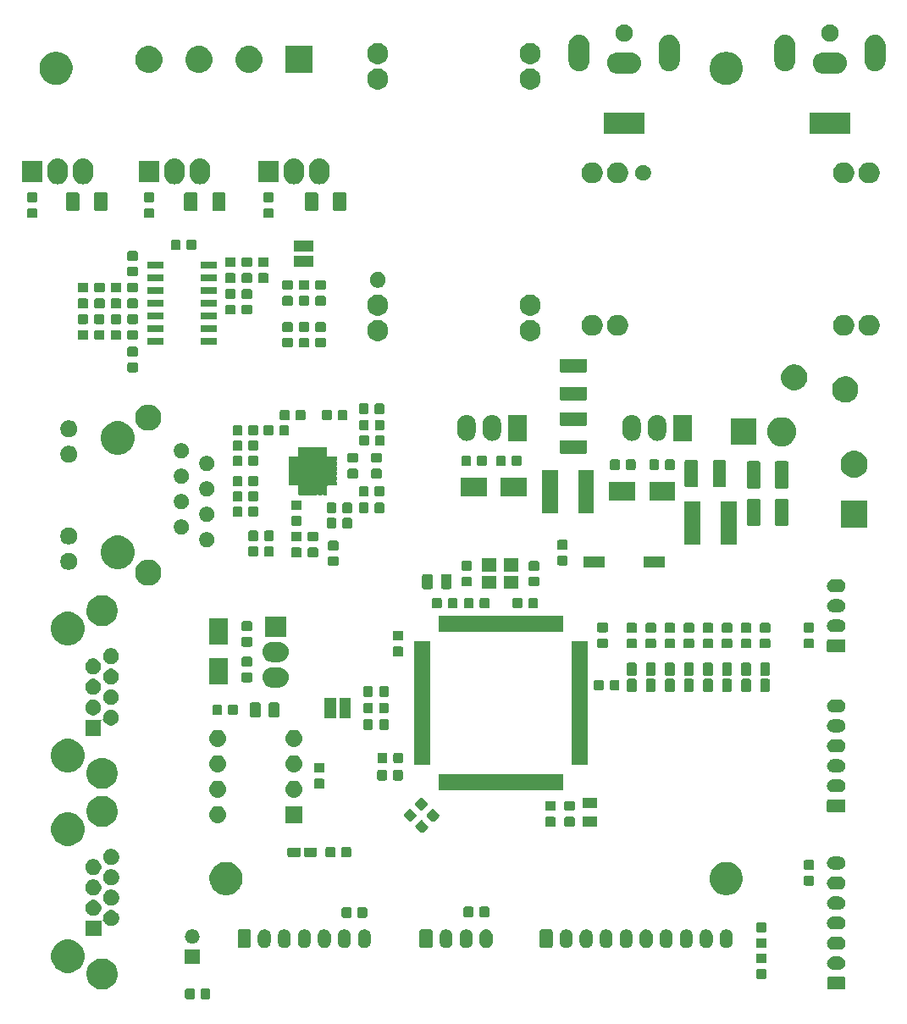
<source format=gbr>
G04 #@! TF.GenerationSoftware,KiCad,Pcbnew,(5.0.1)-rc2*
G04 #@! TF.CreationDate,2018-11-05T02:02:30+01:00*
G04 #@! TF.ProjectId,panel_light_control,70616E656C5F6C696768745F636F6E74,rev?*
G04 #@! TF.SameCoordinates,Original*
G04 #@! TF.FileFunction,Soldermask,Top*
G04 #@! TF.FilePolarity,Negative*
%FSLAX46Y46*%
G04 Gerber Fmt 4.6, Leading zero omitted, Abs format (unit mm)*
G04 Created by KiCad (PCBNEW (5.0.1)-rc2) date 2018/11/05 2:02:30*
%MOMM*%
%LPD*%
G01*
G04 APERTURE LIST*
%ADD10C,0.100000*%
G04 APERTURE END LIST*
D10*
G36*
X120293591Y-148004585D02*
X120327569Y-148014893D01*
X120358887Y-148031633D01*
X120386339Y-148054161D01*
X120408867Y-148081613D01*
X120425607Y-148112931D01*
X120435915Y-148146909D01*
X120440000Y-148188390D01*
X120440000Y-148864610D01*
X120435915Y-148906091D01*
X120425607Y-148940069D01*
X120408867Y-148971387D01*
X120386339Y-148998839D01*
X120358887Y-149021367D01*
X120327569Y-149038107D01*
X120293591Y-149048415D01*
X120252110Y-149052500D01*
X119650890Y-149052500D01*
X119609409Y-149048415D01*
X119575431Y-149038107D01*
X119544113Y-149021367D01*
X119516661Y-148998839D01*
X119494133Y-148971387D01*
X119477393Y-148940069D01*
X119467085Y-148906091D01*
X119463000Y-148864610D01*
X119463000Y-148188390D01*
X119467085Y-148146909D01*
X119477393Y-148112931D01*
X119494133Y-148081613D01*
X119516661Y-148054161D01*
X119544113Y-148031633D01*
X119575431Y-148014893D01*
X119609409Y-148004585D01*
X119650890Y-148000500D01*
X120252110Y-148000500D01*
X120293591Y-148004585D01*
X120293591Y-148004585D01*
G37*
G36*
X118718591Y-148004585D02*
X118752569Y-148014893D01*
X118783887Y-148031633D01*
X118811339Y-148054161D01*
X118833867Y-148081613D01*
X118850607Y-148112931D01*
X118860915Y-148146909D01*
X118865000Y-148188390D01*
X118865000Y-148864610D01*
X118860915Y-148906091D01*
X118850607Y-148940069D01*
X118833867Y-148971387D01*
X118811339Y-148998839D01*
X118783887Y-149021367D01*
X118752569Y-149038107D01*
X118718591Y-149048415D01*
X118677110Y-149052500D01*
X118075890Y-149052500D01*
X118034409Y-149048415D01*
X118000431Y-149038107D01*
X117969113Y-149021367D01*
X117941661Y-148998839D01*
X117919133Y-148971387D01*
X117902393Y-148940069D01*
X117892085Y-148906091D01*
X117888000Y-148864610D01*
X117888000Y-148188390D01*
X117892085Y-148146909D01*
X117902393Y-148112931D01*
X117919133Y-148081613D01*
X117941661Y-148054161D01*
X117969113Y-148031633D01*
X118000431Y-148014893D01*
X118034409Y-148004585D01*
X118075890Y-148000500D01*
X118677110Y-148000500D01*
X118718591Y-148004585D01*
X118718591Y-148004585D01*
G37*
G36*
X183773242Y-146800404D02*
X183810339Y-146811657D01*
X183844520Y-146829927D01*
X183874482Y-146854518D01*
X183899073Y-146884480D01*
X183917343Y-146918661D01*
X183928596Y-146955758D01*
X183933000Y-147000473D01*
X183933000Y-147893527D01*
X183928596Y-147938242D01*
X183917343Y-147975339D01*
X183899073Y-148009520D01*
X183874482Y-148039482D01*
X183844520Y-148064073D01*
X183810339Y-148082343D01*
X183773242Y-148093596D01*
X183728527Y-148098000D01*
X182285473Y-148098000D01*
X182240758Y-148093596D01*
X182203661Y-148082343D01*
X182169480Y-148064073D01*
X182139518Y-148039482D01*
X182114927Y-148009520D01*
X182096657Y-147975339D01*
X182085404Y-147938242D01*
X182081000Y-147893527D01*
X182081000Y-147000473D01*
X182085404Y-146955758D01*
X182096657Y-146918661D01*
X182114927Y-146884480D01*
X182139518Y-146854518D01*
X182169480Y-146829927D01*
X182203661Y-146811657D01*
X182240758Y-146800404D01*
X182285473Y-146796000D01*
X183728527Y-146796000D01*
X183773242Y-146800404D01*
X183773242Y-146800404D01*
G37*
G36*
X109967227Y-145032036D02*
X110067110Y-145051904D01*
X110349374Y-145168821D01*
X110603405Y-145338559D01*
X110819441Y-145554595D01*
X110989179Y-145808626D01*
X111098020Y-146071393D01*
X111106096Y-146090891D01*
X111165700Y-146390538D01*
X111165700Y-146696062D01*
X111141714Y-146816648D01*
X111106096Y-146995710D01*
X110989179Y-147277974D01*
X110819441Y-147532005D01*
X110603405Y-147748041D01*
X110349374Y-147917779D01*
X110067110Y-148034696D01*
X110032079Y-148041664D01*
X109767462Y-148094300D01*
X109461938Y-148094300D01*
X109197321Y-148041664D01*
X109162290Y-148034696D01*
X108880026Y-147917779D01*
X108625995Y-147748041D01*
X108409959Y-147532005D01*
X108240221Y-147277974D01*
X108123304Y-146995710D01*
X108087686Y-146816648D01*
X108063700Y-146696062D01*
X108063700Y-146390538D01*
X108123304Y-146090891D01*
X108131380Y-146071393D01*
X108240221Y-145808626D01*
X108409959Y-145554595D01*
X108625995Y-145338559D01*
X108880026Y-145168821D01*
X109162290Y-145051904D01*
X109262173Y-145032036D01*
X109461938Y-144992300D01*
X109767462Y-144992300D01*
X109967227Y-145032036D01*
X109967227Y-145032036D01*
G37*
G36*
X175893591Y-146061085D02*
X175927569Y-146071393D01*
X175958887Y-146088133D01*
X175986339Y-146110661D01*
X176008867Y-146138113D01*
X176025607Y-146169431D01*
X176035915Y-146203409D01*
X176040000Y-146244890D01*
X176040000Y-146846110D01*
X176035915Y-146887591D01*
X176025607Y-146921569D01*
X176008867Y-146952887D01*
X175986339Y-146980339D01*
X175958887Y-147002867D01*
X175927569Y-147019607D01*
X175893591Y-147029915D01*
X175852110Y-147034000D01*
X175175890Y-147034000D01*
X175134409Y-147029915D01*
X175100431Y-147019607D01*
X175069113Y-147002867D01*
X175041661Y-146980339D01*
X175019133Y-146952887D01*
X175002393Y-146921569D01*
X174992085Y-146887591D01*
X174988000Y-146846110D01*
X174988000Y-146244890D01*
X174992085Y-146203409D01*
X175002393Y-146169431D01*
X175019133Y-146138113D01*
X175041661Y-146110661D01*
X175069113Y-146088133D01*
X175100431Y-146071393D01*
X175134409Y-146061085D01*
X175175890Y-146057000D01*
X175852110Y-146057000D01*
X175893591Y-146061085D01*
X175893591Y-146061085D01*
G37*
G36*
X106673571Y-143151708D02*
X106978583Y-143278048D01*
X107140994Y-143386568D01*
X107253090Y-143461468D01*
X107486532Y-143694910D01*
X107486534Y-143694913D01*
X107669952Y-143969417D01*
X107796292Y-144274429D01*
X107860700Y-144598228D01*
X107860700Y-144928372D01*
X107796292Y-145252171D01*
X107669952Y-145557183D01*
X107500740Y-145810426D01*
X107486532Y-145831690D01*
X107253090Y-146065132D01*
X107253087Y-146065134D01*
X106978583Y-146248552D01*
X106673571Y-146374892D01*
X106349772Y-146439300D01*
X106019628Y-146439300D01*
X105695829Y-146374892D01*
X105390817Y-146248552D01*
X105116313Y-146065134D01*
X105116310Y-146065132D01*
X104882868Y-145831690D01*
X104868660Y-145810426D01*
X104699448Y-145557183D01*
X104573108Y-145252171D01*
X104508700Y-144928372D01*
X104508700Y-144598228D01*
X104573108Y-144274429D01*
X104699448Y-143969417D01*
X104882866Y-143694913D01*
X104882868Y-143694910D01*
X105116310Y-143461468D01*
X105228406Y-143386568D01*
X105390817Y-143278048D01*
X105695829Y-143151708D01*
X106019628Y-143087300D01*
X106349772Y-143087300D01*
X106673571Y-143151708D01*
X106673571Y-143151708D01*
G37*
G36*
X183345855Y-144799140D02*
X183409618Y-144805420D01*
X183491427Y-144830237D01*
X183532333Y-144842645D01*
X183632491Y-144896181D01*
X183645426Y-144903095D01*
X183744553Y-144984447D01*
X183825905Y-145083574D01*
X183825906Y-145083576D01*
X183886355Y-145196667D01*
X183886355Y-145196668D01*
X183923580Y-145319382D01*
X183936149Y-145447000D01*
X183923580Y-145574618D01*
X183898763Y-145656427D01*
X183886355Y-145697333D01*
X183832819Y-145797491D01*
X183825905Y-145810426D01*
X183744553Y-145909553D01*
X183645426Y-145990905D01*
X183645424Y-145990906D01*
X183532333Y-146051355D01*
X183500257Y-146061085D01*
X183409618Y-146088580D01*
X183345855Y-146094860D01*
X183313974Y-146098000D01*
X182700026Y-146098000D01*
X182668145Y-146094860D01*
X182604382Y-146088580D01*
X182513743Y-146061085D01*
X182481667Y-146051355D01*
X182368576Y-145990906D01*
X182368574Y-145990905D01*
X182269447Y-145909553D01*
X182188095Y-145810426D01*
X182181181Y-145797491D01*
X182127645Y-145697333D01*
X182115237Y-145656427D01*
X182090420Y-145574618D01*
X182077851Y-145447000D01*
X182090420Y-145319382D01*
X182127645Y-145196668D01*
X182127645Y-145196667D01*
X182188094Y-145083576D01*
X182188095Y-145083574D01*
X182269447Y-144984447D01*
X182368574Y-144903095D01*
X182381509Y-144896181D01*
X182481667Y-144842645D01*
X182522573Y-144830237D01*
X182604382Y-144805420D01*
X182668145Y-144799140D01*
X182700026Y-144796000D01*
X183313974Y-144796000D01*
X183345855Y-144799140D01*
X183345855Y-144799140D01*
G37*
G36*
X119344000Y-145506000D02*
X117892000Y-145506000D01*
X117892000Y-144054000D01*
X119344000Y-144054000D01*
X119344000Y-145506000D01*
X119344000Y-145506000D01*
G37*
G36*
X175893591Y-144486085D02*
X175927569Y-144496393D01*
X175958887Y-144513133D01*
X175986339Y-144535661D01*
X176008867Y-144563113D01*
X176025607Y-144594431D01*
X176035915Y-144628409D01*
X176040000Y-144669890D01*
X176040000Y-145271110D01*
X176035915Y-145312591D01*
X176025607Y-145346569D01*
X176008867Y-145377887D01*
X175986339Y-145405339D01*
X175958887Y-145427867D01*
X175927569Y-145444607D01*
X175893591Y-145454915D01*
X175852110Y-145459000D01*
X175175890Y-145459000D01*
X175134409Y-145454915D01*
X175100431Y-145444607D01*
X175069113Y-145427867D01*
X175041661Y-145405339D01*
X175019133Y-145377887D01*
X175002393Y-145346569D01*
X174992085Y-145312591D01*
X174988000Y-145271110D01*
X174988000Y-144669890D01*
X174992085Y-144628409D01*
X175002393Y-144594431D01*
X175019133Y-144563113D01*
X175041661Y-144535661D01*
X175069113Y-144513133D01*
X175100431Y-144496393D01*
X175134409Y-144486085D01*
X175175890Y-144482000D01*
X175852110Y-144482000D01*
X175893591Y-144486085D01*
X175893591Y-144486085D01*
G37*
G36*
X183345855Y-142799140D02*
X183409618Y-142805420D01*
X183491427Y-142830237D01*
X183532333Y-142842645D01*
X183632491Y-142896181D01*
X183645426Y-142903095D01*
X183744553Y-142984447D01*
X183825905Y-143083574D01*
X183825906Y-143083576D01*
X183886355Y-143196667D01*
X183898763Y-143237573D01*
X183923580Y-143319382D01*
X183936149Y-143447000D01*
X183923580Y-143574618D01*
X183904224Y-143638426D01*
X183886355Y-143697333D01*
X183859748Y-143747110D01*
X183825905Y-143810426D01*
X183744553Y-143909553D01*
X183645426Y-143990905D01*
X183645424Y-143990906D01*
X183532333Y-144051355D01*
X183523613Y-144054000D01*
X183409618Y-144088580D01*
X183345855Y-144094860D01*
X183313974Y-144098000D01*
X182700026Y-144098000D01*
X182668145Y-144094860D01*
X182604382Y-144088580D01*
X182490387Y-144054000D01*
X182481667Y-144051355D01*
X182368576Y-143990906D01*
X182368574Y-143990905D01*
X182269447Y-143909553D01*
X182188095Y-143810426D01*
X182154252Y-143747110D01*
X182127645Y-143697333D01*
X182109776Y-143638426D01*
X182090420Y-143574618D01*
X182077851Y-143447000D01*
X182090420Y-143319382D01*
X182115237Y-143237573D01*
X182127645Y-143196667D01*
X182188094Y-143083576D01*
X182188095Y-143083574D01*
X182269447Y-142984447D01*
X182368574Y-142903095D01*
X182381509Y-142896181D01*
X182481667Y-142842645D01*
X182522573Y-142830237D01*
X182604382Y-142805420D01*
X182668145Y-142799140D01*
X182700026Y-142796000D01*
X183313974Y-142796000D01*
X183345855Y-142799140D01*
X183345855Y-142799140D01*
G37*
G36*
X175893591Y-142962085D02*
X175927569Y-142972393D01*
X175958887Y-142989133D01*
X175986339Y-143011661D01*
X176008867Y-143039113D01*
X176025607Y-143070431D01*
X176035915Y-143104409D01*
X176040000Y-143145890D01*
X176040000Y-143747110D01*
X176035915Y-143788591D01*
X176025607Y-143822569D01*
X176008867Y-143853887D01*
X175986339Y-143881339D01*
X175958887Y-143903867D01*
X175927569Y-143920607D01*
X175893591Y-143930915D01*
X175852110Y-143935000D01*
X175175890Y-143935000D01*
X175134409Y-143930915D01*
X175100431Y-143920607D01*
X175069113Y-143903867D01*
X175041661Y-143881339D01*
X175019133Y-143853887D01*
X175002393Y-143822569D01*
X174992085Y-143788591D01*
X174988000Y-143747110D01*
X174988000Y-143145890D01*
X174992085Y-143104409D01*
X175002393Y-143070431D01*
X175019133Y-143039113D01*
X175041661Y-143011661D01*
X175069113Y-142989133D01*
X175100431Y-142972393D01*
X175134409Y-142962085D01*
X175175890Y-142958000D01*
X175852110Y-142958000D01*
X175893591Y-142962085D01*
X175893591Y-142962085D01*
G37*
G36*
X135952617Y-142085420D02*
X136034426Y-142110237D01*
X136075332Y-142122645D01*
X136135782Y-142154957D01*
X136188425Y-142183095D01*
X136221468Y-142210212D01*
X136285119Y-142262449D01*
X136287553Y-142264447D01*
X136368905Y-142363574D01*
X136368906Y-142363576D01*
X136429355Y-142476667D01*
X136436682Y-142500823D01*
X136466580Y-142599382D01*
X136476000Y-142695027D01*
X136476000Y-143308973D01*
X136466580Y-143404618D01*
X136451606Y-143453979D01*
X136429355Y-143527333D01*
X136404081Y-143574616D01*
X136368905Y-143640426D01*
X136287553Y-143739553D01*
X136188426Y-143820905D01*
X136188424Y-143820906D01*
X136075333Y-143881355D01*
X136040000Y-143892073D01*
X135952618Y-143918580D01*
X135825000Y-143931149D01*
X135697383Y-143918580D01*
X135610001Y-143892073D01*
X135574668Y-143881355D01*
X135461577Y-143820906D01*
X135461575Y-143820905D01*
X135362448Y-143739553D01*
X135281095Y-143640426D01*
X135240795Y-143565030D01*
X135220645Y-143527333D01*
X135198394Y-143453979D01*
X135183420Y-143404618D01*
X135174000Y-143308973D01*
X135174000Y-142695028D01*
X135183420Y-142599383D01*
X135220645Y-142476669D01*
X135220645Y-142476668D01*
X135275146Y-142374705D01*
X135281095Y-142363575D01*
X135362447Y-142264447D01*
X135461574Y-142183095D01*
X135500142Y-142162480D01*
X135574667Y-142122645D01*
X135615573Y-142110237D01*
X135697382Y-142085420D01*
X135825000Y-142072851D01*
X135952617Y-142085420D01*
X135952617Y-142085420D01*
G37*
G36*
X133952617Y-142085420D02*
X134034426Y-142110237D01*
X134075332Y-142122645D01*
X134135782Y-142154957D01*
X134188425Y-142183095D01*
X134221468Y-142210212D01*
X134285119Y-142262449D01*
X134287553Y-142264447D01*
X134368905Y-142363574D01*
X134368906Y-142363576D01*
X134429355Y-142476667D01*
X134436682Y-142500823D01*
X134466580Y-142599382D01*
X134476000Y-142695027D01*
X134476000Y-143308973D01*
X134466580Y-143404618D01*
X134451606Y-143453979D01*
X134429355Y-143527333D01*
X134404081Y-143574616D01*
X134368905Y-143640426D01*
X134287553Y-143739553D01*
X134188426Y-143820905D01*
X134188424Y-143820906D01*
X134075333Y-143881355D01*
X134040000Y-143892073D01*
X133952618Y-143918580D01*
X133825000Y-143931149D01*
X133697383Y-143918580D01*
X133610001Y-143892073D01*
X133574668Y-143881355D01*
X133461577Y-143820906D01*
X133461575Y-143820905D01*
X133362448Y-143739553D01*
X133281095Y-143640426D01*
X133240795Y-143565030D01*
X133220645Y-143527333D01*
X133198394Y-143453979D01*
X133183420Y-143404618D01*
X133174000Y-143308973D01*
X133174000Y-142695028D01*
X133183420Y-142599383D01*
X133220645Y-142476669D01*
X133220645Y-142476668D01*
X133275146Y-142374705D01*
X133281095Y-142363575D01*
X133362447Y-142264447D01*
X133461574Y-142183095D01*
X133500142Y-142162480D01*
X133574667Y-142122645D01*
X133615573Y-142110237D01*
X133697382Y-142085420D01*
X133825000Y-142072851D01*
X133952617Y-142085420D01*
X133952617Y-142085420D01*
G37*
G36*
X131952617Y-142085420D02*
X132034426Y-142110237D01*
X132075332Y-142122645D01*
X132135782Y-142154957D01*
X132188425Y-142183095D01*
X132221468Y-142210212D01*
X132285119Y-142262449D01*
X132287553Y-142264447D01*
X132368905Y-142363574D01*
X132368906Y-142363576D01*
X132429355Y-142476667D01*
X132436682Y-142500823D01*
X132466580Y-142599382D01*
X132476000Y-142695027D01*
X132476000Y-143308973D01*
X132466580Y-143404618D01*
X132451606Y-143453979D01*
X132429355Y-143527333D01*
X132404081Y-143574616D01*
X132368905Y-143640426D01*
X132287553Y-143739553D01*
X132188426Y-143820905D01*
X132188424Y-143820906D01*
X132075333Y-143881355D01*
X132040000Y-143892073D01*
X131952618Y-143918580D01*
X131825000Y-143931149D01*
X131697383Y-143918580D01*
X131610001Y-143892073D01*
X131574668Y-143881355D01*
X131461577Y-143820906D01*
X131461575Y-143820905D01*
X131362448Y-143739553D01*
X131281095Y-143640426D01*
X131240795Y-143565030D01*
X131220645Y-143527333D01*
X131198394Y-143453979D01*
X131183420Y-143404618D01*
X131174000Y-143308973D01*
X131174000Y-142695028D01*
X131183420Y-142599383D01*
X131220645Y-142476669D01*
X131220645Y-142476668D01*
X131275146Y-142374705D01*
X131281095Y-142363575D01*
X131362447Y-142264447D01*
X131461574Y-142183095D01*
X131500142Y-142162480D01*
X131574667Y-142122645D01*
X131615573Y-142110237D01*
X131697382Y-142085420D01*
X131825000Y-142072851D01*
X131952617Y-142085420D01*
X131952617Y-142085420D01*
G37*
G36*
X129952617Y-142085420D02*
X130034426Y-142110237D01*
X130075332Y-142122645D01*
X130135782Y-142154957D01*
X130188425Y-142183095D01*
X130221468Y-142210212D01*
X130285119Y-142262449D01*
X130287553Y-142264447D01*
X130368905Y-142363574D01*
X130368906Y-142363576D01*
X130429355Y-142476667D01*
X130436682Y-142500823D01*
X130466580Y-142599382D01*
X130476000Y-142695027D01*
X130476000Y-143308973D01*
X130466580Y-143404618D01*
X130451606Y-143453979D01*
X130429355Y-143527333D01*
X130404081Y-143574616D01*
X130368905Y-143640426D01*
X130287553Y-143739553D01*
X130188426Y-143820905D01*
X130188424Y-143820906D01*
X130075333Y-143881355D01*
X130040000Y-143892073D01*
X129952618Y-143918580D01*
X129825000Y-143931149D01*
X129697383Y-143918580D01*
X129610001Y-143892073D01*
X129574668Y-143881355D01*
X129461577Y-143820906D01*
X129461575Y-143820905D01*
X129362448Y-143739553D01*
X129281095Y-143640426D01*
X129240795Y-143565030D01*
X129220645Y-143527333D01*
X129198394Y-143453979D01*
X129183420Y-143404618D01*
X129174000Y-143308973D01*
X129174000Y-142695028D01*
X129183420Y-142599383D01*
X129220645Y-142476669D01*
X129220645Y-142476668D01*
X129275146Y-142374705D01*
X129281095Y-142363575D01*
X129362447Y-142264447D01*
X129461574Y-142183095D01*
X129500142Y-142162480D01*
X129574667Y-142122645D01*
X129615573Y-142110237D01*
X129697382Y-142085420D01*
X129825000Y-142072851D01*
X129952617Y-142085420D01*
X129952617Y-142085420D01*
G37*
G36*
X127952617Y-142085420D02*
X128034426Y-142110237D01*
X128075332Y-142122645D01*
X128135782Y-142154957D01*
X128188425Y-142183095D01*
X128221468Y-142210212D01*
X128285119Y-142262449D01*
X128287553Y-142264447D01*
X128368905Y-142363574D01*
X128368906Y-142363576D01*
X128429355Y-142476667D01*
X128436682Y-142500823D01*
X128466580Y-142599382D01*
X128476000Y-142695027D01*
X128476000Y-143308973D01*
X128466580Y-143404618D01*
X128451606Y-143453979D01*
X128429355Y-143527333D01*
X128404081Y-143574616D01*
X128368905Y-143640426D01*
X128287553Y-143739553D01*
X128188426Y-143820905D01*
X128188424Y-143820906D01*
X128075333Y-143881355D01*
X128040000Y-143892073D01*
X127952618Y-143918580D01*
X127825000Y-143931149D01*
X127697383Y-143918580D01*
X127610001Y-143892073D01*
X127574668Y-143881355D01*
X127461577Y-143820906D01*
X127461575Y-143820905D01*
X127362448Y-143739553D01*
X127281095Y-143640426D01*
X127240795Y-143565030D01*
X127220645Y-143527333D01*
X127198394Y-143453979D01*
X127183420Y-143404618D01*
X127174000Y-143308973D01*
X127174000Y-142695028D01*
X127183420Y-142599383D01*
X127220645Y-142476669D01*
X127220645Y-142476668D01*
X127275146Y-142374705D01*
X127281095Y-142363575D01*
X127362447Y-142264447D01*
X127461574Y-142183095D01*
X127500142Y-142162480D01*
X127574667Y-142122645D01*
X127615573Y-142110237D01*
X127697382Y-142085420D01*
X127825000Y-142072851D01*
X127952617Y-142085420D01*
X127952617Y-142085420D01*
G37*
G36*
X125952617Y-142085420D02*
X126034426Y-142110237D01*
X126075332Y-142122645D01*
X126135782Y-142154957D01*
X126188425Y-142183095D01*
X126221468Y-142210212D01*
X126285119Y-142262449D01*
X126287553Y-142264447D01*
X126368905Y-142363574D01*
X126368906Y-142363576D01*
X126429355Y-142476667D01*
X126436682Y-142500823D01*
X126466580Y-142599382D01*
X126476000Y-142695027D01*
X126476000Y-143308973D01*
X126466580Y-143404618D01*
X126451606Y-143453979D01*
X126429355Y-143527333D01*
X126404081Y-143574616D01*
X126368905Y-143640426D01*
X126287553Y-143739553D01*
X126188426Y-143820905D01*
X126188424Y-143820906D01*
X126075333Y-143881355D01*
X126040000Y-143892073D01*
X125952618Y-143918580D01*
X125825000Y-143931149D01*
X125697383Y-143918580D01*
X125610001Y-143892073D01*
X125574668Y-143881355D01*
X125461577Y-143820906D01*
X125461575Y-143820905D01*
X125362448Y-143739553D01*
X125281095Y-143640426D01*
X125240795Y-143565030D01*
X125220645Y-143527333D01*
X125198394Y-143453979D01*
X125183420Y-143404618D01*
X125174000Y-143308973D01*
X125174000Y-142695028D01*
X125183420Y-142599383D01*
X125220645Y-142476669D01*
X125220645Y-142476668D01*
X125275146Y-142374705D01*
X125281095Y-142363575D01*
X125362447Y-142264447D01*
X125461574Y-142183095D01*
X125500142Y-142162480D01*
X125574667Y-142122645D01*
X125615573Y-142110237D01*
X125697382Y-142085420D01*
X125825000Y-142072851D01*
X125952617Y-142085420D01*
X125952617Y-142085420D01*
G37*
G36*
X170127617Y-142083420D02*
X170209426Y-142108237D01*
X170250332Y-142120645D01*
X170272544Y-142132518D01*
X170363425Y-142181095D01*
X170363427Y-142181096D01*
X170363426Y-142181096D01*
X170439402Y-142243447D01*
X170462553Y-142262447D01*
X170543905Y-142361574D01*
X170544975Y-142363576D01*
X170604355Y-142474667D01*
X170604962Y-142476668D01*
X170641580Y-142597382D01*
X170651000Y-142693027D01*
X170651000Y-143306973D01*
X170641580Y-143402618D01*
X170623728Y-143461468D01*
X170604355Y-143525333D01*
X170578012Y-143574616D01*
X170543905Y-143638426D01*
X170462553Y-143737553D01*
X170363426Y-143818905D01*
X170363424Y-143818906D01*
X170250333Y-143879355D01*
X170209427Y-143891763D01*
X170127618Y-143916580D01*
X170000000Y-143929149D01*
X169872383Y-143916580D01*
X169790574Y-143891763D01*
X169749668Y-143879355D01*
X169636577Y-143818906D01*
X169636575Y-143818905D01*
X169537448Y-143737553D01*
X169456095Y-143638426D01*
X169415795Y-143563030D01*
X169395645Y-143525333D01*
X169376272Y-143461468D01*
X169358420Y-143402618D01*
X169349000Y-143306973D01*
X169349000Y-142693028D01*
X169358420Y-142597383D01*
X169395038Y-142476669D01*
X169395645Y-142474668D01*
X169449077Y-142374705D01*
X169456095Y-142361575D01*
X169501426Y-142306339D01*
X169537445Y-142262449D01*
X169537447Y-142262447D01*
X169636574Y-142181095D01*
X169684558Y-142155447D01*
X169749667Y-142120645D01*
X169790573Y-142108237D01*
X169872382Y-142083420D01*
X170000000Y-142070851D01*
X170127617Y-142083420D01*
X170127617Y-142083420D01*
G37*
G36*
X146127617Y-142083420D02*
X146209426Y-142108237D01*
X146250332Y-142120645D01*
X146272544Y-142132518D01*
X146363425Y-142181095D01*
X146363427Y-142181096D01*
X146363426Y-142181096D01*
X146439402Y-142243447D01*
X146462553Y-142262447D01*
X146543905Y-142361574D01*
X146544975Y-142363576D01*
X146604355Y-142474667D01*
X146604962Y-142476668D01*
X146641580Y-142597382D01*
X146651000Y-142693027D01*
X146651000Y-143306973D01*
X146641580Y-143402618D01*
X146623728Y-143461468D01*
X146604355Y-143525333D01*
X146578012Y-143574616D01*
X146543905Y-143638426D01*
X146462553Y-143737553D01*
X146363426Y-143818905D01*
X146363424Y-143818906D01*
X146250333Y-143879355D01*
X146209427Y-143891763D01*
X146127618Y-143916580D01*
X146000000Y-143929149D01*
X145872383Y-143916580D01*
X145790574Y-143891763D01*
X145749668Y-143879355D01*
X145636577Y-143818906D01*
X145636575Y-143818905D01*
X145537448Y-143737553D01*
X145456095Y-143638426D01*
X145415795Y-143563030D01*
X145395645Y-143525333D01*
X145376272Y-143461468D01*
X145358420Y-143402618D01*
X145349000Y-143306973D01*
X145349000Y-142693028D01*
X145358420Y-142597383D01*
X145395038Y-142476669D01*
X145395645Y-142474668D01*
X145449077Y-142374705D01*
X145456095Y-142361575D01*
X145501426Y-142306339D01*
X145537445Y-142262449D01*
X145537447Y-142262447D01*
X145636574Y-142181095D01*
X145684558Y-142155447D01*
X145749667Y-142120645D01*
X145790573Y-142108237D01*
X145872382Y-142083420D01*
X146000000Y-142070851D01*
X146127617Y-142083420D01*
X146127617Y-142083420D01*
G37*
G36*
X144127617Y-142083420D02*
X144209426Y-142108237D01*
X144250332Y-142120645D01*
X144272544Y-142132518D01*
X144363425Y-142181095D01*
X144363427Y-142181096D01*
X144363426Y-142181096D01*
X144439402Y-142243447D01*
X144462553Y-142262447D01*
X144543905Y-142361574D01*
X144544975Y-142363576D01*
X144604355Y-142474667D01*
X144604962Y-142476668D01*
X144641580Y-142597382D01*
X144651000Y-142693027D01*
X144651000Y-143306973D01*
X144641580Y-143402618D01*
X144623728Y-143461468D01*
X144604355Y-143525333D01*
X144578012Y-143574616D01*
X144543905Y-143638426D01*
X144462553Y-143737553D01*
X144363426Y-143818905D01*
X144363424Y-143818906D01*
X144250333Y-143879355D01*
X144209427Y-143891763D01*
X144127618Y-143916580D01*
X144000000Y-143929149D01*
X143872383Y-143916580D01*
X143790574Y-143891763D01*
X143749668Y-143879355D01*
X143636577Y-143818906D01*
X143636575Y-143818905D01*
X143537448Y-143737553D01*
X143456095Y-143638426D01*
X143415795Y-143563030D01*
X143395645Y-143525333D01*
X143376272Y-143461468D01*
X143358420Y-143402618D01*
X143349000Y-143306973D01*
X143349000Y-142693028D01*
X143358420Y-142597383D01*
X143395038Y-142476669D01*
X143395645Y-142474668D01*
X143449077Y-142374705D01*
X143456095Y-142361575D01*
X143501426Y-142306339D01*
X143537445Y-142262449D01*
X143537447Y-142262447D01*
X143636574Y-142181095D01*
X143684558Y-142155447D01*
X143749667Y-142120645D01*
X143790573Y-142108237D01*
X143872382Y-142083420D01*
X144000000Y-142070851D01*
X144127617Y-142083420D01*
X144127617Y-142083420D01*
G37*
G36*
X156127617Y-142083420D02*
X156209426Y-142108237D01*
X156250332Y-142120645D01*
X156272544Y-142132518D01*
X156363425Y-142181095D01*
X156363427Y-142181096D01*
X156363426Y-142181096D01*
X156439402Y-142243447D01*
X156462553Y-142262447D01*
X156543905Y-142361574D01*
X156544975Y-142363576D01*
X156604355Y-142474667D01*
X156604962Y-142476668D01*
X156641580Y-142597382D01*
X156651000Y-142693027D01*
X156651000Y-143306973D01*
X156641580Y-143402618D01*
X156623728Y-143461468D01*
X156604355Y-143525333D01*
X156578012Y-143574616D01*
X156543905Y-143638426D01*
X156462553Y-143737553D01*
X156363426Y-143818905D01*
X156363424Y-143818906D01*
X156250333Y-143879355D01*
X156209427Y-143891763D01*
X156127618Y-143916580D01*
X156000000Y-143929149D01*
X155872383Y-143916580D01*
X155790574Y-143891763D01*
X155749668Y-143879355D01*
X155636577Y-143818906D01*
X155636575Y-143818905D01*
X155537448Y-143737553D01*
X155456095Y-143638426D01*
X155415795Y-143563030D01*
X155395645Y-143525333D01*
X155376272Y-143461468D01*
X155358420Y-143402618D01*
X155349000Y-143306973D01*
X155349000Y-142693028D01*
X155358420Y-142597383D01*
X155395038Y-142476669D01*
X155395645Y-142474668D01*
X155449077Y-142374705D01*
X155456095Y-142361575D01*
X155501426Y-142306339D01*
X155537445Y-142262449D01*
X155537447Y-142262447D01*
X155636574Y-142181095D01*
X155684558Y-142155447D01*
X155749667Y-142120645D01*
X155790573Y-142108237D01*
X155872382Y-142083420D01*
X156000000Y-142070851D01*
X156127617Y-142083420D01*
X156127617Y-142083420D01*
G37*
G36*
X158127617Y-142083420D02*
X158209426Y-142108237D01*
X158250332Y-142120645D01*
X158272544Y-142132518D01*
X158363425Y-142181095D01*
X158363427Y-142181096D01*
X158363426Y-142181096D01*
X158439402Y-142243447D01*
X158462553Y-142262447D01*
X158543905Y-142361574D01*
X158544975Y-142363576D01*
X158604355Y-142474667D01*
X158604962Y-142476668D01*
X158641580Y-142597382D01*
X158651000Y-142693027D01*
X158651000Y-143306973D01*
X158641580Y-143402618D01*
X158623728Y-143461468D01*
X158604355Y-143525333D01*
X158578012Y-143574616D01*
X158543905Y-143638426D01*
X158462553Y-143737553D01*
X158363426Y-143818905D01*
X158363424Y-143818906D01*
X158250333Y-143879355D01*
X158209427Y-143891763D01*
X158127618Y-143916580D01*
X158000000Y-143929149D01*
X157872383Y-143916580D01*
X157790574Y-143891763D01*
X157749668Y-143879355D01*
X157636577Y-143818906D01*
X157636575Y-143818905D01*
X157537448Y-143737553D01*
X157456095Y-143638426D01*
X157415795Y-143563030D01*
X157395645Y-143525333D01*
X157376272Y-143461468D01*
X157358420Y-143402618D01*
X157349000Y-143306973D01*
X157349000Y-142693028D01*
X157358420Y-142597383D01*
X157395038Y-142476669D01*
X157395645Y-142474668D01*
X157449077Y-142374705D01*
X157456095Y-142361575D01*
X157501426Y-142306339D01*
X157537445Y-142262449D01*
X157537447Y-142262447D01*
X157636574Y-142181095D01*
X157684558Y-142155447D01*
X157749667Y-142120645D01*
X157790573Y-142108237D01*
X157872382Y-142083420D01*
X158000000Y-142070851D01*
X158127617Y-142083420D01*
X158127617Y-142083420D01*
G37*
G36*
X160127617Y-142083420D02*
X160209426Y-142108237D01*
X160250332Y-142120645D01*
X160272544Y-142132518D01*
X160363425Y-142181095D01*
X160363427Y-142181096D01*
X160363426Y-142181096D01*
X160439402Y-142243447D01*
X160462553Y-142262447D01*
X160543905Y-142361574D01*
X160544975Y-142363576D01*
X160604355Y-142474667D01*
X160604962Y-142476668D01*
X160641580Y-142597382D01*
X160651000Y-142693027D01*
X160651000Y-143306973D01*
X160641580Y-143402618D01*
X160623728Y-143461468D01*
X160604355Y-143525333D01*
X160578012Y-143574616D01*
X160543905Y-143638426D01*
X160462553Y-143737553D01*
X160363426Y-143818905D01*
X160363424Y-143818906D01*
X160250333Y-143879355D01*
X160209427Y-143891763D01*
X160127618Y-143916580D01*
X160000000Y-143929149D01*
X159872383Y-143916580D01*
X159790574Y-143891763D01*
X159749668Y-143879355D01*
X159636577Y-143818906D01*
X159636575Y-143818905D01*
X159537448Y-143737553D01*
X159456095Y-143638426D01*
X159415795Y-143563030D01*
X159395645Y-143525333D01*
X159376272Y-143461468D01*
X159358420Y-143402618D01*
X159349000Y-143306973D01*
X159349000Y-142693028D01*
X159358420Y-142597383D01*
X159395038Y-142476669D01*
X159395645Y-142474668D01*
X159449077Y-142374705D01*
X159456095Y-142361575D01*
X159501426Y-142306339D01*
X159537445Y-142262449D01*
X159537447Y-142262447D01*
X159636574Y-142181095D01*
X159684558Y-142155447D01*
X159749667Y-142120645D01*
X159790573Y-142108237D01*
X159872382Y-142083420D01*
X160000000Y-142070851D01*
X160127617Y-142083420D01*
X160127617Y-142083420D01*
G37*
G36*
X162127617Y-142083420D02*
X162209426Y-142108237D01*
X162250332Y-142120645D01*
X162272544Y-142132518D01*
X162363425Y-142181095D01*
X162363427Y-142181096D01*
X162363426Y-142181096D01*
X162439402Y-142243447D01*
X162462553Y-142262447D01*
X162543905Y-142361574D01*
X162544975Y-142363576D01*
X162604355Y-142474667D01*
X162604962Y-142476668D01*
X162641580Y-142597382D01*
X162651000Y-142693027D01*
X162651000Y-143306973D01*
X162641580Y-143402618D01*
X162623728Y-143461468D01*
X162604355Y-143525333D01*
X162578012Y-143574616D01*
X162543905Y-143638426D01*
X162462553Y-143737553D01*
X162363426Y-143818905D01*
X162363424Y-143818906D01*
X162250333Y-143879355D01*
X162209427Y-143891763D01*
X162127618Y-143916580D01*
X162000000Y-143929149D01*
X161872383Y-143916580D01*
X161790574Y-143891763D01*
X161749668Y-143879355D01*
X161636577Y-143818906D01*
X161636575Y-143818905D01*
X161537448Y-143737553D01*
X161456095Y-143638426D01*
X161415795Y-143563030D01*
X161395645Y-143525333D01*
X161376272Y-143461468D01*
X161358420Y-143402618D01*
X161349000Y-143306973D01*
X161349000Y-142693028D01*
X161358420Y-142597383D01*
X161395038Y-142476669D01*
X161395645Y-142474668D01*
X161449077Y-142374705D01*
X161456095Y-142361575D01*
X161501426Y-142306339D01*
X161537445Y-142262449D01*
X161537447Y-142262447D01*
X161636574Y-142181095D01*
X161684558Y-142155447D01*
X161749667Y-142120645D01*
X161790573Y-142108237D01*
X161872382Y-142083420D01*
X162000000Y-142070851D01*
X162127617Y-142083420D01*
X162127617Y-142083420D01*
G37*
G36*
X164127617Y-142083420D02*
X164209426Y-142108237D01*
X164250332Y-142120645D01*
X164272544Y-142132518D01*
X164363425Y-142181095D01*
X164363427Y-142181096D01*
X164363426Y-142181096D01*
X164439402Y-142243447D01*
X164462553Y-142262447D01*
X164543905Y-142361574D01*
X164544975Y-142363576D01*
X164604355Y-142474667D01*
X164604962Y-142476668D01*
X164641580Y-142597382D01*
X164651000Y-142693027D01*
X164651000Y-143306973D01*
X164641580Y-143402618D01*
X164623728Y-143461468D01*
X164604355Y-143525333D01*
X164578012Y-143574616D01*
X164543905Y-143638426D01*
X164462553Y-143737553D01*
X164363426Y-143818905D01*
X164363424Y-143818906D01*
X164250333Y-143879355D01*
X164209427Y-143891763D01*
X164127618Y-143916580D01*
X164000000Y-143929149D01*
X163872383Y-143916580D01*
X163790574Y-143891763D01*
X163749668Y-143879355D01*
X163636577Y-143818906D01*
X163636575Y-143818905D01*
X163537448Y-143737553D01*
X163456095Y-143638426D01*
X163415795Y-143563030D01*
X163395645Y-143525333D01*
X163376272Y-143461468D01*
X163358420Y-143402618D01*
X163349000Y-143306973D01*
X163349000Y-142693028D01*
X163358420Y-142597383D01*
X163395038Y-142476669D01*
X163395645Y-142474668D01*
X163449077Y-142374705D01*
X163456095Y-142361575D01*
X163501426Y-142306339D01*
X163537445Y-142262449D01*
X163537447Y-142262447D01*
X163636574Y-142181095D01*
X163684558Y-142155447D01*
X163749667Y-142120645D01*
X163790573Y-142108237D01*
X163872382Y-142083420D01*
X164000000Y-142070851D01*
X164127617Y-142083420D01*
X164127617Y-142083420D01*
G37*
G36*
X148127617Y-142083420D02*
X148209426Y-142108237D01*
X148250332Y-142120645D01*
X148272544Y-142132518D01*
X148363425Y-142181095D01*
X148363427Y-142181096D01*
X148363426Y-142181096D01*
X148439402Y-142243447D01*
X148462553Y-142262447D01*
X148543905Y-142361574D01*
X148544975Y-142363576D01*
X148604355Y-142474667D01*
X148604962Y-142476668D01*
X148641580Y-142597382D01*
X148651000Y-142693027D01*
X148651000Y-143306973D01*
X148641580Y-143402618D01*
X148623728Y-143461468D01*
X148604355Y-143525333D01*
X148578012Y-143574616D01*
X148543905Y-143638426D01*
X148462553Y-143737553D01*
X148363426Y-143818905D01*
X148363424Y-143818906D01*
X148250333Y-143879355D01*
X148209427Y-143891763D01*
X148127618Y-143916580D01*
X148000000Y-143929149D01*
X147872383Y-143916580D01*
X147790574Y-143891763D01*
X147749668Y-143879355D01*
X147636577Y-143818906D01*
X147636575Y-143818905D01*
X147537448Y-143737553D01*
X147456095Y-143638426D01*
X147415795Y-143563030D01*
X147395645Y-143525333D01*
X147376272Y-143461468D01*
X147358420Y-143402618D01*
X147349000Y-143306973D01*
X147349000Y-142693028D01*
X147358420Y-142597383D01*
X147395038Y-142476669D01*
X147395645Y-142474668D01*
X147449077Y-142374705D01*
X147456095Y-142361575D01*
X147501426Y-142306339D01*
X147537445Y-142262449D01*
X147537447Y-142262447D01*
X147636574Y-142181095D01*
X147684558Y-142155447D01*
X147749667Y-142120645D01*
X147790573Y-142108237D01*
X147872382Y-142083420D01*
X148000000Y-142070851D01*
X148127617Y-142083420D01*
X148127617Y-142083420D01*
G37*
G36*
X172127617Y-142083420D02*
X172209426Y-142108237D01*
X172250332Y-142120645D01*
X172272544Y-142132518D01*
X172363425Y-142181095D01*
X172363427Y-142181096D01*
X172363426Y-142181096D01*
X172439402Y-142243447D01*
X172462553Y-142262447D01*
X172543905Y-142361574D01*
X172544975Y-142363576D01*
X172604355Y-142474667D01*
X172604962Y-142476668D01*
X172641580Y-142597382D01*
X172651000Y-142693027D01*
X172651000Y-143306973D01*
X172641580Y-143402618D01*
X172623728Y-143461468D01*
X172604355Y-143525333D01*
X172578012Y-143574616D01*
X172543905Y-143638426D01*
X172462553Y-143737553D01*
X172363426Y-143818905D01*
X172363424Y-143818906D01*
X172250333Y-143879355D01*
X172209427Y-143891763D01*
X172127618Y-143916580D01*
X172000000Y-143929149D01*
X171872383Y-143916580D01*
X171790574Y-143891763D01*
X171749668Y-143879355D01*
X171636577Y-143818906D01*
X171636575Y-143818905D01*
X171537448Y-143737553D01*
X171456095Y-143638426D01*
X171415795Y-143563030D01*
X171395645Y-143525333D01*
X171376272Y-143461468D01*
X171358420Y-143402618D01*
X171349000Y-143306973D01*
X171349000Y-142693028D01*
X171358420Y-142597383D01*
X171395038Y-142476669D01*
X171395645Y-142474668D01*
X171449077Y-142374705D01*
X171456095Y-142361575D01*
X171501426Y-142306339D01*
X171537445Y-142262449D01*
X171537447Y-142262447D01*
X171636574Y-142181095D01*
X171684558Y-142155447D01*
X171749667Y-142120645D01*
X171790573Y-142108237D01*
X171872382Y-142083420D01*
X172000000Y-142070851D01*
X172127617Y-142083420D01*
X172127617Y-142083420D01*
G37*
G36*
X168127617Y-142083420D02*
X168209426Y-142108237D01*
X168250332Y-142120645D01*
X168272544Y-142132518D01*
X168363425Y-142181095D01*
X168363427Y-142181096D01*
X168363426Y-142181096D01*
X168439402Y-142243447D01*
X168462553Y-142262447D01*
X168543905Y-142361574D01*
X168544975Y-142363576D01*
X168604355Y-142474667D01*
X168604962Y-142476668D01*
X168641580Y-142597382D01*
X168651000Y-142693027D01*
X168651000Y-143306973D01*
X168641580Y-143402618D01*
X168623728Y-143461468D01*
X168604355Y-143525333D01*
X168578012Y-143574616D01*
X168543905Y-143638426D01*
X168462553Y-143737553D01*
X168363426Y-143818905D01*
X168363424Y-143818906D01*
X168250333Y-143879355D01*
X168209427Y-143891763D01*
X168127618Y-143916580D01*
X168000000Y-143929149D01*
X167872383Y-143916580D01*
X167790574Y-143891763D01*
X167749668Y-143879355D01*
X167636577Y-143818906D01*
X167636575Y-143818905D01*
X167537448Y-143737553D01*
X167456095Y-143638426D01*
X167415795Y-143563030D01*
X167395645Y-143525333D01*
X167376272Y-143461468D01*
X167358420Y-143402618D01*
X167349000Y-143306973D01*
X167349000Y-142693028D01*
X167358420Y-142597383D01*
X167395038Y-142476669D01*
X167395645Y-142474668D01*
X167449077Y-142374705D01*
X167456095Y-142361575D01*
X167501426Y-142306339D01*
X167537445Y-142262449D01*
X167537447Y-142262447D01*
X167636574Y-142181095D01*
X167684558Y-142155447D01*
X167749667Y-142120645D01*
X167790573Y-142108237D01*
X167872382Y-142083420D01*
X168000000Y-142070851D01*
X168127617Y-142083420D01*
X168127617Y-142083420D01*
G37*
G36*
X166127617Y-142083420D02*
X166209426Y-142108237D01*
X166250332Y-142120645D01*
X166272544Y-142132518D01*
X166363425Y-142181095D01*
X166363427Y-142181096D01*
X166363426Y-142181096D01*
X166439402Y-142243447D01*
X166462553Y-142262447D01*
X166543905Y-142361574D01*
X166544975Y-142363576D01*
X166604355Y-142474667D01*
X166604962Y-142476668D01*
X166641580Y-142597382D01*
X166651000Y-142693027D01*
X166651000Y-143306973D01*
X166641580Y-143402618D01*
X166623728Y-143461468D01*
X166604355Y-143525333D01*
X166578012Y-143574616D01*
X166543905Y-143638426D01*
X166462553Y-143737553D01*
X166363426Y-143818905D01*
X166363424Y-143818906D01*
X166250333Y-143879355D01*
X166209427Y-143891763D01*
X166127618Y-143916580D01*
X166000000Y-143929149D01*
X165872383Y-143916580D01*
X165790574Y-143891763D01*
X165749668Y-143879355D01*
X165636577Y-143818906D01*
X165636575Y-143818905D01*
X165537448Y-143737553D01*
X165456095Y-143638426D01*
X165415795Y-143563030D01*
X165395645Y-143525333D01*
X165376272Y-143461468D01*
X165358420Y-143402618D01*
X165349000Y-143306973D01*
X165349000Y-142693028D01*
X165358420Y-142597383D01*
X165395038Y-142476669D01*
X165395645Y-142474668D01*
X165449077Y-142374705D01*
X165456095Y-142361575D01*
X165501426Y-142306339D01*
X165537445Y-142262449D01*
X165537447Y-142262447D01*
X165636574Y-142181095D01*
X165684558Y-142155447D01*
X165749667Y-142120645D01*
X165790573Y-142108237D01*
X165872382Y-142083420D01*
X166000000Y-142070851D01*
X166127617Y-142083420D01*
X166127617Y-142083420D01*
G37*
G36*
X124316242Y-142080404D02*
X124353339Y-142091657D01*
X124387520Y-142109927D01*
X124417482Y-142134518D01*
X124442073Y-142164480D01*
X124460343Y-142198661D01*
X124471596Y-142235758D01*
X124476000Y-142280473D01*
X124476000Y-143723527D01*
X124471596Y-143768242D01*
X124460343Y-143805339D01*
X124442073Y-143839520D01*
X124417482Y-143869482D01*
X124387520Y-143894073D01*
X124353339Y-143912343D01*
X124316242Y-143923596D01*
X124271527Y-143928000D01*
X123378473Y-143928000D01*
X123333758Y-143923596D01*
X123296661Y-143912343D01*
X123262480Y-143894073D01*
X123232518Y-143869482D01*
X123207927Y-143839520D01*
X123189657Y-143805339D01*
X123178404Y-143768242D01*
X123174000Y-143723527D01*
X123174000Y-142280473D01*
X123178404Y-142235758D01*
X123189657Y-142198661D01*
X123207927Y-142164480D01*
X123232518Y-142134518D01*
X123262480Y-142109927D01*
X123296661Y-142091657D01*
X123333758Y-142080404D01*
X123378473Y-142076000D01*
X124271527Y-142076000D01*
X124316242Y-142080404D01*
X124316242Y-142080404D01*
G37*
G36*
X154491242Y-142078404D02*
X154528339Y-142089657D01*
X154562520Y-142107927D01*
X154592482Y-142132518D01*
X154617073Y-142162480D01*
X154635343Y-142196661D01*
X154646596Y-142233758D01*
X154651000Y-142278473D01*
X154651000Y-143721527D01*
X154646596Y-143766242D01*
X154635343Y-143803339D01*
X154617073Y-143837520D01*
X154592482Y-143867482D01*
X154562520Y-143892073D01*
X154528339Y-143910343D01*
X154491242Y-143921596D01*
X154446527Y-143926000D01*
X153553473Y-143926000D01*
X153508758Y-143921596D01*
X153471661Y-143910343D01*
X153437480Y-143892073D01*
X153407518Y-143867482D01*
X153382927Y-143837520D01*
X153364657Y-143803339D01*
X153353404Y-143766242D01*
X153349000Y-143721527D01*
X153349000Y-142278473D01*
X153353404Y-142233758D01*
X153364657Y-142196661D01*
X153382927Y-142162480D01*
X153407518Y-142132518D01*
X153437480Y-142107927D01*
X153471661Y-142089657D01*
X153508758Y-142078404D01*
X153553473Y-142074000D01*
X154446527Y-142074000D01*
X154491242Y-142078404D01*
X154491242Y-142078404D01*
G37*
G36*
X142491242Y-142078404D02*
X142528339Y-142089657D01*
X142562520Y-142107927D01*
X142592482Y-142132518D01*
X142617073Y-142162480D01*
X142635343Y-142196661D01*
X142646596Y-142233758D01*
X142651000Y-142278473D01*
X142651000Y-143721527D01*
X142646596Y-143766242D01*
X142635343Y-143803339D01*
X142617073Y-143837520D01*
X142592482Y-143867482D01*
X142562520Y-143892073D01*
X142528339Y-143910343D01*
X142491242Y-143921596D01*
X142446527Y-143926000D01*
X141553473Y-143926000D01*
X141508758Y-143921596D01*
X141471661Y-143910343D01*
X141437480Y-143892073D01*
X141407518Y-143867482D01*
X141382927Y-143837520D01*
X141364657Y-143803339D01*
X141353404Y-143766242D01*
X141349000Y-143721527D01*
X141349000Y-142278473D01*
X141353404Y-142233758D01*
X141364657Y-142196661D01*
X141382927Y-142162480D01*
X141407518Y-142132518D01*
X141437480Y-142107927D01*
X141471661Y-142089657D01*
X141508758Y-142078404D01*
X141553473Y-142074000D01*
X142446527Y-142074000D01*
X142491242Y-142078404D01*
X142491242Y-142078404D01*
G37*
G36*
X118674991Y-142056101D02*
X118760321Y-142064505D01*
X118897172Y-142106019D01*
X118897174Y-142106020D01*
X118897177Y-142106021D01*
X119023296Y-142173432D01*
X119133843Y-142264157D01*
X119224568Y-142374704D01*
X119291979Y-142500823D01*
X119291980Y-142500826D01*
X119291981Y-142500828D01*
X119333495Y-142637679D01*
X119347512Y-142780000D01*
X119333495Y-142922321D01*
X119291981Y-143059172D01*
X119291979Y-143059177D01*
X119224568Y-143185296D01*
X119133843Y-143295843D01*
X119023296Y-143386568D01*
X118897177Y-143453979D01*
X118897174Y-143453980D01*
X118897172Y-143453981D01*
X118760321Y-143495495D01*
X118674991Y-143503899D01*
X118653660Y-143506000D01*
X118582340Y-143506000D01*
X118561009Y-143503899D01*
X118475679Y-143495495D01*
X118338828Y-143453981D01*
X118338826Y-143453980D01*
X118338823Y-143453979D01*
X118212704Y-143386568D01*
X118102157Y-143295843D01*
X118011432Y-143185296D01*
X117944021Y-143059177D01*
X117944019Y-143059172D01*
X117902505Y-142922321D01*
X117888488Y-142780000D01*
X117902505Y-142637679D01*
X117944019Y-142500828D01*
X117944020Y-142500826D01*
X117944021Y-142500823D01*
X118011432Y-142374704D01*
X118102157Y-142264157D01*
X118212704Y-142173432D01*
X118338823Y-142106021D01*
X118338826Y-142106020D01*
X118338828Y-142106019D01*
X118475679Y-142064505D01*
X118561009Y-142056101D01*
X118582340Y-142054000D01*
X118653660Y-142054000D01*
X118674991Y-142056101D01*
X118674991Y-142056101D01*
G37*
G36*
X110738343Y-140183081D02*
X110884115Y-140243462D01*
X111015311Y-140331124D01*
X111126876Y-140442689D01*
X111214538Y-140573885D01*
X111274919Y-140719657D01*
X111305700Y-140874407D01*
X111305700Y-141032193D01*
X111274919Y-141186943D01*
X111214538Y-141332715D01*
X111126876Y-141463911D01*
X111015311Y-141575476D01*
X110884115Y-141663138D01*
X110738343Y-141723519D01*
X110583593Y-141754300D01*
X110425807Y-141754300D01*
X110271057Y-141723519D01*
X110125285Y-141663138D01*
X109994089Y-141575476D01*
X109882524Y-141463911D01*
X109794863Y-141332717D01*
X109766185Y-141263482D01*
X109754634Y-141241872D01*
X109739088Y-141222930D01*
X109720146Y-141207384D01*
X109698535Y-141195833D01*
X109675086Y-141188720D01*
X109650700Y-141186318D01*
X109626314Y-141188720D01*
X109602864Y-141195833D01*
X109581254Y-141207384D01*
X109562312Y-141222930D01*
X109546766Y-141241872D01*
X109535215Y-141263483D01*
X109528102Y-141286932D01*
X109525700Y-141311318D01*
X109525700Y-142774300D01*
X107923700Y-142774300D01*
X107923700Y-141172300D01*
X109579256Y-141172300D01*
X109603642Y-141169898D01*
X109627091Y-141162785D01*
X109648702Y-141151234D01*
X109667644Y-141135688D01*
X109683190Y-141116746D01*
X109694741Y-141095135D01*
X109701854Y-141071686D01*
X109704256Y-141047300D01*
X109703700Y-141041652D01*
X109703700Y-140874407D01*
X109734481Y-140719657D01*
X109794862Y-140573885D01*
X109882524Y-140442689D01*
X109994089Y-140331124D01*
X110125285Y-140243462D01*
X110271057Y-140183081D01*
X110425807Y-140152300D01*
X110583593Y-140152300D01*
X110738343Y-140183081D01*
X110738343Y-140183081D01*
G37*
G36*
X175893591Y-141387085D02*
X175927569Y-141397393D01*
X175958887Y-141414133D01*
X175986339Y-141436661D01*
X176008867Y-141464113D01*
X176025607Y-141495431D01*
X176035915Y-141529409D01*
X176040000Y-141570890D01*
X176040000Y-142172110D01*
X176035915Y-142213591D01*
X176025607Y-142247569D01*
X176008867Y-142278887D01*
X175986339Y-142306339D01*
X175958887Y-142328867D01*
X175927569Y-142345607D01*
X175893591Y-142355915D01*
X175852110Y-142360000D01*
X175175890Y-142360000D01*
X175134409Y-142355915D01*
X175100431Y-142345607D01*
X175069113Y-142328867D01*
X175041661Y-142306339D01*
X175019133Y-142278887D01*
X175002393Y-142247569D01*
X174992085Y-142213591D01*
X174988000Y-142172110D01*
X174988000Y-141570890D01*
X174992085Y-141529409D01*
X175002393Y-141495431D01*
X175019133Y-141464113D01*
X175041661Y-141436661D01*
X175069113Y-141414133D01*
X175100431Y-141397393D01*
X175134409Y-141387085D01*
X175175890Y-141383000D01*
X175852110Y-141383000D01*
X175893591Y-141387085D01*
X175893591Y-141387085D01*
G37*
G36*
X183345855Y-140799140D02*
X183409618Y-140805420D01*
X183490209Y-140829867D01*
X183532333Y-140842645D01*
X183608460Y-140883336D01*
X183645426Y-140903095D01*
X183744553Y-140984447D01*
X183825905Y-141083574D01*
X183825906Y-141083576D01*
X183886355Y-141196667D01*
X183886355Y-141196668D01*
X183923580Y-141319382D01*
X183936149Y-141447000D01*
X183923580Y-141574618D01*
X183907614Y-141627250D01*
X183886355Y-141697333D01*
X183872358Y-141723519D01*
X183825905Y-141810426D01*
X183744553Y-141909553D01*
X183645426Y-141990905D01*
X183645424Y-141990906D01*
X183532333Y-142051355D01*
X183523613Y-142054000D01*
X183409618Y-142088580D01*
X183348007Y-142094648D01*
X183313974Y-142098000D01*
X182700026Y-142098000D01*
X182665993Y-142094648D01*
X182604382Y-142088580D01*
X182490387Y-142054000D01*
X182481667Y-142051355D01*
X182368576Y-141990906D01*
X182368574Y-141990905D01*
X182269447Y-141909553D01*
X182188095Y-141810426D01*
X182141642Y-141723519D01*
X182127645Y-141697333D01*
X182106386Y-141627250D01*
X182090420Y-141574618D01*
X182077851Y-141447000D01*
X182090420Y-141319382D01*
X182127645Y-141196668D01*
X182127645Y-141196667D01*
X182188094Y-141083576D01*
X182188095Y-141083574D01*
X182269447Y-140984447D01*
X182368574Y-140903095D01*
X182405540Y-140883336D01*
X182481667Y-140842645D01*
X182523791Y-140829867D01*
X182604382Y-140805420D01*
X182668145Y-140799140D01*
X182700026Y-140796000D01*
X183313974Y-140796000D01*
X183345855Y-140799140D01*
X183345855Y-140799140D01*
G37*
G36*
X135965591Y-139876585D02*
X135999569Y-139886893D01*
X136030887Y-139903633D01*
X136058339Y-139926161D01*
X136080867Y-139953613D01*
X136097607Y-139984931D01*
X136107915Y-140018909D01*
X136112000Y-140060390D01*
X136112000Y-140736610D01*
X136107915Y-140778091D01*
X136097607Y-140812069D01*
X136080867Y-140843387D01*
X136058339Y-140870839D01*
X136030887Y-140893367D01*
X135999569Y-140910107D01*
X135965591Y-140920415D01*
X135924110Y-140924500D01*
X135322890Y-140924500D01*
X135281409Y-140920415D01*
X135247431Y-140910107D01*
X135216113Y-140893367D01*
X135188661Y-140870839D01*
X135166133Y-140843387D01*
X135149393Y-140812069D01*
X135139085Y-140778091D01*
X135135000Y-140736610D01*
X135135000Y-140060390D01*
X135139085Y-140018909D01*
X135149393Y-139984931D01*
X135166133Y-139953613D01*
X135188661Y-139926161D01*
X135216113Y-139903633D01*
X135247431Y-139886893D01*
X135281409Y-139876585D01*
X135322890Y-139872500D01*
X135924110Y-139872500D01*
X135965591Y-139876585D01*
X135965591Y-139876585D01*
G37*
G36*
X134390591Y-139876585D02*
X134424569Y-139886893D01*
X134455887Y-139903633D01*
X134483339Y-139926161D01*
X134505867Y-139953613D01*
X134522607Y-139984931D01*
X134532915Y-140018909D01*
X134537000Y-140060390D01*
X134537000Y-140736610D01*
X134532915Y-140778091D01*
X134522607Y-140812069D01*
X134505867Y-140843387D01*
X134483339Y-140870839D01*
X134455887Y-140893367D01*
X134424569Y-140910107D01*
X134390591Y-140920415D01*
X134349110Y-140924500D01*
X133747890Y-140924500D01*
X133706409Y-140920415D01*
X133672431Y-140910107D01*
X133641113Y-140893367D01*
X133613661Y-140870839D01*
X133591133Y-140843387D01*
X133574393Y-140812069D01*
X133564085Y-140778091D01*
X133560000Y-140736610D01*
X133560000Y-140060390D01*
X133564085Y-140018909D01*
X133574393Y-139984931D01*
X133591133Y-139953613D01*
X133613661Y-139926161D01*
X133641113Y-139903633D01*
X133672431Y-139886893D01*
X133706409Y-139876585D01*
X133747890Y-139872500D01*
X134349110Y-139872500D01*
X134390591Y-139876585D01*
X134390591Y-139876585D01*
G37*
G36*
X146582591Y-139813085D02*
X146616569Y-139823393D01*
X146647887Y-139840133D01*
X146675339Y-139862661D01*
X146697867Y-139890113D01*
X146714607Y-139921431D01*
X146724915Y-139955409D01*
X146729000Y-139996890D01*
X146729000Y-140673110D01*
X146724915Y-140714591D01*
X146714607Y-140748569D01*
X146697867Y-140779887D01*
X146675339Y-140807339D01*
X146647887Y-140829867D01*
X146616569Y-140846607D01*
X146582591Y-140856915D01*
X146541110Y-140861000D01*
X145939890Y-140861000D01*
X145898409Y-140856915D01*
X145864431Y-140846607D01*
X145833113Y-140829867D01*
X145805661Y-140807339D01*
X145783133Y-140779887D01*
X145766393Y-140748569D01*
X145756085Y-140714591D01*
X145752000Y-140673110D01*
X145752000Y-139996890D01*
X145756085Y-139955409D01*
X145766393Y-139921431D01*
X145783133Y-139890113D01*
X145805661Y-139862661D01*
X145833113Y-139840133D01*
X145864431Y-139823393D01*
X145898409Y-139813085D01*
X145939890Y-139809000D01*
X146541110Y-139809000D01*
X146582591Y-139813085D01*
X146582591Y-139813085D01*
G37*
G36*
X148157591Y-139813085D02*
X148191569Y-139823393D01*
X148222887Y-139840133D01*
X148250339Y-139862661D01*
X148272867Y-139890113D01*
X148289607Y-139921431D01*
X148299915Y-139955409D01*
X148304000Y-139996890D01*
X148304000Y-140673110D01*
X148299915Y-140714591D01*
X148289607Y-140748569D01*
X148272867Y-140779887D01*
X148250339Y-140807339D01*
X148222887Y-140829867D01*
X148191569Y-140846607D01*
X148157591Y-140856915D01*
X148116110Y-140861000D01*
X147514890Y-140861000D01*
X147473409Y-140856915D01*
X147439431Y-140846607D01*
X147408113Y-140829867D01*
X147380661Y-140807339D01*
X147358133Y-140779887D01*
X147341393Y-140748569D01*
X147331085Y-140714591D01*
X147327000Y-140673110D01*
X147327000Y-139996890D01*
X147331085Y-139955409D01*
X147341393Y-139921431D01*
X147358133Y-139890113D01*
X147380661Y-139862661D01*
X147408113Y-139840133D01*
X147439431Y-139823393D01*
X147473409Y-139813085D01*
X147514890Y-139809000D01*
X148116110Y-139809000D01*
X148157591Y-139813085D01*
X148157591Y-139813085D01*
G37*
G36*
X108958343Y-139163081D02*
X109104115Y-139223462D01*
X109235311Y-139311124D01*
X109346876Y-139422689D01*
X109434538Y-139553885D01*
X109494919Y-139699657D01*
X109525700Y-139854407D01*
X109525700Y-140012193D01*
X109494919Y-140166943D01*
X109434538Y-140312715D01*
X109346876Y-140443911D01*
X109235311Y-140555476D01*
X109104115Y-140643138D01*
X108958343Y-140703519D01*
X108803593Y-140734300D01*
X108645807Y-140734300D01*
X108491057Y-140703519D01*
X108345285Y-140643138D01*
X108214089Y-140555476D01*
X108102524Y-140443911D01*
X108014862Y-140312715D01*
X107954481Y-140166943D01*
X107923700Y-140012193D01*
X107923700Y-139854407D01*
X107954481Y-139699657D01*
X108014862Y-139553885D01*
X108102524Y-139422689D01*
X108214089Y-139311124D01*
X108345285Y-139223462D01*
X108491057Y-139163081D01*
X108645807Y-139132300D01*
X108803593Y-139132300D01*
X108958343Y-139163081D01*
X108958343Y-139163081D01*
G37*
G36*
X183345855Y-138799140D02*
X183409618Y-138805420D01*
X183491427Y-138830237D01*
X183532333Y-138842645D01*
X183632491Y-138896181D01*
X183645426Y-138903095D01*
X183744553Y-138984447D01*
X183825905Y-139083574D01*
X183825906Y-139083576D01*
X183886355Y-139196667D01*
X183886355Y-139196668D01*
X183923580Y-139319382D01*
X183936149Y-139447000D01*
X183923580Y-139574618D01*
X183898763Y-139656427D01*
X183886355Y-139697333D01*
X183832819Y-139797491D01*
X183825905Y-139810426D01*
X183744553Y-139909553D01*
X183645426Y-139990905D01*
X183645424Y-139990906D01*
X183532333Y-140051355D01*
X183502548Y-140060390D01*
X183409618Y-140088580D01*
X183345855Y-140094860D01*
X183313974Y-140098000D01*
X182700026Y-140098000D01*
X182668145Y-140094860D01*
X182604382Y-140088580D01*
X182511452Y-140060390D01*
X182481667Y-140051355D01*
X182368576Y-139990906D01*
X182368574Y-139990905D01*
X182269447Y-139909553D01*
X182188095Y-139810426D01*
X182181181Y-139797491D01*
X182127645Y-139697333D01*
X182115237Y-139656427D01*
X182090420Y-139574618D01*
X182077851Y-139447000D01*
X182090420Y-139319382D01*
X182127645Y-139196668D01*
X182127645Y-139196667D01*
X182188094Y-139083576D01*
X182188095Y-139083574D01*
X182269447Y-138984447D01*
X182368574Y-138903095D01*
X182381509Y-138896181D01*
X182481667Y-138842645D01*
X182522573Y-138830237D01*
X182604382Y-138805420D01*
X182668145Y-138799140D01*
X182700026Y-138796000D01*
X183313974Y-138796000D01*
X183345855Y-138799140D01*
X183345855Y-138799140D01*
G37*
G36*
X110738343Y-138143081D02*
X110884115Y-138203462D01*
X111015311Y-138291124D01*
X111126876Y-138402689D01*
X111214538Y-138533885D01*
X111274919Y-138679657D01*
X111305700Y-138834407D01*
X111305700Y-138992193D01*
X111274919Y-139146943D01*
X111214538Y-139292715D01*
X111126876Y-139423911D01*
X111015311Y-139535476D01*
X110884115Y-139623138D01*
X110738343Y-139683519D01*
X110583593Y-139714300D01*
X110425807Y-139714300D01*
X110271057Y-139683519D01*
X110125285Y-139623138D01*
X109994089Y-139535476D01*
X109882524Y-139423911D01*
X109794862Y-139292715D01*
X109734481Y-139146943D01*
X109703700Y-138992193D01*
X109703700Y-138834407D01*
X109734481Y-138679657D01*
X109794862Y-138533885D01*
X109882524Y-138402689D01*
X109994089Y-138291124D01*
X110125285Y-138203462D01*
X110271057Y-138143081D01*
X110425807Y-138112300D01*
X110583593Y-138112300D01*
X110738343Y-138143081D01*
X110738343Y-138143081D01*
G37*
G36*
X108958343Y-137123081D02*
X109104115Y-137183462D01*
X109235311Y-137271124D01*
X109346876Y-137382689D01*
X109434538Y-137513885D01*
X109494919Y-137659657D01*
X109525700Y-137814407D01*
X109525700Y-137972193D01*
X109494919Y-138126943D01*
X109434538Y-138272715D01*
X109346876Y-138403911D01*
X109235311Y-138515476D01*
X109104115Y-138603138D01*
X108958343Y-138663519D01*
X108803593Y-138694300D01*
X108645807Y-138694300D01*
X108491057Y-138663519D01*
X108345285Y-138603138D01*
X108214089Y-138515476D01*
X108102524Y-138403911D01*
X108014862Y-138272715D01*
X107954481Y-138126943D01*
X107923700Y-137972193D01*
X107923700Y-137814407D01*
X107954481Y-137659657D01*
X108014862Y-137513885D01*
X108102524Y-137382689D01*
X108214089Y-137271124D01*
X108345285Y-137183462D01*
X108491057Y-137123081D01*
X108645807Y-137092300D01*
X108803593Y-137092300D01*
X108958343Y-137123081D01*
X108958343Y-137123081D01*
G37*
G36*
X122375256Y-135391298D02*
X122481579Y-135412447D01*
X122782042Y-135536903D01*
X123022140Y-135697332D01*
X123052454Y-135717587D01*
X123282413Y-135947546D01*
X123282415Y-135947549D01*
X123463097Y-136217958D01*
X123587553Y-136518421D01*
X123596448Y-136563138D01*
X123651000Y-136837389D01*
X123651000Y-137162611D01*
X123629415Y-137271124D01*
X123587553Y-137481579D01*
X123463097Y-137782042D01*
X123336042Y-137972192D01*
X123282413Y-138052454D01*
X123052454Y-138282413D01*
X123052451Y-138282415D01*
X122782042Y-138463097D01*
X122481579Y-138587553D01*
X122403233Y-138603137D01*
X122162611Y-138651000D01*
X121837389Y-138651000D01*
X121596767Y-138603137D01*
X121518421Y-138587553D01*
X121217958Y-138463097D01*
X120947549Y-138282415D01*
X120947546Y-138282413D01*
X120717587Y-138052454D01*
X120663958Y-137972192D01*
X120536903Y-137782042D01*
X120412447Y-137481579D01*
X120370585Y-137271124D01*
X120349000Y-137162611D01*
X120349000Y-136837389D01*
X120403552Y-136563138D01*
X120412447Y-136518421D01*
X120536903Y-136217958D01*
X120717585Y-135947549D01*
X120717587Y-135947546D01*
X120947546Y-135717587D01*
X120977860Y-135697332D01*
X121217958Y-135536903D01*
X121518421Y-135412447D01*
X121624744Y-135391298D01*
X121837389Y-135349000D01*
X122162611Y-135349000D01*
X122375256Y-135391298D01*
X122375256Y-135391298D01*
G37*
G36*
X172375256Y-135391298D02*
X172481579Y-135412447D01*
X172782042Y-135536903D01*
X173022140Y-135697332D01*
X173052454Y-135717587D01*
X173282413Y-135947546D01*
X173282415Y-135947549D01*
X173463097Y-136217958D01*
X173587553Y-136518421D01*
X173596448Y-136563138D01*
X173651000Y-136837389D01*
X173651000Y-137162611D01*
X173629415Y-137271124D01*
X173587553Y-137481579D01*
X173463097Y-137782042D01*
X173336042Y-137972192D01*
X173282413Y-138052454D01*
X173052454Y-138282413D01*
X173052451Y-138282415D01*
X172782042Y-138463097D01*
X172481579Y-138587553D01*
X172403233Y-138603137D01*
X172162611Y-138651000D01*
X171837389Y-138651000D01*
X171596767Y-138603137D01*
X171518421Y-138587553D01*
X171217958Y-138463097D01*
X170947549Y-138282415D01*
X170947546Y-138282413D01*
X170717587Y-138052454D01*
X170663958Y-137972192D01*
X170536903Y-137782042D01*
X170412447Y-137481579D01*
X170370585Y-137271124D01*
X170349000Y-137162611D01*
X170349000Y-136837389D01*
X170403552Y-136563138D01*
X170412447Y-136518421D01*
X170536903Y-136217958D01*
X170717585Y-135947549D01*
X170717587Y-135947546D01*
X170947546Y-135717587D01*
X170977860Y-135697332D01*
X171217958Y-135536903D01*
X171518421Y-135412447D01*
X171624744Y-135391298D01*
X171837389Y-135349000D01*
X172162611Y-135349000D01*
X172375256Y-135391298D01*
X172375256Y-135391298D01*
G37*
G36*
X183345855Y-136799140D02*
X183409618Y-136805420D01*
X183491427Y-136830237D01*
X183532333Y-136842645D01*
X183589646Y-136873280D01*
X183645426Y-136903095D01*
X183744553Y-136984447D01*
X183825905Y-137083574D01*
X183825906Y-137083576D01*
X183886355Y-137196667D01*
X183886355Y-137196668D01*
X183923580Y-137319382D01*
X183936149Y-137447000D01*
X183923580Y-137574618D01*
X183902679Y-137643518D01*
X183886355Y-137697333D01*
X183841078Y-137782040D01*
X183825905Y-137810426D01*
X183744553Y-137909553D01*
X183645426Y-137990905D01*
X183645424Y-137990906D01*
X183532333Y-138051355D01*
X183491427Y-138063763D01*
X183409618Y-138088580D01*
X183345855Y-138094860D01*
X183313974Y-138098000D01*
X182700026Y-138098000D01*
X182668145Y-138094860D01*
X182604382Y-138088580D01*
X182522573Y-138063763D01*
X182481667Y-138051355D01*
X182368576Y-137990906D01*
X182368574Y-137990905D01*
X182269447Y-137909553D01*
X182188095Y-137810426D01*
X182172922Y-137782040D01*
X182127645Y-137697333D01*
X182111321Y-137643518D01*
X182090420Y-137574618D01*
X182077851Y-137447000D01*
X182090420Y-137319382D01*
X182127645Y-137196668D01*
X182127645Y-137196667D01*
X182188094Y-137083576D01*
X182188095Y-137083574D01*
X182269447Y-136984447D01*
X182368574Y-136903095D01*
X182424354Y-136873280D01*
X182481667Y-136842645D01*
X182522573Y-136830237D01*
X182604382Y-136805420D01*
X182668145Y-136799140D01*
X182700026Y-136796000D01*
X183313974Y-136796000D01*
X183345855Y-136799140D01*
X183345855Y-136799140D01*
G37*
G36*
X180656091Y-136726585D02*
X180690069Y-136736893D01*
X180721387Y-136753633D01*
X180748839Y-136776161D01*
X180771367Y-136803613D01*
X180788107Y-136834931D01*
X180798415Y-136868909D01*
X180802500Y-136910390D01*
X180802500Y-137511610D01*
X180798415Y-137553091D01*
X180788107Y-137587069D01*
X180771367Y-137618387D01*
X180748839Y-137645839D01*
X180721387Y-137668367D01*
X180690069Y-137685107D01*
X180656091Y-137695415D01*
X180614610Y-137699500D01*
X179938390Y-137699500D01*
X179896909Y-137695415D01*
X179862931Y-137685107D01*
X179831613Y-137668367D01*
X179804161Y-137645839D01*
X179781633Y-137618387D01*
X179764893Y-137587069D01*
X179754585Y-137553091D01*
X179750500Y-137511610D01*
X179750500Y-136910390D01*
X179754585Y-136868909D01*
X179764893Y-136834931D01*
X179781633Y-136803613D01*
X179804161Y-136776161D01*
X179831613Y-136753633D01*
X179862931Y-136736893D01*
X179896909Y-136726585D01*
X179938390Y-136722500D01*
X180614610Y-136722500D01*
X180656091Y-136726585D01*
X180656091Y-136726585D01*
G37*
G36*
X110738343Y-136103081D02*
X110884115Y-136163462D01*
X111015311Y-136251124D01*
X111126876Y-136362689D01*
X111214538Y-136493885D01*
X111274919Y-136639657D01*
X111305700Y-136794407D01*
X111305700Y-136952193D01*
X111274919Y-137106943D01*
X111214538Y-137252715D01*
X111126876Y-137383911D01*
X111015311Y-137495476D01*
X110884115Y-137583138D01*
X110738343Y-137643519D01*
X110583593Y-137674300D01*
X110425807Y-137674300D01*
X110271057Y-137643519D01*
X110125285Y-137583138D01*
X109994089Y-137495476D01*
X109882524Y-137383911D01*
X109794862Y-137252715D01*
X109734481Y-137106943D01*
X109703700Y-136952193D01*
X109703700Y-136794407D01*
X109734481Y-136639657D01*
X109794862Y-136493885D01*
X109882524Y-136362689D01*
X109994089Y-136251124D01*
X110125285Y-136163462D01*
X110271057Y-136103081D01*
X110425807Y-136072300D01*
X110583593Y-136072300D01*
X110738343Y-136103081D01*
X110738343Y-136103081D01*
G37*
G36*
X108958343Y-135083081D02*
X109104115Y-135143462D01*
X109235311Y-135231124D01*
X109346876Y-135342689D01*
X109434538Y-135473885D01*
X109494919Y-135619657D01*
X109525700Y-135774407D01*
X109525700Y-135932193D01*
X109494919Y-136086943D01*
X109434538Y-136232715D01*
X109346876Y-136363911D01*
X109235311Y-136475476D01*
X109104115Y-136563138D01*
X108958343Y-136623519D01*
X108803593Y-136654300D01*
X108645807Y-136654300D01*
X108491057Y-136623519D01*
X108345285Y-136563138D01*
X108214089Y-136475476D01*
X108102524Y-136363911D01*
X108014862Y-136232715D01*
X107954481Y-136086943D01*
X107923700Y-135932193D01*
X107923700Y-135774407D01*
X107954481Y-135619657D01*
X108014862Y-135473885D01*
X108102524Y-135342689D01*
X108214089Y-135231124D01*
X108345285Y-135143462D01*
X108491057Y-135083081D01*
X108645807Y-135052300D01*
X108803593Y-135052300D01*
X108958343Y-135083081D01*
X108958343Y-135083081D01*
G37*
G36*
X180656091Y-135151585D02*
X180690069Y-135161893D01*
X180721387Y-135178633D01*
X180748839Y-135201161D01*
X180771367Y-135228613D01*
X180788107Y-135259931D01*
X180798415Y-135293909D01*
X180802500Y-135335390D01*
X180802500Y-135936610D01*
X180798415Y-135978091D01*
X180788107Y-136012069D01*
X180771367Y-136043387D01*
X180748839Y-136070839D01*
X180721387Y-136093367D01*
X180690069Y-136110107D01*
X180656091Y-136120415D01*
X180614610Y-136124500D01*
X179938390Y-136124500D01*
X179896909Y-136120415D01*
X179862931Y-136110107D01*
X179831613Y-136093367D01*
X179804161Y-136070839D01*
X179781633Y-136043387D01*
X179764893Y-136012069D01*
X179754585Y-135978091D01*
X179750500Y-135936610D01*
X179750500Y-135335390D01*
X179754585Y-135293909D01*
X179764893Y-135259931D01*
X179781633Y-135228613D01*
X179804161Y-135201161D01*
X179831613Y-135178633D01*
X179862931Y-135161893D01*
X179896909Y-135151585D01*
X179938390Y-135147500D01*
X180614610Y-135147500D01*
X180656091Y-135151585D01*
X180656091Y-135151585D01*
G37*
G36*
X183345855Y-134799140D02*
X183409618Y-134805420D01*
X183459201Y-134820461D01*
X183532333Y-134842645D01*
X183615889Y-134887307D01*
X183645426Y-134903095D01*
X183744553Y-134984447D01*
X183825905Y-135083574D01*
X183825906Y-135083576D01*
X183886355Y-135196667D01*
X183896807Y-135231122D01*
X183923580Y-135319382D01*
X183936149Y-135447000D01*
X183923580Y-135574618D01*
X183898763Y-135656427D01*
X183886355Y-135697333D01*
X183845158Y-135774407D01*
X183825905Y-135810426D01*
X183744553Y-135909553D01*
X183645426Y-135990905D01*
X183645424Y-135990906D01*
X183532333Y-136051355D01*
X183491427Y-136063763D01*
X183409618Y-136088580D01*
X183345855Y-136094860D01*
X183313974Y-136098000D01*
X182700026Y-136098000D01*
X182668145Y-136094860D01*
X182604382Y-136088580D01*
X182522573Y-136063763D01*
X182481667Y-136051355D01*
X182368576Y-135990906D01*
X182368574Y-135990905D01*
X182269447Y-135909553D01*
X182188095Y-135810426D01*
X182168842Y-135774407D01*
X182127645Y-135697333D01*
X182115237Y-135656427D01*
X182090420Y-135574618D01*
X182077851Y-135447000D01*
X182090420Y-135319382D01*
X182117193Y-135231122D01*
X182127645Y-135196667D01*
X182188094Y-135083576D01*
X182188095Y-135083574D01*
X182269447Y-134984447D01*
X182368574Y-134903095D01*
X182398111Y-134887307D01*
X182481667Y-134842645D01*
X182554799Y-134820461D01*
X182604382Y-134805420D01*
X182668145Y-134799140D01*
X182700026Y-134796000D01*
X183313974Y-134796000D01*
X183345855Y-134799140D01*
X183345855Y-134799140D01*
G37*
G36*
X110738343Y-134063081D02*
X110884115Y-134123462D01*
X111015311Y-134211124D01*
X111126876Y-134322689D01*
X111214538Y-134453885D01*
X111274919Y-134599657D01*
X111305700Y-134754407D01*
X111305700Y-134912193D01*
X111274919Y-135066943D01*
X111214538Y-135212715D01*
X111126876Y-135343911D01*
X111015311Y-135455476D01*
X110884115Y-135543138D01*
X110738343Y-135603519D01*
X110583593Y-135634300D01*
X110425807Y-135634300D01*
X110271057Y-135603519D01*
X110125285Y-135543138D01*
X109994089Y-135455476D01*
X109882524Y-135343911D01*
X109794862Y-135212715D01*
X109734481Y-135066943D01*
X109703700Y-134912193D01*
X109703700Y-134754407D01*
X109734481Y-134599657D01*
X109794862Y-134453885D01*
X109882524Y-134322689D01*
X109994089Y-134211124D01*
X110125285Y-134123462D01*
X110271057Y-134063081D01*
X110425807Y-134032300D01*
X110583593Y-134032300D01*
X110738343Y-134063081D01*
X110738343Y-134063081D01*
G37*
G36*
X132777591Y-133844085D02*
X132811569Y-133854393D01*
X132842887Y-133871133D01*
X132870339Y-133893661D01*
X132892867Y-133921113D01*
X132909607Y-133952431D01*
X132919915Y-133986409D01*
X132924000Y-134027890D01*
X132924000Y-134704110D01*
X132919915Y-134745591D01*
X132909607Y-134779569D01*
X132892867Y-134810887D01*
X132870339Y-134838339D01*
X132842887Y-134860867D01*
X132811569Y-134877607D01*
X132777591Y-134887915D01*
X132736110Y-134892000D01*
X132134890Y-134892000D01*
X132093409Y-134887915D01*
X132059431Y-134877607D01*
X132028113Y-134860867D01*
X132000661Y-134838339D01*
X131978133Y-134810887D01*
X131961393Y-134779569D01*
X131951085Y-134745591D01*
X131947000Y-134704110D01*
X131947000Y-134027890D01*
X131951085Y-133986409D01*
X131961393Y-133952431D01*
X131978133Y-133921113D01*
X132000661Y-133893661D01*
X132028113Y-133871133D01*
X132059431Y-133854393D01*
X132093409Y-133844085D01*
X132134890Y-133840000D01*
X132736110Y-133840000D01*
X132777591Y-133844085D01*
X132777591Y-133844085D01*
G37*
G36*
X134352591Y-133844085D02*
X134386569Y-133854393D01*
X134417887Y-133871133D01*
X134445339Y-133893661D01*
X134467867Y-133921113D01*
X134484607Y-133952431D01*
X134494915Y-133986409D01*
X134499000Y-134027890D01*
X134499000Y-134704110D01*
X134494915Y-134745591D01*
X134484607Y-134779569D01*
X134467867Y-134810887D01*
X134445339Y-134838339D01*
X134417887Y-134860867D01*
X134386569Y-134877607D01*
X134352591Y-134887915D01*
X134311110Y-134892000D01*
X133709890Y-134892000D01*
X133668409Y-134887915D01*
X133634431Y-134877607D01*
X133603113Y-134860867D01*
X133575661Y-134838339D01*
X133553133Y-134810887D01*
X133536393Y-134779569D01*
X133526085Y-134745591D01*
X133522000Y-134704110D01*
X133522000Y-134027890D01*
X133526085Y-133986409D01*
X133536393Y-133952431D01*
X133553133Y-133921113D01*
X133575661Y-133893661D01*
X133603113Y-133871133D01*
X133634431Y-133854393D01*
X133668409Y-133844085D01*
X133709890Y-133840000D01*
X134311110Y-133840000D01*
X134352591Y-133844085D01*
X134352591Y-133844085D01*
G37*
G36*
X130951117Y-133893965D02*
X130983930Y-133903918D01*
X131014167Y-133920080D01*
X131040670Y-133941830D01*
X131062420Y-133968333D01*
X131078582Y-133998570D01*
X131088535Y-134031383D01*
X131092500Y-134071640D01*
X131092500Y-134660360D01*
X131088535Y-134700617D01*
X131078582Y-134733430D01*
X131062420Y-134763667D01*
X131040670Y-134790170D01*
X131014167Y-134811920D01*
X130983930Y-134828082D01*
X130951117Y-134838035D01*
X130910860Y-134842000D01*
X129947140Y-134842000D01*
X129906883Y-134838035D01*
X129874070Y-134828082D01*
X129843833Y-134811920D01*
X129817330Y-134790170D01*
X129795580Y-134763667D01*
X129779418Y-134733430D01*
X129769465Y-134700617D01*
X129765500Y-134660360D01*
X129765500Y-134071640D01*
X129769465Y-134031383D01*
X129779418Y-133998570D01*
X129795580Y-133968333D01*
X129817330Y-133941830D01*
X129843833Y-133920080D01*
X129874070Y-133903918D01*
X129906883Y-133893965D01*
X129947140Y-133890000D01*
X130910860Y-133890000D01*
X130951117Y-133893965D01*
X130951117Y-133893965D01*
G37*
G36*
X129326117Y-133893965D02*
X129358930Y-133903918D01*
X129389167Y-133920080D01*
X129415670Y-133941830D01*
X129437420Y-133968333D01*
X129453582Y-133998570D01*
X129463535Y-134031383D01*
X129467500Y-134071640D01*
X129467500Y-134660360D01*
X129463535Y-134700617D01*
X129453582Y-134733430D01*
X129437420Y-134763667D01*
X129415670Y-134790170D01*
X129389167Y-134811920D01*
X129358930Y-134828082D01*
X129326117Y-134838035D01*
X129285860Y-134842000D01*
X128322140Y-134842000D01*
X128281883Y-134838035D01*
X128249070Y-134828082D01*
X128218833Y-134811920D01*
X128192330Y-134790170D01*
X128170580Y-134763667D01*
X128154418Y-134733430D01*
X128144465Y-134700617D01*
X128140500Y-134660360D01*
X128140500Y-134071640D01*
X128144465Y-134031383D01*
X128154418Y-133998570D01*
X128170580Y-133968333D01*
X128192330Y-133941830D01*
X128218833Y-133920080D01*
X128249070Y-133903918D01*
X128281883Y-133893965D01*
X128322140Y-133890000D01*
X129285860Y-133890000D01*
X129326117Y-133893965D01*
X129326117Y-133893965D01*
G37*
G36*
X106673571Y-130451708D02*
X106978583Y-130578048D01*
X107175340Y-130709517D01*
X107253090Y-130761468D01*
X107486532Y-130994910D01*
X107486534Y-130994913D01*
X107669952Y-131269417D01*
X107796292Y-131574429D01*
X107860700Y-131898228D01*
X107860700Y-132228372D01*
X107796292Y-132552171D01*
X107669952Y-132857183D01*
X107487770Y-133129838D01*
X107486532Y-133131690D01*
X107253090Y-133365132D01*
X107253087Y-133365134D01*
X106978583Y-133548552D01*
X106673571Y-133674892D01*
X106349772Y-133739300D01*
X106019628Y-133739300D01*
X105695829Y-133674892D01*
X105390817Y-133548552D01*
X105116313Y-133365134D01*
X105116310Y-133365132D01*
X104882868Y-133131690D01*
X104881630Y-133129838D01*
X104699448Y-132857183D01*
X104573108Y-132552171D01*
X104508700Y-132228372D01*
X104508700Y-131898228D01*
X104573108Y-131574429D01*
X104699448Y-131269417D01*
X104882866Y-130994913D01*
X104882868Y-130994910D01*
X105116310Y-130761468D01*
X105194060Y-130709517D01*
X105390817Y-130578048D01*
X105695829Y-130451708D01*
X106019628Y-130387300D01*
X106349772Y-130387300D01*
X106673571Y-130451708D01*
X106673571Y-130451708D01*
G37*
G36*
X141579630Y-131158702D02*
X141613608Y-131169010D01*
X141644926Y-131185750D01*
X141677155Y-131212199D01*
X142155301Y-131690345D01*
X142181750Y-131722574D01*
X142198490Y-131753892D01*
X142208798Y-131787870D01*
X142212278Y-131823211D01*
X142208798Y-131858552D01*
X142198490Y-131892530D01*
X142181750Y-131923848D01*
X142155301Y-131956077D01*
X141730189Y-132381189D01*
X141697960Y-132407638D01*
X141666642Y-132424378D01*
X141632664Y-132434686D01*
X141597323Y-132438166D01*
X141561982Y-132434686D01*
X141528004Y-132424378D01*
X141496686Y-132407638D01*
X141464457Y-132381189D01*
X140986311Y-131903043D01*
X140959862Y-131870814D01*
X140943122Y-131839496D01*
X140932814Y-131805518D01*
X140929334Y-131770177D01*
X140932814Y-131734836D01*
X140943122Y-131700858D01*
X140959862Y-131669540D01*
X140986311Y-131637311D01*
X141411423Y-131212199D01*
X141443652Y-131185750D01*
X141474970Y-131169010D01*
X141508948Y-131158702D01*
X141544289Y-131155222D01*
X141579630Y-131158702D01*
X141579630Y-131158702D01*
G37*
G36*
X158953466Y-130784065D02*
X158992137Y-130795796D01*
X159027779Y-130814848D01*
X159059017Y-130840483D01*
X159084652Y-130871721D01*
X159103704Y-130907363D01*
X159115435Y-130946034D01*
X159120000Y-130992388D01*
X159120000Y-131643612D01*
X159115435Y-131689966D01*
X159103704Y-131728637D01*
X159084652Y-131764279D01*
X159059017Y-131795517D01*
X159027779Y-131821152D01*
X158992137Y-131840204D01*
X158953466Y-131851935D01*
X158907112Y-131856500D01*
X157830888Y-131856500D01*
X157784534Y-131851935D01*
X157745863Y-131840204D01*
X157710221Y-131821152D01*
X157678983Y-131795517D01*
X157653348Y-131764279D01*
X157634296Y-131728637D01*
X157622565Y-131689966D01*
X157618000Y-131643612D01*
X157618000Y-130992388D01*
X157622565Y-130946034D01*
X157634296Y-130907363D01*
X157653348Y-130871721D01*
X157678983Y-130840483D01*
X157710221Y-130814848D01*
X157745863Y-130795796D01*
X157784534Y-130784065D01*
X157830888Y-130779500D01*
X158907112Y-130779500D01*
X158953466Y-130784065D01*
X158953466Y-130784065D01*
G37*
G36*
X109967227Y-128772036D02*
X110067110Y-128791904D01*
X110349374Y-128908821D01*
X110603405Y-129078559D01*
X110819441Y-129294595D01*
X110989179Y-129548626D01*
X111106096Y-129830890D01*
X111118251Y-129891996D01*
X111165700Y-130130538D01*
X111165700Y-130436062D01*
X111140448Y-130563013D01*
X111106096Y-130735710D01*
X110989179Y-131017974D01*
X110819441Y-131272005D01*
X110603405Y-131488041D01*
X110349374Y-131657779D01*
X110067110Y-131774696D01*
X109979579Y-131792107D01*
X109767462Y-131834300D01*
X109461938Y-131834300D01*
X109249821Y-131792107D01*
X109162290Y-131774696D01*
X108880026Y-131657779D01*
X108625995Y-131488041D01*
X108409959Y-131272005D01*
X108240221Y-131017974D01*
X108123304Y-130735710D01*
X108088952Y-130563013D01*
X108063700Y-130436062D01*
X108063700Y-130130538D01*
X108111149Y-129891996D01*
X108123304Y-129830890D01*
X108240221Y-129548626D01*
X108409959Y-129294595D01*
X108625995Y-129078559D01*
X108880026Y-128908821D01*
X109162290Y-128791904D01*
X109262173Y-128772036D01*
X109461938Y-128732300D01*
X109767462Y-128732300D01*
X109967227Y-128772036D01*
X109967227Y-128772036D01*
G37*
G36*
X156716591Y-130833585D02*
X156750569Y-130843893D01*
X156781887Y-130860633D01*
X156809339Y-130883161D01*
X156831867Y-130910613D01*
X156848607Y-130941931D01*
X156858915Y-130975909D01*
X156863000Y-131017390D01*
X156863000Y-131618610D01*
X156858915Y-131660091D01*
X156848607Y-131694069D01*
X156831867Y-131725387D01*
X156809339Y-131752839D01*
X156781887Y-131775367D01*
X156750569Y-131792107D01*
X156716591Y-131802415D01*
X156675110Y-131806500D01*
X155998890Y-131806500D01*
X155957409Y-131802415D01*
X155923431Y-131792107D01*
X155892113Y-131775367D01*
X155864661Y-131752839D01*
X155842133Y-131725387D01*
X155825393Y-131694069D01*
X155815085Y-131660091D01*
X155811000Y-131618610D01*
X155811000Y-131017390D01*
X155815085Y-130975909D01*
X155825393Y-130941931D01*
X155842133Y-130910613D01*
X155864661Y-130883161D01*
X155892113Y-130860633D01*
X155923431Y-130843893D01*
X155957409Y-130833585D01*
X155998890Y-130829500D01*
X156675110Y-130829500D01*
X156716591Y-130833585D01*
X156716591Y-130833585D01*
G37*
G36*
X154811591Y-130833585D02*
X154845569Y-130843893D01*
X154876887Y-130860633D01*
X154904339Y-130883161D01*
X154926867Y-130910613D01*
X154943607Y-130941931D01*
X154953915Y-130975909D01*
X154958000Y-131017390D01*
X154958000Y-131618610D01*
X154953915Y-131660091D01*
X154943607Y-131694069D01*
X154926867Y-131725387D01*
X154904339Y-131752839D01*
X154876887Y-131775367D01*
X154845569Y-131792107D01*
X154811591Y-131802415D01*
X154770110Y-131806500D01*
X154093890Y-131806500D01*
X154052409Y-131802415D01*
X154018431Y-131792107D01*
X153987113Y-131775367D01*
X153959661Y-131752839D01*
X153937133Y-131725387D01*
X153920393Y-131694069D01*
X153910085Y-131660091D01*
X153906000Y-131618610D01*
X153906000Y-131017390D01*
X153910085Y-130975909D01*
X153920393Y-130941931D01*
X153937133Y-130910613D01*
X153959661Y-130883161D01*
X153987113Y-130860633D01*
X154018431Y-130843893D01*
X154052409Y-130833585D01*
X154093890Y-130829500D01*
X154770110Y-130829500D01*
X154811591Y-130833585D01*
X154811591Y-130833585D01*
G37*
G36*
X129629000Y-131454000D02*
X127927000Y-131454000D01*
X127927000Y-129752000D01*
X129629000Y-129752000D01*
X129629000Y-131454000D01*
X129629000Y-131454000D01*
G37*
G36*
X121324821Y-129764313D02*
X121324824Y-129764314D01*
X121324825Y-129764314D01*
X121485239Y-129812975D01*
X121485241Y-129812976D01*
X121485244Y-129812977D01*
X121633078Y-129891995D01*
X121762659Y-129998341D01*
X121869005Y-130127922D01*
X121948023Y-130275756D01*
X121948024Y-130275759D01*
X121948025Y-130275761D01*
X121969657Y-130347073D01*
X121996687Y-130436179D01*
X122013117Y-130603000D01*
X121996687Y-130769821D01*
X121996686Y-130769824D01*
X121996686Y-130769825D01*
X121956883Y-130901039D01*
X121948023Y-130930244D01*
X121869005Y-131078078D01*
X121762659Y-131207659D01*
X121633078Y-131314005D01*
X121485244Y-131393023D01*
X121485241Y-131393024D01*
X121485239Y-131393025D01*
X121324825Y-131441686D01*
X121324824Y-131441686D01*
X121324821Y-131441687D01*
X121199804Y-131454000D01*
X121116196Y-131454000D01*
X120991179Y-131441687D01*
X120991176Y-131441686D01*
X120991175Y-131441686D01*
X120830761Y-131393025D01*
X120830759Y-131393024D01*
X120830756Y-131393023D01*
X120682922Y-131314005D01*
X120553341Y-131207659D01*
X120446995Y-131078078D01*
X120367977Y-130930244D01*
X120359118Y-130901039D01*
X120319314Y-130769825D01*
X120319314Y-130769824D01*
X120319313Y-130769821D01*
X120302883Y-130603000D01*
X120319313Y-130436179D01*
X120346343Y-130347073D01*
X120367975Y-130275761D01*
X120367976Y-130275759D01*
X120367977Y-130275756D01*
X120446995Y-130127922D01*
X120553341Y-129998341D01*
X120682922Y-129891995D01*
X120830756Y-129812977D01*
X120830759Y-129812976D01*
X120830761Y-129812975D01*
X120991175Y-129764314D01*
X120991176Y-129764314D01*
X120991179Y-129764313D01*
X121116196Y-129752000D01*
X121199804Y-129752000D01*
X121324821Y-129764313D01*
X121324821Y-129764313D01*
G37*
G36*
X142693324Y-130045008D02*
X142727302Y-130055316D01*
X142758620Y-130072056D01*
X142790849Y-130098505D01*
X143268995Y-130576651D01*
X143295444Y-130608880D01*
X143312184Y-130640198D01*
X143322492Y-130674176D01*
X143325972Y-130709517D01*
X143322492Y-130744858D01*
X143312184Y-130778836D01*
X143295444Y-130810154D01*
X143268995Y-130842383D01*
X142843883Y-131267495D01*
X142811654Y-131293944D01*
X142780336Y-131310684D01*
X142746358Y-131320992D01*
X142711017Y-131324472D01*
X142675676Y-131320992D01*
X142641698Y-131310684D01*
X142610380Y-131293944D01*
X142578151Y-131267495D01*
X142100005Y-130789349D01*
X142073556Y-130757120D01*
X142056816Y-130725802D01*
X142046508Y-130691824D01*
X142043028Y-130656483D01*
X142046508Y-130621142D01*
X142056816Y-130587164D01*
X142073556Y-130555846D01*
X142100005Y-130523617D01*
X142525117Y-130098505D01*
X142557346Y-130072056D01*
X142588664Y-130055316D01*
X142622642Y-130045008D01*
X142657983Y-130041528D01*
X142693324Y-130045008D01*
X142693324Y-130045008D01*
G37*
G36*
X140421977Y-130030355D02*
X140455955Y-130040663D01*
X140487273Y-130057403D01*
X140519502Y-130083852D01*
X140997648Y-130561998D01*
X141024097Y-130594227D01*
X141040837Y-130625545D01*
X141051145Y-130659523D01*
X141054625Y-130694864D01*
X141051145Y-130730205D01*
X141040837Y-130764183D01*
X141024097Y-130795501D01*
X140997648Y-130827730D01*
X140572536Y-131252842D01*
X140540307Y-131279291D01*
X140508989Y-131296031D01*
X140475011Y-131306339D01*
X140439670Y-131309819D01*
X140404329Y-131306339D01*
X140370351Y-131296031D01*
X140339033Y-131279291D01*
X140306804Y-131252842D01*
X139828658Y-130774696D01*
X139802209Y-130742467D01*
X139785469Y-130711149D01*
X139775161Y-130677171D01*
X139771681Y-130641830D01*
X139775161Y-130606489D01*
X139785469Y-130572511D01*
X139802209Y-130541193D01*
X139828658Y-130508964D01*
X140253770Y-130083852D01*
X140285999Y-130057403D01*
X140317317Y-130040663D01*
X140351295Y-130030355D01*
X140386636Y-130026875D01*
X140421977Y-130030355D01*
X140421977Y-130030355D01*
G37*
G36*
X183766242Y-129083404D02*
X183803339Y-129094657D01*
X183837520Y-129112927D01*
X183867482Y-129137518D01*
X183892073Y-129167480D01*
X183910343Y-129201661D01*
X183921596Y-129238758D01*
X183926000Y-129283473D01*
X183926000Y-130176527D01*
X183921596Y-130221242D01*
X183910343Y-130258339D01*
X183892073Y-130292520D01*
X183867482Y-130322482D01*
X183837520Y-130347073D01*
X183803339Y-130365343D01*
X183766242Y-130376596D01*
X183721527Y-130381000D01*
X182278473Y-130381000D01*
X182233758Y-130376596D01*
X182196661Y-130365343D01*
X182162480Y-130347073D01*
X182132518Y-130322482D01*
X182107927Y-130292520D01*
X182089657Y-130258339D01*
X182078404Y-130221242D01*
X182074000Y-130176527D01*
X182074000Y-129283473D01*
X182078404Y-129238758D01*
X182089657Y-129201661D01*
X182107927Y-129167480D01*
X182132518Y-129137518D01*
X182162480Y-129112927D01*
X182196661Y-129094657D01*
X182233758Y-129083404D01*
X182278473Y-129079000D01*
X183721527Y-129079000D01*
X183766242Y-129083404D01*
X183766242Y-129083404D01*
G37*
G36*
X154811591Y-129258585D02*
X154845569Y-129268893D01*
X154876887Y-129285633D01*
X154904339Y-129308161D01*
X154926867Y-129335613D01*
X154943607Y-129366931D01*
X154953915Y-129400909D01*
X154958000Y-129442390D01*
X154958000Y-130043610D01*
X154953915Y-130085091D01*
X154943607Y-130119069D01*
X154926867Y-130150387D01*
X154904339Y-130177839D01*
X154876887Y-130200367D01*
X154845569Y-130217107D01*
X154811591Y-130227415D01*
X154770110Y-130231500D01*
X154093890Y-130231500D01*
X154052409Y-130227415D01*
X154018431Y-130217107D01*
X153987113Y-130200367D01*
X153959661Y-130177839D01*
X153937133Y-130150387D01*
X153920393Y-130119069D01*
X153910085Y-130085091D01*
X153906000Y-130043610D01*
X153906000Y-129442390D01*
X153910085Y-129400909D01*
X153920393Y-129366931D01*
X153937133Y-129335613D01*
X153959661Y-129308161D01*
X153987113Y-129285633D01*
X154018431Y-129268893D01*
X154052409Y-129258585D01*
X154093890Y-129254500D01*
X154770110Y-129254500D01*
X154811591Y-129258585D01*
X154811591Y-129258585D01*
G37*
G36*
X156716591Y-129258585D02*
X156750569Y-129268893D01*
X156781887Y-129285633D01*
X156809339Y-129308161D01*
X156831867Y-129335613D01*
X156848607Y-129366931D01*
X156858915Y-129400909D01*
X156863000Y-129442390D01*
X156863000Y-130043610D01*
X156858915Y-130085091D01*
X156848607Y-130119069D01*
X156831867Y-130150387D01*
X156809339Y-130177839D01*
X156781887Y-130200367D01*
X156750569Y-130217107D01*
X156716591Y-130227415D01*
X156675110Y-130231500D01*
X155998890Y-130231500D01*
X155957409Y-130227415D01*
X155923431Y-130217107D01*
X155892113Y-130200367D01*
X155864661Y-130177839D01*
X155842133Y-130150387D01*
X155825393Y-130119069D01*
X155815085Y-130085091D01*
X155811000Y-130043610D01*
X155811000Y-129442390D01*
X155815085Y-129400909D01*
X155825393Y-129366931D01*
X155842133Y-129335613D01*
X155864661Y-129308161D01*
X155892113Y-129285633D01*
X155923431Y-129268893D01*
X155957409Y-129258585D01*
X155998890Y-129254500D01*
X156675110Y-129254500D01*
X156716591Y-129258585D01*
X156716591Y-129258585D01*
G37*
G36*
X141535671Y-128916661D02*
X141569649Y-128926969D01*
X141600967Y-128943709D01*
X141633196Y-128970158D01*
X142111342Y-129448304D01*
X142137791Y-129480533D01*
X142154531Y-129511851D01*
X142164839Y-129545829D01*
X142168319Y-129581170D01*
X142164839Y-129616511D01*
X142154531Y-129650489D01*
X142137791Y-129681807D01*
X142111342Y-129714036D01*
X141686230Y-130139148D01*
X141654001Y-130165597D01*
X141622683Y-130182337D01*
X141588705Y-130192645D01*
X141553364Y-130196125D01*
X141518023Y-130192645D01*
X141484045Y-130182337D01*
X141452727Y-130165597D01*
X141420498Y-130139148D01*
X140942352Y-129661002D01*
X140915903Y-129628773D01*
X140899163Y-129597455D01*
X140888855Y-129563477D01*
X140885375Y-129528136D01*
X140888855Y-129492795D01*
X140899163Y-129458817D01*
X140915903Y-129427499D01*
X140942352Y-129395270D01*
X141367464Y-128970158D01*
X141399693Y-128943709D01*
X141431011Y-128926969D01*
X141464989Y-128916661D01*
X141500330Y-128913181D01*
X141535671Y-128916661D01*
X141535671Y-128916661D01*
G37*
G36*
X158953466Y-128909065D02*
X158992137Y-128920796D01*
X159027779Y-128939848D01*
X159059017Y-128965483D01*
X159084652Y-128996721D01*
X159103704Y-129032363D01*
X159115435Y-129071034D01*
X159120000Y-129117388D01*
X159120000Y-129768612D01*
X159115435Y-129814966D01*
X159103704Y-129853637D01*
X159084652Y-129889279D01*
X159059017Y-129920517D01*
X159027779Y-129946152D01*
X158992137Y-129965204D01*
X158953466Y-129976935D01*
X158907112Y-129981500D01*
X157830888Y-129981500D01*
X157784534Y-129976935D01*
X157745863Y-129965204D01*
X157710221Y-129946152D01*
X157678983Y-129920517D01*
X157653348Y-129889279D01*
X157634296Y-129853637D01*
X157622565Y-129814966D01*
X157618000Y-129768612D01*
X157618000Y-129117388D01*
X157622565Y-129071034D01*
X157634296Y-129032363D01*
X157653348Y-128996721D01*
X157678983Y-128965483D01*
X157710221Y-128939848D01*
X157745863Y-128920796D01*
X157784534Y-128909065D01*
X157830888Y-128904500D01*
X158907112Y-128904500D01*
X158953466Y-128909065D01*
X158953466Y-128909065D01*
G37*
G36*
X121324821Y-127224313D02*
X121324824Y-127224314D01*
X121324825Y-127224314D01*
X121485239Y-127272975D01*
X121485241Y-127272976D01*
X121485244Y-127272977D01*
X121633078Y-127351995D01*
X121762659Y-127458341D01*
X121869005Y-127587922D01*
X121948023Y-127735756D01*
X121948024Y-127735759D01*
X121948025Y-127735761D01*
X121994190Y-127887948D01*
X121996687Y-127896179D01*
X122013117Y-128063000D01*
X121996687Y-128229821D01*
X121996686Y-128229824D01*
X121996686Y-128229825D01*
X121950828Y-128381000D01*
X121948023Y-128390244D01*
X121869005Y-128538078D01*
X121762659Y-128667659D01*
X121633078Y-128774005D01*
X121485244Y-128853023D01*
X121485241Y-128853024D01*
X121485239Y-128853025D01*
X121324825Y-128901686D01*
X121324824Y-128901686D01*
X121324821Y-128901687D01*
X121199804Y-128914000D01*
X121116196Y-128914000D01*
X120991179Y-128901687D01*
X120991176Y-128901686D01*
X120991175Y-128901686D01*
X120830761Y-128853025D01*
X120830759Y-128853024D01*
X120830756Y-128853023D01*
X120682922Y-128774005D01*
X120553341Y-128667659D01*
X120446995Y-128538078D01*
X120367977Y-128390244D01*
X120365173Y-128381000D01*
X120319314Y-128229825D01*
X120319314Y-128229824D01*
X120319313Y-128229821D01*
X120302883Y-128063000D01*
X120319313Y-127896179D01*
X120321810Y-127887948D01*
X120367975Y-127735761D01*
X120367976Y-127735759D01*
X120367977Y-127735756D01*
X120446995Y-127587922D01*
X120553341Y-127458341D01*
X120682922Y-127351995D01*
X120830756Y-127272977D01*
X120830759Y-127272976D01*
X120830761Y-127272975D01*
X120991175Y-127224314D01*
X120991176Y-127224314D01*
X120991179Y-127224313D01*
X121116196Y-127212000D01*
X121199804Y-127212000D01*
X121324821Y-127224313D01*
X121324821Y-127224313D01*
G37*
G36*
X128944821Y-127224313D02*
X128944824Y-127224314D01*
X128944825Y-127224314D01*
X129105239Y-127272975D01*
X129105241Y-127272976D01*
X129105244Y-127272977D01*
X129253078Y-127351995D01*
X129382659Y-127458341D01*
X129489005Y-127587922D01*
X129568023Y-127735756D01*
X129568024Y-127735759D01*
X129568025Y-127735761D01*
X129614190Y-127887948D01*
X129616687Y-127896179D01*
X129633117Y-128063000D01*
X129616687Y-128229821D01*
X129616686Y-128229824D01*
X129616686Y-128229825D01*
X129570828Y-128381000D01*
X129568023Y-128390244D01*
X129489005Y-128538078D01*
X129382659Y-128667659D01*
X129253078Y-128774005D01*
X129105244Y-128853023D01*
X129105241Y-128853024D01*
X129105239Y-128853025D01*
X128944825Y-128901686D01*
X128944824Y-128901686D01*
X128944821Y-128901687D01*
X128819804Y-128914000D01*
X128736196Y-128914000D01*
X128611179Y-128901687D01*
X128611176Y-128901686D01*
X128611175Y-128901686D01*
X128450761Y-128853025D01*
X128450759Y-128853024D01*
X128450756Y-128853023D01*
X128302922Y-128774005D01*
X128173341Y-128667659D01*
X128066995Y-128538078D01*
X127987977Y-128390244D01*
X127985173Y-128381000D01*
X127939314Y-128229825D01*
X127939314Y-128229824D01*
X127939313Y-128229821D01*
X127922883Y-128063000D01*
X127939313Y-127896179D01*
X127941810Y-127887948D01*
X127987975Y-127735761D01*
X127987976Y-127735759D01*
X127987977Y-127735756D01*
X128066995Y-127587922D01*
X128173341Y-127458341D01*
X128302922Y-127351995D01*
X128450756Y-127272977D01*
X128450759Y-127272976D01*
X128450761Y-127272975D01*
X128611175Y-127224314D01*
X128611176Y-127224314D01*
X128611179Y-127224313D01*
X128736196Y-127212000D01*
X128819804Y-127212000D01*
X128944821Y-127224313D01*
X128944821Y-127224313D01*
G37*
G36*
X183338855Y-127082140D02*
X183402618Y-127088420D01*
X183484427Y-127113237D01*
X183525333Y-127125645D01*
X183600661Y-127165909D01*
X183638426Y-127186095D01*
X183737553Y-127267447D01*
X183818905Y-127366574D01*
X183818906Y-127366576D01*
X183879355Y-127479667D01*
X183879355Y-127479668D01*
X183916580Y-127602382D01*
X183929149Y-127730000D01*
X183916580Y-127857618D01*
X183899056Y-127915387D01*
X183879355Y-127980333D01*
X183872897Y-127992415D01*
X183818905Y-128093426D01*
X183737553Y-128192553D01*
X183638426Y-128273905D01*
X183638424Y-128273906D01*
X183525333Y-128334355D01*
X183484427Y-128346763D01*
X183402618Y-128371580D01*
X183338855Y-128377860D01*
X183306974Y-128381000D01*
X182693026Y-128381000D01*
X182661145Y-128377860D01*
X182597382Y-128371580D01*
X182515573Y-128346763D01*
X182474667Y-128334355D01*
X182361576Y-128273906D01*
X182361574Y-128273905D01*
X182262447Y-128192553D01*
X182181095Y-128093426D01*
X182127103Y-127992415D01*
X182120645Y-127980333D01*
X182100944Y-127915387D01*
X182083420Y-127857618D01*
X182070851Y-127730000D01*
X182083420Y-127602382D01*
X182120645Y-127479668D01*
X182120645Y-127479667D01*
X182181094Y-127366576D01*
X182181095Y-127366574D01*
X182262447Y-127267447D01*
X182361574Y-127186095D01*
X182399339Y-127165909D01*
X182474667Y-127125645D01*
X182515573Y-127113237D01*
X182597382Y-127088420D01*
X182661145Y-127082140D01*
X182693026Y-127079000D01*
X183306974Y-127079000D01*
X183338855Y-127082140D01*
X183338855Y-127082140D01*
G37*
G36*
X155667460Y-128174980D02*
X143285460Y-128174980D01*
X143285460Y-126572980D01*
X155667460Y-126572980D01*
X155667460Y-128174980D01*
X155667460Y-128174980D01*
G37*
G36*
X109954527Y-124978736D02*
X110054410Y-124998604D01*
X110336674Y-125115521D01*
X110590705Y-125285259D01*
X110806741Y-125501295D01*
X110976479Y-125755326D01*
X111093396Y-126037590D01*
X111093396Y-126037591D01*
X111152427Y-126334355D01*
X111153000Y-126337240D01*
X111153000Y-126642760D01*
X111093396Y-126942410D01*
X110976479Y-127224674D01*
X110806741Y-127478705D01*
X110590705Y-127694741D01*
X110336674Y-127864479D01*
X110054410Y-127981396D01*
X109978477Y-127996500D01*
X109754762Y-128041000D01*
X109449238Y-128041000D01*
X109225523Y-127996500D01*
X109149590Y-127981396D01*
X108867326Y-127864479D01*
X108613295Y-127694741D01*
X108397259Y-127478705D01*
X108227521Y-127224674D01*
X108110604Y-126942410D01*
X108051000Y-126642760D01*
X108051000Y-126337240D01*
X108051574Y-126334355D01*
X108110604Y-126037591D01*
X108110604Y-126037590D01*
X108227521Y-125755326D01*
X108397259Y-125501295D01*
X108613295Y-125285259D01*
X108867326Y-125115521D01*
X109149590Y-124998604D01*
X109249473Y-124978736D01*
X109449238Y-124939000D01*
X109754762Y-124939000D01*
X109954527Y-124978736D01*
X109954527Y-124978736D01*
G37*
G36*
X131697591Y-127023585D02*
X131731569Y-127033893D01*
X131762887Y-127050633D01*
X131790339Y-127073161D01*
X131812867Y-127100613D01*
X131829607Y-127131931D01*
X131839915Y-127165909D01*
X131844000Y-127207390D01*
X131844000Y-127808610D01*
X131839915Y-127850091D01*
X131829607Y-127884069D01*
X131812867Y-127915387D01*
X131790339Y-127942839D01*
X131762887Y-127965367D01*
X131731569Y-127982107D01*
X131697591Y-127992415D01*
X131656110Y-127996500D01*
X130979890Y-127996500D01*
X130938409Y-127992415D01*
X130904431Y-127982107D01*
X130873113Y-127965367D01*
X130845661Y-127942839D01*
X130823133Y-127915387D01*
X130806393Y-127884069D01*
X130796085Y-127850091D01*
X130792000Y-127808610D01*
X130792000Y-127207390D01*
X130796085Y-127165909D01*
X130806393Y-127131931D01*
X130823133Y-127100613D01*
X130845661Y-127073161D01*
X130873113Y-127050633D01*
X130904431Y-127033893D01*
X130938409Y-127023585D01*
X130979890Y-127019500D01*
X131656110Y-127019500D01*
X131697591Y-127023585D01*
X131697591Y-127023585D01*
G37*
G36*
X137944051Y-126152965D02*
X137978029Y-126163273D01*
X138009347Y-126180013D01*
X138036799Y-126202541D01*
X138059327Y-126229993D01*
X138076067Y-126261311D01*
X138086375Y-126295289D01*
X138090460Y-126336770D01*
X138090460Y-127012990D01*
X138086375Y-127054471D01*
X138076067Y-127088449D01*
X138059327Y-127119767D01*
X138036799Y-127147219D01*
X138009347Y-127169747D01*
X137978029Y-127186487D01*
X137944051Y-127196795D01*
X137902570Y-127200880D01*
X137301350Y-127200880D01*
X137259869Y-127196795D01*
X137225891Y-127186487D01*
X137194573Y-127169747D01*
X137167121Y-127147219D01*
X137144593Y-127119767D01*
X137127853Y-127088449D01*
X137117545Y-127054471D01*
X137113460Y-127012990D01*
X137113460Y-126336770D01*
X137117545Y-126295289D01*
X137127853Y-126261311D01*
X137144593Y-126229993D01*
X137167121Y-126202541D01*
X137194573Y-126180013D01*
X137225891Y-126163273D01*
X137259869Y-126152965D01*
X137301350Y-126148880D01*
X137902570Y-126148880D01*
X137944051Y-126152965D01*
X137944051Y-126152965D01*
G37*
G36*
X139519051Y-126152965D02*
X139553029Y-126163273D01*
X139584347Y-126180013D01*
X139611799Y-126202541D01*
X139634327Y-126229993D01*
X139651067Y-126261311D01*
X139661375Y-126295289D01*
X139665460Y-126336770D01*
X139665460Y-127012990D01*
X139661375Y-127054471D01*
X139651067Y-127088449D01*
X139634327Y-127119767D01*
X139611799Y-127147219D01*
X139584347Y-127169747D01*
X139553029Y-127186487D01*
X139519051Y-127196795D01*
X139477570Y-127200880D01*
X138876350Y-127200880D01*
X138834869Y-127196795D01*
X138800891Y-127186487D01*
X138769573Y-127169747D01*
X138742121Y-127147219D01*
X138719593Y-127119767D01*
X138702853Y-127088449D01*
X138692545Y-127054471D01*
X138688460Y-127012990D01*
X138688460Y-126336770D01*
X138692545Y-126295289D01*
X138702853Y-126261311D01*
X138719593Y-126229993D01*
X138742121Y-126202541D01*
X138769573Y-126180013D01*
X138800891Y-126163273D01*
X138834869Y-126152965D01*
X138876350Y-126148880D01*
X139477570Y-126148880D01*
X139519051Y-126152965D01*
X139519051Y-126152965D01*
G37*
G36*
X131697591Y-125448585D02*
X131731569Y-125458893D01*
X131762887Y-125475633D01*
X131790339Y-125498161D01*
X131812867Y-125525613D01*
X131829607Y-125556931D01*
X131839915Y-125590909D01*
X131844000Y-125632390D01*
X131844000Y-126233610D01*
X131839915Y-126275091D01*
X131829607Y-126309069D01*
X131812867Y-126340387D01*
X131790339Y-126367839D01*
X131762887Y-126390367D01*
X131731569Y-126407107D01*
X131697591Y-126417415D01*
X131656110Y-126421500D01*
X130979890Y-126421500D01*
X130938409Y-126417415D01*
X130904431Y-126407107D01*
X130873113Y-126390367D01*
X130845661Y-126367839D01*
X130823133Y-126340387D01*
X130806393Y-126309069D01*
X130796085Y-126275091D01*
X130792000Y-126233610D01*
X130792000Y-125632390D01*
X130796085Y-125590909D01*
X130806393Y-125556931D01*
X130823133Y-125525613D01*
X130845661Y-125498161D01*
X130873113Y-125475633D01*
X130904431Y-125458893D01*
X130938409Y-125448585D01*
X130979890Y-125444500D01*
X131656110Y-125444500D01*
X131697591Y-125448585D01*
X131697591Y-125448585D01*
G37*
G36*
X106660871Y-123098408D02*
X106965883Y-123224748D01*
X107178140Y-123366574D01*
X107240390Y-123408168D01*
X107473832Y-123641610D01*
X107473834Y-123641613D01*
X107657252Y-123916117D01*
X107783592Y-124221129D01*
X107848000Y-124544928D01*
X107848000Y-124875072D01*
X107783592Y-125198871D01*
X107657252Y-125503883D01*
X107533012Y-125689821D01*
X107473832Y-125778390D01*
X107240390Y-126011832D01*
X107240387Y-126011834D01*
X106965883Y-126195252D01*
X106660871Y-126321592D01*
X106337072Y-126386000D01*
X106006928Y-126386000D01*
X105683129Y-126321592D01*
X105378117Y-126195252D01*
X105103613Y-126011834D01*
X105103610Y-126011832D01*
X104870168Y-125778390D01*
X104810988Y-125689821D01*
X104686748Y-125503883D01*
X104560408Y-125198871D01*
X104496000Y-124875072D01*
X104496000Y-124544928D01*
X104560408Y-124221129D01*
X104686748Y-123916117D01*
X104870166Y-123641613D01*
X104870168Y-123641610D01*
X105103610Y-123408168D01*
X105165860Y-123366574D01*
X105378117Y-123224748D01*
X105683129Y-123098408D01*
X106006928Y-123034000D01*
X106337072Y-123034000D01*
X106660871Y-123098408D01*
X106660871Y-123098408D01*
G37*
G36*
X183338855Y-125082140D02*
X183402618Y-125088420D01*
X183484427Y-125113237D01*
X183525333Y-125125645D01*
X183598923Y-125164980D01*
X183638426Y-125186095D01*
X183737553Y-125267447D01*
X183818905Y-125366574D01*
X183818906Y-125366576D01*
X183879355Y-125479667D01*
X183886700Y-125503882D01*
X183916580Y-125602382D01*
X183929149Y-125730000D01*
X183916580Y-125857618D01*
X183891763Y-125939427D01*
X183879355Y-125980333D01*
X183825819Y-126080491D01*
X183818905Y-126093426D01*
X183737553Y-126192553D01*
X183638426Y-126273905D01*
X183638424Y-126273906D01*
X183525333Y-126334355D01*
X183488661Y-126345479D01*
X183402618Y-126371580D01*
X183338855Y-126377860D01*
X183306974Y-126381000D01*
X182693026Y-126381000D01*
X182661145Y-126377860D01*
X182597382Y-126371580D01*
X182511339Y-126345479D01*
X182474667Y-126334355D01*
X182361576Y-126273906D01*
X182361574Y-126273905D01*
X182262447Y-126192553D01*
X182181095Y-126093426D01*
X182174181Y-126080491D01*
X182120645Y-125980333D01*
X182108237Y-125939427D01*
X182083420Y-125857618D01*
X182070851Y-125730000D01*
X182083420Y-125602382D01*
X182113300Y-125503882D01*
X182120645Y-125479667D01*
X182181094Y-125366576D01*
X182181095Y-125366574D01*
X182262447Y-125267447D01*
X182361574Y-125186095D01*
X182401077Y-125164980D01*
X182474667Y-125125645D01*
X182515573Y-125113237D01*
X182597382Y-125088420D01*
X182661145Y-125082140D01*
X182693026Y-125079000D01*
X183306974Y-125079000D01*
X183338855Y-125082140D01*
X183338855Y-125082140D01*
G37*
G36*
X128944821Y-124684313D02*
X128944824Y-124684314D01*
X128944825Y-124684314D01*
X129105239Y-124732975D01*
X129105241Y-124732976D01*
X129105244Y-124732977D01*
X129253078Y-124811995D01*
X129382659Y-124918341D01*
X129489005Y-125047922D01*
X129568023Y-125195756D01*
X129568024Y-125195759D01*
X129568025Y-125195761D01*
X129595335Y-125285790D01*
X129616687Y-125356179D01*
X129633117Y-125523000D01*
X129616687Y-125689821D01*
X129616686Y-125689824D01*
X129616686Y-125689825D01*
X129596817Y-125755326D01*
X129568023Y-125850244D01*
X129489005Y-125998078D01*
X129382659Y-126127659D01*
X129253078Y-126234005D01*
X129105244Y-126313023D01*
X129105241Y-126313024D01*
X129105239Y-126313025D01*
X128944825Y-126361686D01*
X128944824Y-126361686D01*
X128944821Y-126361687D01*
X128819804Y-126374000D01*
X128736196Y-126374000D01*
X128611179Y-126361687D01*
X128611176Y-126361686D01*
X128611175Y-126361686D01*
X128450761Y-126313025D01*
X128450759Y-126313024D01*
X128450756Y-126313023D01*
X128302922Y-126234005D01*
X128173341Y-126127659D01*
X128066995Y-125998078D01*
X127987977Y-125850244D01*
X127959184Y-125755326D01*
X127939314Y-125689825D01*
X127939314Y-125689824D01*
X127939313Y-125689821D01*
X127922883Y-125523000D01*
X127939313Y-125356179D01*
X127960665Y-125285790D01*
X127987975Y-125195761D01*
X127987976Y-125195759D01*
X127987977Y-125195756D01*
X128066995Y-125047922D01*
X128173341Y-124918341D01*
X128302922Y-124811995D01*
X128450756Y-124732977D01*
X128450759Y-124732976D01*
X128450761Y-124732975D01*
X128611175Y-124684314D01*
X128611176Y-124684314D01*
X128611179Y-124684313D01*
X128736196Y-124672000D01*
X128819804Y-124672000D01*
X128944821Y-124684313D01*
X128944821Y-124684313D01*
G37*
G36*
X121324821Y-124684313D02*
X121324824Y-124684314D01*
X121324825Y-124684314D01*
X121485239Y-124732975D01*
X121485241Y-124732976D01*
X121485244Y-124732977D01*
X121633078Y-124811995D01*
X121762659Y-124918341D01*
X121869005Y-125047922D01*
X121948023Y-125195756D01*
X121948024Y-125195759D01*
X121948025Y-125195761D01*
X121975335Y-125285790D01*
X121996687Y-125356179D01*
X122013117Y-125523000D01*
X121996687Y-125689821D01*
X121996686Y-125689824D01*
X121996686Y-125689825D01*
X121976817Y-125755326D01*
X121948023Y-125850244D01*
X121869005Y-125998078D01*
X121762659Y-126127659D01*
X121633078Y-126234005D01*
X121485244Y-126313023D01*
X121485241Y-126313024D01*
X121485239Y-126313025D01*
X121324825Y-126361686D01*
X121324824Y-126361686D01*
X121324821Y-126361687D01*
X121199804Y-126374000D01*
X121116196Y-126374000D01*
X120991179Y-126361687D01*
X120991176Y-126361686D01*
X120991175Y-126361686D01*
X120830761Y-126313025D01*
X120830759Y-126313024D01*
X120830756Y-126313023D01*
X120682922Y-126234005D01*
X120553341Y-126127659D01*
X120446995Y-125998078D01*
X120367977Y-125850244D01*
X120339184Y-125755326D01*
X120319314Y-125689825D01*
X120319314Y-125689824D01*
X120319313Y-125689821D01*
X120302883Y-125523000D01*
X120319313Y-125356179D01*
X120340665Y-125285790D01*
X120367975Y-125195761D01*
X120367976Y-125195759D01*
X120367977Y-125195756D01*
X120446995Y-125047922D01*
X120553341Y-124918341D01*
X120682922Y-124811995D01*
X120830756Y-124732977D01*
X120830759Y-124732976D01*
X120830761Y-124732975D01*
X120991175Y-124684314D01*
X120991176Y-124684314D01*
X120991179Y-124684313D01*
X121116196Y-124672000D01*
X121199804Y-124672000D01*
X121324821Y-124684313D01*
X121324821Y-124684313D01*
G37*
G36*
X158177460Y-125664980D02*
X156575460Y-125664980D01*
X156575460Y-113282980D01*
X158177460Y-113282980D01*
X158177460Y-125664980D01*
X158177460Y-125664980D01*
G37*
G36*
X142377460Y-125664980D02*
X140775460Y-125664980D01*
X140775460Y-113282980D01*
X142377460Y-113282980D01*
X142377460Y-125664980D01*
X142377460Y-125664980D01*
G37*
G36*
X139557151Y-124425765D02*
X139591129Y-124436073D01*
X139622447Y-124452813D01*
X139649899Y-124475341D01*
X139672427Y-124502793D01*
X139689167Y-124534111D01*
X139699475Y-124568089D01*
X139703560Y-124609570D01*
X139703560Y-125285790D01*
X139699475Y-125327271D01*
X139689167Y-125361249D01*
X139672427Y-125392567D01*
X139649899Y-125420019D01*
X139622447Y-125442547D01*
X139591129Y-125459287D01*
X139557151Y-125469595D01*
X139515670Y-125473680D01*
X138914450Y-125473680D01*
X138872969Y-125469595D01*
X138838991Y-125459287D01*
X138807673Y-125442547D01*
X138780221Y-125420019D01*
X138757693Y-125392567D01*
X138740953Y-125361249D01*
X138730645Y-125327271D01*
X138726560Y-125285790D01*
X138726560Y-124609570D01*
X138730645Y-124568089D01*
X138740953Y-124534111D01*
X138757693Y-124502793D01*
X138780221Y-124475341D01*
X138807673Y-124452813D01*
X138838991Y-124436073D01*
X138872969Y-124425765D01*
X138914450Y-124421680D01*
X139515670Y-124421680D01*
X139557151Y-124425765D01*
X139557151Y-124425765D01*
G37*
G36*
X137982151Y-124425765D02*
X138016129Y-124436073D01*
X138047447Y-124452813D01*
X138074899Y-124475341D01*
X138097427Y-124502793D01*
X138114167Y-124534111D01*
X138124475Y-124568089D01*
X138128560Y-124609570D01*
X138128560Y-125285790D01*
X138124475Y-125327271D01*
X138114167Y-125361249D01*
X138097427Y-125392567D01*
X138074899Y-125420019D01*
X138047447Y-125442547D01*
X138016129Y-125459287D01*
X137982151Y-125469595D01*
X137940670Y-125473680D01*
X137339450Y-125473680D01*
X137297969Y-125469595D01*
X137263991Y-125459287D01*
X137232673Y-125442547D01*
X137205221Y-125420019D01*
X137182693Y-125392567D01*
X137165953Y-125361249D01*
X137155645Y-125327271D01*
X137151560Y-125285790D01*
X137151560Y-124609570D01*
X137155645Y-124568089D01*
X137165953Y-124534111D01*
X137182693Y-124502793D01*
X137205221Y-124475341D01*
X137232673Y-124452813D01*
X137263991Y-124436073D01*
X137297969Y-124425765D01*
X137339450Y-124421680D01*
X137940670Y-124421680D01*
X137982151Y-124425765D01*
X137982151Y-124425765D01*
G37*
G36*
X183338855Y-123082140D02*
X183402618Y-123088420D01*
X183484427Y-123113237D01*
X183525333Y-123125645D01*
X183570570Y-123149825D01*
X183638426Y-123186095D01*
X183737553Y-123267447D01*
X183818905Y-123366574D01*
X183818906Y-123366576D01*
X183879355Y-123479667D01*
X183879355Y-123479668D01*
X183916580Y-123602382D01*
X183929149Y-123730000D01*
X183916580Y-123857618D01*
X183898834Y-123916117D01*
X183879355Y-123980333D01*
X183825819Y-124080491D01*
X183818905Y-124093426D01*
X183737553Y-124192553D01*
X183638426Y-124273905D01*
X183638424Y-124273906D01*
X183525333Y-124334355D01*
X183484427Y-124346763D01*
X183402618Y-124371580D01*
X183338855Y-124377860D01*
X183306974Y-124381000D01*
X182693026Y-124381000D01*
X182661145Y-124377860D01*
X182597382Y-124371580D01*
X182515573Y-124346763D01*
X182474667Y-124334355D01*
X182361576Y-124273906D01*
X182361574Y-124273905D01*
X182262447Y-124192553D01*
X182181095Y-124093426D01*
X182174181Y-124080491D01*
X182120645Y-123980333D01*
X182101166Y-123916117D01*
X182083420Y-123857618D01*
X182070851Y-123730000D01*
X182083420Y-123602382D01*
X182120645Y-123479668D01*
X182120645Y-123479667D01*
X182181094Y-123366576D01*
X182181095Y-123366574D01*
X182262447Y-123267447D01*
X182361574Y-123186095D01*
X182429430Y-123149825D01*
X182474667Y-123125645D01*
X182515573Y-123113237D01*
X182597382Y-123088420D01*
X182661145Y-123082140D01*
X182693026Y-123079000D01*
X183306974Y-123079000D01*
X183338855Y-123082140D01*
X183338855Y-123082140D01*
G37*
G36*
X121324821Y-122144313D02*
X121324824Y-122144314D01*
X121324825Y-122144314D01*
X121485239Y-122192975D01*
X121485241Y-122192976D01*
X121485244Y-122192977D01*
X121633078Y-122271995D01*
X121762659Y-122378341D01*
X121869005Y-122507922D01*
X121948023Y-122655756D01*
X121948024Y-122655759D01*
X121948025Y-122655761D01*
X121967815Y-122721000D01*
X121996687Y-122816179D01*
X122013117Y-122983000D01*
X121996687Y-123149821D01*
X121996686Y-123149824D01*
X121996686Y-123149825D01*
X121956294Y-123282980D01*
X121948023Y-123310244D01*
X121869005Y-123458078D01*
X121762659Y-123587659D01*
X121633078Y-123694005D01*
X121485244Y-123773023D01*
X121485241Y-123773024D01*
X121485239Y-123773025D01*
X121324825Y-123821686D01*
X121324824Y-123821686D01*
X121324821Y-123821687D01*
X121199804Y-123834000D01*
X121116196Y-123834000D01*
X120991179Y-123821687D01*
X120991176Y-123821686D01*
X120991175Y-123821686D01*
X120830761Y-123773025D01*
X120830759Y-123773024D01*
X120830756Y-123773023D01*
X120682922Y-123694005D01*
X120553341Y-123587659D01*
X120446995Y-123458078D01*
X120367977Y-123310244D01*
X120359707Y-123282980D01*
X120319314Y-123149825D01*
X120319314Y-123149824D01*
X120319313Y-123149821D01*
X120302883Y-122983000D01*
X120319313Y-122816179D01*
X120348185Y-122721000D01*
X120367975Y-122655761D01*
X120367976Y-122655759D01*
X120367977Y-122655756D01*
X120446995Y-122507922D01*
X120553341Y-122378341D01*
X120682922Y-122271995D01*
X120830756Y-122192977D01*
X120830759Y-122192976D01*
X120830761Y-122192975D01*
X120991175Y-122144314D01*
X120991176Y-122144314D01*
X120991179Y-122144313D01*
X121116196Y-122132000D01*
X121199804Y-122132000D01*
X121324821Y-122144313D01*
X121324821Y-122144313D01*
G37*
G36*
X128944821Y-122144313D02*
X128944824Y-122144314D01*
X128944825Y-122144314D01*
X129105239Y-122192975D01*
X129105241Y-122192976D01*
X129105244Y-122192977D01*
X129253078Y-122271995D01*
X129382659Y-122378341D01*
X129489005Y-122507922D01*
X129568023Y-122655756D01*
X129568024Y-122655759D01*
X129568025Y-122655761D01*
X129587815Y-122721000D01*
X129616687Y-122816179D01*
X129633117Y-122983000D01*
X129616687Y-123149821D01*
X129616686Y-123149824D01*
X129616686Y-123149825D01*
X129576294Y-123282980D01*
X129568023Y-123310244D01*
X129489005Y-123458078D01*
X129382659Y-123587659D01*
X129253078Y-123694005D01*
X129105244Y-123773023D01*
X129105241Y-123773024D01*
X129105239Y-123773025D01*
X128944825Y-123821686D01*
X128944824Y-123821686D01*
X128944821Y-123821687D01*
X128819804Y-123834000D01*
X128736196Y-123834000D01*
X128611179Y-123821687D01*
X128611176Y-123821686D01*
X128611175Y-123821686D01*
X128450761Y-123773025D01*
X128450759Y-123773024D01*
X128450756Y-123773023D01*
X128302922Y-123694005D01*
X128173341Y-123587659D01*
X128066995Y-123458078D01*
X127987977Y-123310244D01*
X127979707Y-123282980D01*
X127939314Y-123149825D01*
X127939314Y-123149824D01*
X127939313Y-123149821D01*
X127922883Y-122983000D01*
X127939313Y-122816179D01*
X127968185Y-122721000D01*
X127987975Y-122655761D01*
X127987976Y-122655759D01*
X127987977Y-122655756D01*
X128066995Y-122507922D01*
X128173341Y-122378341D01*
X128302922Y-122271995D01*
X128450756Y-122192977D01*
X128450759Y-122192976D01*
X128450761Y-122192975D01*
X128611175Y-122144314D01*
X128611176Y-122144314D01*
X128611179Y-122144313D01*
X128736196Y-122132000D01*
X128819804Y-122132000D01*
X128944821Y-122144313D01*
X128944821Y-122144313D01*
G37*
G36*
X110725643Y-120129781D02*
X110871415Y-120190162D01*
X111002611Y-120277824D01*
X111114176Y-120389389D01*
X111201838Y-120520585D01*
X111262219Y-120666357D01*
X111293000Y-120821107D01*
X111293000Y-120978893D01*
X111262219Y-121133643D01*
X111201838Y-121279415D01*
X111114176Y-121410611D01*
X111002611Y-121522176D01*
X110871415Y-121609838D01*
X110725643Y-121670219D01*
X110570893Y-121701000D01*
X110413107Y-121701000D01*
X110258357Y-121670219D01*
X110112585Y-121609838D01*
X109981389Y-121522176D01*
X109869824Y-121410611D01*
X109782163Y-121279417D01*
X109753485Y-121210182D01*
X109741934Y-121188572D01*
X109726388Y-121169630D01*
X109707446Y-121154084D01*
X109685835Y-121142533D01*
X109662386Y-121135420D01*
X109638000Y-121133018D01*
X109613614Y-121135420D01*
X109590164Y-121142533D01*
X109568554Y-121154084D01*
X109549612Y-121169630D01*
X109534066Y-121188572D01*
X109522515Y-121210183D01*
X109515402Y-121233632D01*
X109513000Y-121258018D01*
X109513000Y-122721000D01*
X107911000Y-122721000D01*
X107911000Y-121119000D01*
X109566556Y-121119000D01*
X109590942Y-121116598D01*
X109614391Y-121109485D01*
X109636002Y-121097934D01*
X109654944Y-121082388D01*
X109670490Y-121063446D01*
X109682041Y-121041835D01*
X109689154Y-121018386D01*
X109691556Y-120994000D01*
X109691000Y-120988352D01*
X109691000Y-120821107D01*
X109721781Y-120666357D01*
X109782162Y-120520585D01*
X109869824Y-120389389D01*
X109981389Y-120277824D01*
X110112585Y-120190162D01*
X110258357Y-120129781D01*
X110413107Y-120099000D01*
X110570893Y-120099000D01*
X110725643Y-120129781D01*
X110725643Y-120129781D01*
G37*
G36*
X183338855Y-121082140D02*
X183402618Y-121088420D01*
X183484427Y-121113237D01*
X183525333Y-121125645D01*
X183578538Y-121154084D01*
X183638426Y-121186095D01*
X183737553Y-121267447D01*
X183818905Y-121366574D01*
X183818906Y-121366576D01*
X183879355Y-121479667D01*
X183879355Y-121479668D01*
X183916580Y-121602382D01*
X183929149Y-121730000D01*
X183916580Y-121857618D01*
X183908501Y-121884250D01*
X183879355Y-121980333D01*
X183838396Y-122056961D01*
X183818905Y-122093426D01*
X183737553Y-122192553D01*
X183638426Y-122273905D01*
X183638424Y-122273906D01*
X183525333Y-122334355D01*
X183484427Y-122346763D01*
X183402618Y-122371580D01*
X183338855Y-122377860D01*
X183306974Y-122381000D01*
X182693026Y-122381000D01*
X182661145Y-122377860D01*
X182597382Y-122371580D01*
X182515573Y-122346763D01*
X182474667Y-122334355D01*
X182361576Y-122273906D01*
X182361574Y-122273905D01*
X182262447Y-122192553D01*
X182181095Y-122093426D01*
X182161604Y-122056961D01*
X182120645Y-121980333D01*
X182091499Y-121884250D01*
X182083420Y-121857618D01*
X182070851Y-121730000D01*
X182083420Y-121602382D01*
X182120645Y-121479668D01*
X182120645Y-121479667D01*
X182181094Y-121366576D01*
X182181095Y-121366574D01*
X182262447Y-121267447D01*
X182361574Y-121186095D01*
X182421462Y-121154084D01*
X182474667Y-121125645D01*
X182515573Y-121113237D01*
X182597382Y-121088420D01*
X182661145Y-121082140D01*
X182693026Y-121079000D01*
X183306974Y-121079000D01*
X183338855Y-121082140D01*
X183338855Y-121082140D01*
G37*
G36*
X138124591Y-121080585D02*
X138158569Y-121090893D01*
X138189887Y-121107633D01*
X138217339Y-121130161D01*
X138239867Y-121157613D01*
X138256607Y-121188931D01*
X138266915Y-121222909D01*
X138271000Y-121264390D01*
X138271000Y-121940610D01*
X138266915Y-121982091D01*
X138256607Y-122016069D01*
X138239867Y-122047387D01*
X138217339Y-122074839D01*
X138189887Y-122097367D01*
X138158569Y-122114107D01*
X138124591Y-122124415D01*
X138083110Y-122128500D01*
X137481890Y-122128500D01*
X137440409Y-122124415D01*
X137406431Y-122114107D01*
X137375113Y-122097367D01*
X137347661Y-122074839D01*
X137325133Y-122047387D01*
X137308393Y-122016069D01*
X137298085Y-121982091D01*
X137294000Y-121940610D01*
X137294000Y-121264390D01*
X137298085Y-121222909D01*
X137308393Y-121188931D01*
X137325133Y-121157613D01*
X137347661Y-121130161D01*
X137375113Y-121107633D01*
X137406431Y-121090893D01*
X137440409Y-121080585D01*
X137481890Y-121076500D01*
X138083110Y-121076500D01*
X138124591Y-121080585D01*
X138124591Y-121080585D01*
G37*
G36*
X136549591Y-121080585D02*
X136583569Y-121090893D01*
X136614887Y-121107633D01*
X136642339Y-121130161D01*
X136664867Y-121157613D01*
X136681607Y-121188931D01*
X136691915Y-121222909D01*
X136696000Y-121264390D01*
X136696000Y-121940610D01*
X136691915Y-121982091D01*
X136681607Y-122016069D01*
X136664867Y-122047387D01*
X136642339Y-122074839D01*
X136614887Y-122097367D01*
X136583569Y-122114107D01*
X136549591Y-122124415D01*
X136508110Y-122128500D01*
X135906890Y-122128500D01*
X135865409Y-122124415D01*
X135831431Y-122114107D01*
X135800113Y-122097367D01*
X135772661Y-122074839D01*
X135750133Y-122047387D01*
X135733393Y-122016069D01*
X135723085Y-121982091D01*
X135719000Y-121940610D01*
X135719000Y-121264390D01*
X135723085Y-121222909D01*
X135733393Y-121188931D01*
X135750133Y-121157613D01*
X135772661Y-121130161D01*
X135800113Y-121107633D01*
X135831431Y-121090893D01*
X135865409Y-121080585D01*
X135906890Y-121076500D01*
X136508110Y-121076500D01*
X136549591Y-121080585D01*
X136549591Y-121080585D01*
G37*
G36*
X132972500Y-120974000D02*
X131870500Y-120974000D01*
X131870500Y-118972000D01*
X132972500Y-118972000D01*
X132972500Y-120974000D01*
X132972500Y-120974000D01*
G37*
G36*
X134472500Y-120974000D02*
X133370500Y-120974000D01*
X133370500Y-118972000D01*
X134472500Y-118972000D01*
X134472500Y-120974000D01*
X134472500Y-120974000D01*
G37*
G36*
X125291466Y-119395565D02*
X125330137Y-119407296D01*
X125365779Y-119426348D01*
X125397017Y-119451983D01*
X125422652Y-119483221D01*
X125441704Y-119518863D01*
X125453435Y-119557534D01*
X125458000Y-119603888D01*
X125458000Y-120680112D01*
X125453435Y-120726466D01*
X125441704Y-120765137D01*
X125422652Y-120800779D01*
X125397017Y-120832017D01*
X125365779Y-120857652D01*
X125330137Y-120876704D01*
X125291466Y-120888435D01*
X125245112Y-120893000D01*
X124593888Y-120893000D01*
X124547534Y-120888435D01*
X124508863Y-120876704D01*
X124473221Y-120857652D01*
X124441983Y-120832017D01*
X124416348Y-120800779D01*
X124397296Y-120765137D01*
X124385565Y-120726466D01*
X124381000Y-120680112D01*
X124381000Y-119603888D01*
X124385565Y-119557534D01*
X124397296Y-119518863D01*
X124416348Y-119483221D01*
X124441983Y-119451983D01*
X124473221Y-119426348D01*
X124508863Y-119407296D01*
X124547534Y-119395565D01*
X124593888Y-119391000D01*
X125245112Y-119391000D01*
X125291466Y-119395565D01*
X125291466Y-119395565D01*
G37*
G36*
X127166466Y-119395565D02*
X127205137Y-119407296D01*
X127240779Y-119426348D01*
X127272017Y-119451983D01*
X127297652Y-119483221D01*
X127316704Y-119518863D01*
X127328435Y-119557534D01*
X127333000Y-119603888D01*
X127333000Y-120680112D01*
X127328435Y-120726466D01*
X127316704Y-120765137D01*
X127297652Y-120800779D01*
X127272017Y-120832017D01*
X127240779Y-120857652D01*
X127205137Y-120876704D01*
X127166466Y-120888435D01*
X127120112Y-120893000D01*
X126468888Y-120893000D01*
X126422534Y-120888435D01*
X126383863Y-120876704D01*
X126348221Y-120857652D01*
X126316983Y-120832017D01*
X126291348Y-120800779D01*
X126272296Y-120765137D01*
X126260565Y-120726466D01*
X126256000Y-120680112D01*
X126256000Y-119603888D01*
X126260565Y-119557534D01*
X126272296Y-119518863D01*
X126291348Y-119483221D01*
X126316983Y-119451983D01*
X126348221Y-119426348D01*
X126383863Y-119407296D01*
X126422534Y-119395565D01*
X126468888Y-119391000D01*
X127120112Y-119391000D01*
X127166466Y-119395565D01*
X127166466Y-119395565D01*
G37*
G36*
X108945643Y-119109781D02*
X109091415Y-119170162D01*
X109222611Y-119257824D01*
X109334176Y-119369389D01*
X109421838Y-119500585D01*
X109482219Y-119646357D01*
X109513000Y-119801107D01*
X109513000Y-119958893D01*
X109482219Y-120113643D01*
X109421838Y-120259415D01*
X109334176Y-120390611D01*
X109222611Y-120502176D01*
X109091415Y-120589838D01*
X108945643Y-120650219D01*
X108790893Y-120681000D01*
X108633107Y-120681000D01*
X108478357Y-120650219D01*
X108332585Y-120589838D01*
X108201389Y-120502176D01*
X108089824Y-120390611D01*
X108002162Y-120259415D01*
X107941781Y-120113643D01*
X107911000Y-119958893D01*
X107911000Y-119801107D01*
X107941781Y-119646357D01*
X108002162Y-119500585D01*
X108089824Y-119369389D01*
X108201389Y-119257824D01*
X108332585Y-119170162D01*
X108478357Y-119109781D01*
X108633107Y-119079000D01*
X108790893Y-119079000D01*
X108945643Y-119109781D01*
X108945643Y-119109781D01*
G37*
G36*
X121449091Y-119620085D02*
X121483069Y-119630393D01*
X121514387Y-119647133D01*
X121541839Y-119669661D01*
X121564367Y-119697113D01*
X121581107Y-119728431D01*
X121591415Y-119762409D01*
X121595500Y-119803890D01*
X121595500Y-120480110D01*
X121591415Y-120521591D01*
X121581107Y-120555569D01*
X121564367Y-120586887D01*
X121541839Y-120614339D01*
X121514387Y-120636867D01*
X121483069Y-120653607D01*
X121449091Y-120663915D01*
X121407610Y-120668000D01*
X120806390Y-120668000D01*
X120764909Y-120663915D01*
X120730931Y-120653607D01*
X120699613Y-120636867D01*
X120672161Y-120614339D01*
X120649633Y-120586887D01*
X120632893Y-120555569D01*
X120622585Y-120521591D01*
X120618500Y-120480110D01*
X120618500Y-119803890D01*
X120622585Y-119762409D01*
X120632893Y-119728431D01*
X120649633Y-119697113D01*
X120672161Y-119669661D01*
X120699613Y-119647133D01*
X120730931Y-119630393D01*
X120764909Y-119620085D01*
X120806390Y-119616000D01*
X121407610Y-119616000D01*
X121449091Y-119620085D01*
X121449091Y-119620085D01*
G37*
G36*
X123024091Y-119620085D02*
X123058069Y-119630393D01*
X123089387Y-119647133D01*
X123116839Y-119669661D01*
X123139367Y-119697113D01*
X123156107Y-119728431D01*
X123166415Y-119762409D01*
X123170500Y-119803890D01*
X123170500Y-120480110D01*
X123166415Y-120521591D01*
X123156107Y-120555569D01*
X123139367Y-120586887D01*
X123116839Y-120614339D01*
X123089387Y-120636867D01*
X123058069Y-120653607D01*
X123024091Y-120663915D01*
X122982610Y-120668000D01*
X122381390Y-120668000D01*
X122339909Y-120663915D01*
X122305931Y-120653607D01*
X122274613Y-120636867D01*
X122247161Y-120614339D01*
X122224633Y-120586887D01*
X122207893Y-120555569D01*
X122197585Y-120521591D01*
X122193500Y-120480110D01*
X122193500Y-119803890D01*
X122197585Y-119762409D01*
X122207893Y-119728431D01*
X122224633Y-119697113D01*
X122247161Y-119669661D01*
X122274613Y-119647133D01*
X122305931Y-119630393D01*
X122339909Y-119620085D01*
X122381390Y-119616000D01*
X122982610Y-119616000D01*
X123024091Y-119620085D01*
X123024091Y-119620085D01*
G37*
G36*
X136549591Y-119429585D02*
X136583569Y-119439893D01*
X136614887Y-119456633D01*
X136642339Y-119479161D01*
X136664867Y-119506613D01*
X136681607Y-119537931D01*
X136691915Y-119571909D01*
X136696000Y-119613390D01*
X136696000Y-120289610D01*
X136691915Y-120331091D01*
X136681607Y-120365069D01*
X136664867Y-120396387D01*
X136642339Y-120423839D01*
X136614887Y-120446367D01*
X136583569Y-120463107D01*
X136549591Y-120473415D01*
X136508110Y-120477500D01*
X135906890Y-120477500D01*
X135865409Y-120473415D01*
X135831431Y-120463107D01*
X135800113Y-120446367D01*
X135772661Y-120423839D01*
X135750133Y-120396387D01*
X135733393Y-120365069D01*
X135723085Y-120331091D01*
X135719000Y-120289610D01*
X135719000Y-119613390D01*
X135723085Y-119571909D01*
X135733393Y-119537931D01*
X135750133Y-119506613D01*
X135772661Y-119479161D01*
X135800113Y-119456633D01*
X135831431Y-119439893D01*
X135865409Y-119429585D01*
X135906890Y-119425500D01*
X136508110Y-119425500D01*
X136549591Y-119429585D01*
X136549591Y-119429585D01*
G37*
G36*
X138124591Y-119429585D02*
X138158569Y-119439893D01*
X138189887Y-119456633D01*
X138217339Y-119479161D01*
X138239867Y-119506613D01*
X138256607Y-119537931D01*
X138266915Y-119571909D01*
X138271000Y-119613390D01*
X138271000Y-120289610D01*
X138266915Y-120331091D01*
X138256607Y-120365069D01*
X138239867Y-120396387D01*
X138217339Y-120423839D01*
X138189887Y-120446367D01*
X138158569Y-120463107D01*
X138124591Y-120473415D01*
X138083110Y-120477500D01*
X137481890Y-120477500D01*
X137440409Y-120473415D01*
X137406431Y-120463107D01*
X137375113Y-120446367D01*
X137347661Y-120423839D01*
X137325133Y-120396387D01*
X137308393Y-120365069D01*
X137298085Y-120331091D01*
X137294000Y-120289610D01*
X137294000Y-119613390D01*
X137298085Y-119571909D01*
X137308393Y-119537931D01*
X137325133Y-119506613D01*
X137347661Y-119479161D01*
X137375113Y-119456633D01*
X137406431Y-119439893D01*
X137440409Y-119429585D01*
X137481890Y-119425500D01*
X138083110Y-119425500D01*
X138124591Y-119429585D01*
X138124591Y-119429585D01*
G37*
G36*
X183338855Y-119082140D02*
X183402618Y-119088420D01*
X183473039Y-119109782D01*
X183525333Y-119125645D01*
X183608619Y-119170163D01*
X183638426Y-119186095D01*
X183737553Y-119267447D01*
X183818905Y-119366574D01*
X183818906Y-119366576D01*
X183879355Y-119479667D01*
X183885700Y-119500584D01*
X183916580Y-119602382D01*
X183929149Y-119730000D01*
X183916580Y-119857618D01*
X183891763Y-119939427D01*
X183879355Y-119980333D01*
X183830357Y-120072000D01*
X183818905Y-120093426D01*
X183737553Y-120192553D01*
X183638426Y-120273905D01*
X183638424Y-120273906D01*
X183525333Y-120334355D01*
X183484427Y-120346763D01*
X183402618Y-120371580D01*
X183338855Y-120377860D01*
X183306974Y-120381000D01*
X182693026Y-120381000D01*
X182661145Y-120377860D01*
X182597382Y-120371580D01*
X182515573Y-120346763D01*
X182474667Y-120334355D01*
X182361576Y-120273906D01*
X182361574Y-120273905D01*
X182262447Y-120192553D01*
X182181095Y-120093426D01*
X182169643Y-120072000D01*
X182120645Y-119980333D01*
X182108237Y-119939427D01*
X182083420Y-119857618D01*
X182070851Y-119730000D01*
X182083420Y-119602382D01*
X182114300Y-119500584D01*
X182120645Y-119479667D01*
X182181094Y-119366576D01*
X182181095Y-119366574D01*
X182262447Y-119267447D01*
X182361574Y-119186095D01*
X182391381Y-119170163D01*
X182474667Y-119125645D01*
X182526961Y-119109782D01*
X182597382Y-119088420D01*
X182661145Y-119082140D01*
X182693026Y-119079000D01*
X183306974Y-119079000D01*
X183338855Y-119082140D01*
X183338855Y-119082140D01*
G37*
G36*
X110725643Y-118089781D02*
X110871415Y-118150162D01*
X111002611Y-118237824D01*
X111114176Y-118349389D01*
X111201838Y-118480585D01*
X111262219Y-118626357D01*
X111293000Y-118781107D01*
X111293000Y-118938893D01*
X111262219Y-119093643D01*
X111201838Y-119239415D01*
X111114176Y-119370611D01*
X111002611Y-119482176D01*
X110871415Y-119569838D01*
X110725643Y-119630219D01*
X110570893Y-119661000D01*
X110413107Y-119661000D01*
X110258357Y-119630219D01*
X110112585Y-119569838D01*
X109981389Y-119482176D01*
X109869824Y-119370611D01*
X109782162Y-119239415D01*
X109721781Y-119093643D01*
X109691000Y-118938893D01*
X109691000Y-118781107D01*
X109721781Y-118626357D01*
X109782162Y-118480585D01*
X109869824Y-118349389D01*
X109981389Y-118237824D01*
X110112585Y-118150162D01*
X110258357Y-118089781D01*
X110413107Y-118059000D01*
X110570893Y-118059000D01*
X110725643Y-118089781D01*
X110725643Y-118089781D01*
G37*
G36*
X136549591Y-117778585D02*
X136583569Y-117788893D01*
X136614887Y-117805633D01*
X136642339Y-117828161D01*
X136664867Y-117855613D01*
X136681607Y-117886931D01*
X136691915Y-117920909D01*
X136696000Y-117962390D01*
X136696000Y-118638610D01*
X136691915Y-118680091D01*
X136681607Y-118714069D01*
X136664867Y-118745387D01*
X136642339Y-118772839D01*
X136614887Y-118795367D01*
X136583569Y-118812107D01*
X136549591Y-118822415D01*
X136508110Y-118826500D01*
X135906890Y-118826500D01*
X135865409Y-118822415D01*
X135831431Y-118812107D01*
X135800113Y-118795367D01*
X135772661Y-118772839D01*
X135750133Y-118745387D01*
X135733393Y-118714069D01*
X135723085Y-118680091D01*
X135719000Y-118638610D01*
X135719000Y-117962390D01*
X135723085Y-117920909D01*
X135733393Y-117886931D01*
X135750133Y-117855613D01*
X135772661Y-117828161D01*
X135800113Y-117805633D01*
X135831431Y-117788893D01*
X135865409Y-117778585D01*
X135906890Y-117774500D01*
X136508110Y-117774500D01*
X136549591Y-117778585D01*
X136549591Y-117778585D01*
G37*
G36*
X138124591Y-117778585D02*
X138158569Y-117788893D01*
X138189887Y-117805633D01*
X138217339Y-117828161D01*
X138239867Y-117855613D01*
X138256607Y-117886931D01*
X138266915Y-117920909D01*
X138271000Y-117962390D01*
X138271000Y-118638610D01*
X138266915Y-118680091D01*
X138256607Y-118714069D01*
X138239867Y-118745387D01*
X138217339Y-118772839D01*
X138189887Y-118795367D01*
X138158569Y-118812107D01*
X138124591Y-118822415D01*
X138083110Y-118826500D01*
X137481890Y-118826500D01*
X137440409Y-118822415D01*
X137406431Y-118812107D01*
X137375113Y-118795367D01*
X137347661Y-118772839D01*
X137325133Y-118745387D01*
X137308393Y-118714069D01*
X137298085Y-118680091D01*
X137294000Y-118638610D01*
X137294000Y-117962390D01*
X137298085Y-117920909D01*
X137308393Y-117886931D01*
X137325133Y-117855613D01*
X137347661Y-117828161D01*
X137375113Y-117805633D01*
X137406431Y-117788893D01*
X137440409Y-117778585D01*
X137481890Y-117774500D01*
X138083110Y-117774500D01*
X138124591Y-117778585D01*
X138124591Y-117778585D01*
G37*
G36*
X108945643Y-117069781D02*
X109091415Y-117130162D01*
X109222611Y-117217824D01*
X109334176Y-117329389D01*
X109421838Y-117460585D01*
X109482219Y-117606357D01*
X109513000Y-117761107D01*
X109513000Y-117918893D01*
X109482219Y-118073643D01*
X109421838Y-118219415D01*
X109334176Y-118350611D01*
X109222611Y-118462176D01*
X109091415Y-118549838D01*
X108945643Y-118610219D01*
X108790893Y-118641000D01*
X108633107Y-118641000D01*
X108478357Y-118610219D01*
X108332585Y-118549838D01*
X108201389Y-118462176D01*
X108089824Y-118350611D01*
X108002162Y-118219415D01*
X107941781Y-118073643D01*
X107911000Y-117918893D01*
X107911000Y-117761107D01*
X107941781Y-117606357D01*
X108002162Y-117460585D01*
X108089824Y-117329389D01*
X108201389Y-117217824D01*
X108332585Y-117130162D01*
X108478357Y-117069781D01*
X108633107Y-117039000D01*
X108790893Y-117039000D01*
X108945643Y-117069781D01*
X108945643Y-117069781D01*
G37*
G36*
X176228491Y-117033661D02*
X176261304Y-117043614D01*
X176291541Y-117059776D01*
X176318044Y-117081526D01*
X176339794Y-117108029D01*
X176355956Y-117138266D01*
X176365909Y-117171079D01*
X176369874Y-117211336D01*
X176369874Y-118175056D01*
X176365909Y-118215313D01*
X176355956Y-118248126D01*
X176339794Y-118278363D01*
X176318044Y-118304866D01*
X176291541Y-118326616D01*
X176261304Y-118342778D01*
X176228491Y-118352731D01*
X176188234Y-118356696D01*
X175599514Y-118356696D01*
X175559257Y-118352731D01*
X175526444Y-118342778D01*
X175496207Y-118326616D01*
X175469704Y-118304866D01*
X175447954Y-118278363D01*
X175431792Y-118248126D01*
X175421839Y-118215313D01*
X175417874Y-118175056D01*
X175417874Y-117211336D01*
X175421839Y-117171079D01*
X175431792Y-117138266D01*
X175447954Y-117108029D01*
X175469704Y-117081526D01*
X175496207Y-117059776D01*
X175526444Y-117043614D01*
X175559257Y-117033661D01*
X175599514Y-117029696D01*
X176188234Y-117029696D01*
X176228491Y-117033661D01*
X176228491Y-117033661D01*
G37*
G36*
X162893491Y-117033661D02*
X162926304Y-117043614D01*
X162956541Y-117059776D01*
X162983044Y-117081526D01*
X163004794Y-117108029D01*
X163020956Y-117138266D01*
X163030909Y-117171079D01*
X163034874Y-117211336D01*
X163034874Y-118175056D01*
X163030909Y-118215313D01*
X163020956Y-118248126D01*
X163004794Y-118278363D01*
X162983044Y-118304866D01*
X162956541Y-118326616D01*
X162926304Y-118342778D01*
X162893491Y-118352731D01*
X162853234Y-118356696D01*
X162264514Y-118356696D01*
X162224257Y-118352731D01*
X162191444Y-118342778D01*
X162161207Y-118326616D01*
X162134704Y-118304866D01*
X162112954Y-118278363D01*
X162096792Y-118248126D01*
X162086839Y-118215313D01*
X162082874Y-118175056D01*
X162082874Y-117211336D01*
X162086839Y-117171079D01*
X162096792Y-117138266D01*
X162112954Y-117108029D01*
X162134704Y-117081526D01*
X162161207Y-117059776D01*
X162191444Y-117043614D01*
X162224257Y-117033661D01*
X162264514Y-117029696D01*
X162853234Y-117029696D01*
X162893491Y-117033661D01*
X162893491Y-117033661D01*
G37*
G36*
X164798491Y-117033661D02*
X164831304Y-117043614D01*
X164861541Y-117059776D01*
X164888044Y-117081526D01*
X164909794Y-117108029D01*
X164925956Y-117138266D01*
X164935909Y-117171079D01*
X164939874Y-117211336D01*
X164939874Y-118175056D01*
X164935909Y-118215313D01*
X164925956Y-118248126D01*
X164909794Y-118278363D01*
X164888044Y-118304866D01*
X164861541Y-118326616D01*
X164831304Y-118342778D01*
X164798491Y-118352731D01*
X164758234Y-118356696D01*
X164169514Y-118356696D01*
X164129257Y-118352731D01*
X164096444Y-118342778D01*
X164066207Y-118326616D01*
X164039704Y-118304866D01*
X164017954Y-118278363D01*
X164001792Y-118248126D01*
X163991839Y-118215313D01*
X163987874Y-118175056D01*
X163987874Y-117211336D01*
X163991839Y-117171079D01*
X164001792Y-117138266D01*
X164017954Y-117108029D01*
X164039704Y-117081526D01*
X164066207Y-117059776D01*
X164096444Y-117043614D01*
X164129257Y-117033661D01*
X164169514Y-117029696D01*
X164758234Y-117029696D01*
X164798491Y-117033661D01*
X164798491Y-117033661D01*
G37*
G36*
X166703491Y-117033661D02*
X166736304Y-117043614D01*
X166766541Y-117059776D01*
X166793044Y-117081526D01*
X166814794Y-117108029D01*
X166830956Y-117138266D01*
X166840909Y-117171079D01*
X166844874Y-117211336D01*
X166844874Y-118175056D01*
X166840909Y-118215313D01*
X166830956Y-118248126D01*
X166814794Y-118278363D01*
X166793044Y-118304866D01*
X166766541Y-118326616D01*
X166736304Y-118342778D01*
X166703491Y-118352731D01*
X166663234Y-118356696D01*
X166074514Y-118356696D01*
X166034257Y-118352731D01*
X166001444Y-118342778D01*
X165971207Y-118326616D01*
X165944704Y-118304866D01*
X165922954Y-118278363D01*
X165906792Y-118248126D01*
X165896839Y-118215313D01*
X165892874Y-118175056D01*
X165892874Y-117211336D01*
X165896839Y-117171079D01*
X165906792Y-117138266D01*
X165922954Y-117108029D01*
X165944704Y-117081526D01*
X165971207Y-117059776D01*
X166001444Y-117043614D01*
X166034257Y-117033661D01*
X166074514Y-117029696D01*
X166663234Y-117029696D01*
X166703491Y-117033661D01*
X166703491Y-117033661D01*
G37*
G36*
X168608491Y-117033661D02*
X168641304Y-117043614D01*
X168671541Y-117059776D01*
X168698044Y-117081526D01*
X168719794Y-117108029D01*
X168735956Y-117138266D01*
X168745909Y-117171079D01*
X168749874Y-117211336D01*
X168749874Y-118175056D01*
X168745909Y-118215313D01*
X168735956Y-118248126D01*
X168719794Y-118278363D01*
X168698044Y-118304866D01*
X168671541Y-118326616D01*
X168641304Y-118342778D01*
X168608491Y-118352731D01*
X168568234Y-118356696D01*
X167979514Y-118356696D01*
X167939257Y-118352731D01*
X167906444Y-118342778D01*
X167876207Y-118326616D01*
X167849704Y-118304866D01*
X167827954Y-118278363D01*
X167811792Y-118248126D01*
X167801839Y-118215313D01*
X167797874Y-118175056D01*
X167797874Y-117211336D01*
X167801839Y-117171079D01*
X167811792Y-117138266D01*
X167827954Y-117108029D01*
X167849704Y-117081526D01*
X167876207Y-117059776D01*
X167906444Y-117043614D01*
X167939257Y-117033661D01*
X167979514Y-117029696D01*
X168568234Y-117029696D01*
X168608491Y-117033661D01*
X168608491Y-117033661D01*
G37*
G36*
X174323491Y-117033661D02*
X174356304Y-117043614D01*
X174386541Y-117059776D01*
X174413044Y-117081526D01*
X174434794Y-117108029D01*
X174450956Y-117138266D01*
X174460909Y-117171079D01*
X174464874Y-117211336D01*
X174464874Y-118175056D01*
X174460909Y-118215313D01*
X174450956Y-118248126D01*
X174434794Y-118278363D01*
X174413044Y-118304866D01*
X174386541Y-118326616D01*
X174356304Y-118342778D01*
X174323491Y-118352731D01*
X174283234Y-118356696D01*
X173694514Y-118356696D01*
X173654257Y-118352731D01*
X173621444Y-118342778D01*
X173591207Y-118326616D01*
X173564704Y-118304866D01*
X173542954Y-118278363D01*
X173526792Y-118248126D01*
X173516839Y-118215313D01*
X173512874Y-118175056D01*
X173512874Y-117211336D01*
X173516839Y-117171079D01*
X173526792Y-117138266D01*
X173542954Y-117108029D01*
X173564704Y-117081526D01*
X173591207Y-117059776D01*
X173621444Y-117043614D01*
X173654257Y-117033661D01*
X173694514Y-117029696D01*
X174283234Y-117029696D01*
X174323491Y-117033661D01*
X174323491Y-117033661D01*
G37*
G36*
X172418491Y-117033661D02*
X172451304Y-117043614D01*
X172481541Y-117059776D01*
X172508044Y-117081526D01*
X172529794Y-117108029D01*
X172545956Y-117138266D01*
X172555909Y-117171079D01*
X172559874Y-117211336D01*
X172559874Y-118175056D01*
X172555909Y-118215313D01*
X172545956Y-118248126D01*
X172529794Y-118278363D01*
X172508044Y-118304866D01*
X172481541Y-118326616D01*
X172451304Y-118342778D01*
X172418491Y-118352731D01*
X172378234Y-118356696D01*
X171789514Y-118356696D01*
X171749257Y-118352731D01*
X171716444Y-118342778D01*
X171686207Y-118326616D01*
X171659704Y-118304866D01*
X171637954Y-118278363D01*
X171621792Y-118248126D01*
X171611839Y-118215313D01*
X171607874Y-118175056D01*
X171607874Y-117211336D01*
X171611839Y-117171079D01*
X171621792Y-117138266D01*
X171637954Y-117108029D01*
X171659704Y-117081526D01*
X171686207Y-117059776D01*
X171716444Y-117043614D01*
X171749257Y-117033661D01*
X171789514Y-117029696D01*
X172378234Y-117029696D01*
X172418491Y-117033661D01*
X172418491Y-117033661D01*
G37*
G36*
X170513491Y-117033661D02*
X170546304Y-117043614D01*
X170576541Y-117059776D01*
X170603044Y-117081526D01*
X170624794Y-117108029D01*
X170640956Y-117138266D01*
X170650909Y-117171079D01*
X170654874Y-117211336D01*
X170654874Y-118175056D01*
X170650909Y-118215313D01*
X170640956Y-118248126D01*
X170624794Y-118278363D01*
X170603044Y-118304866D01*
X170576541Y-118326616D01*
X170546304Y-118342778D01*
X170513491Y-118352731D01*
X170473234Y-118356696D01*
X169884514Y-118356696D01*
X169844257Y-118352731D01*
X169811444Y-118342778D01*
X169781207Y-118326616D01*
X169754704Y-118304866D01*
X169732954Y-118278363D01*
X169716792Y-118248126D01*
X169706839Y-118215313D01*
X169702874Y-118175056D01*
X169702874Y-117211336D01*
X169706839Y-117171079D01*
X169716792Y-117138266D01*
X169732954Y-117108029D01*
X169754704Y-117081526D01*
X169781207Y-117059776D01*
X169811444Y-117043614D01*
X169844257Y-117033661D01*
X169884514Y-117029696D01*
X170473234Y-117029696D01*
X170513491Y-117033661D01*
X170513491Y-117033661D01*
G37*
G36*
X159612591Y-117143585D02*
X159646569Y-117153893D01*
X159677887Y-117170633D01*
X159705339Y-117193161D01*
X159727867Y-117220613D01*
X159744607Y-117251931D01*
X159754915Y-117285909D01*
X159759000Y-117327390D01*
X159759000Y-118003610D01*
X159754915Y-118045091D01*
X159744607Y-118079069D01*
X159727867Y-118110387D01*
X159705339Y-118137839D01*
X159677887Y-118160367D01*
X159646569Y-118177107D01*
X159612591Y-118187415D01*
X159571110Y-118191500D01*
X158969890Y-118191500D01*
X158928409Y-118187415D01*
X158894431Y-118177107D01*
X158863113Y-118160367D01*
X158835661Y-118137839D01*
X158813133Y-118110387D01*
X158796393Y-118079069D01*
X158786085Y-118045091D01*
X158782000Y-118003610D01*
X158782000Y-117327390D01*
X158786085Y-117285909D01*
X158796393Y-117251931D01*
X158813133Y-117220613D01*
X158835661Y-117193161D01*
X158863113Y-117170633D01*
X158894431Y-117153893D01*
X158928409Y-117143585D01*
X158969890Y-117139500D01*
X159571110Y-117139500D01*
X159612591Y-117143585D01*
X159612591Y-117143585D01*
G37*
G36*
X161187591Y-117143585D02*
X161221569Y-117153893D01*
X161252887Y-117170633D01*
X161280339Y-117193161D01*
X161302867Y-117220613D01*
X161319607Y-117251931D01*
X161329915Y-117285909D01*
X161334000Y-117327390D01*
X161334000Y-118003610D01*
X161329915Y-118045091D01*
X161319607Y-118079069D01*
X161302867Y-118110387D01*
X161280339Y-118137839D01*
X161252887Y-118160367D01*
X161221569Y-118177107D01*
X161187591Y-118187415D01*
X161146110Y-118191500D01*
X160544890Y-118191500D01*
X160503409Y-118187415D01*
X160469431Y-118177107D01*
X160438113Y-118160367D01*
X160410661Y-118137839D01*
X160388133Y-118110387D01*
X160371393Y-118079069D01*
X160361085Y-118045091D01*
X160357000Y-118003610D01*
X160357000Y-117327390D01*
X160361085Y-117285909D01*
X160371393Y-117251931D01*
X160388133Y-117220613D01*
X160410661Y-117193161D01*
X160438113Y-117170633D01*
X160469431Y-117153893D01*
X160503409Y-117143585D01*
X160544890Y-117139500D01*
X161146110Y-117139500D01*
X161187591Y-117143585D01*
X161187591Y-117143585D01*
G37*
G36*
X127350144Y-115891828D02*
X127438600Y-115900540D01*
X127627761Y-115957921D01*
X127802092Y-116051103D01*
X127954895Y-116176505D01*
X128080297Y-116329308D01*
X128173479Y-116503639D01*
X128230860Y-116692800D01*
X128250235Y-116889520D01*
X128230860Y-117086240D01*
X128173479Y-117275401D01*
X128080297Y-117449732D01*
X127954895Y-117602535D01*
X127802092Y-117727937D01*
X127627761Y-117821119D01*
X127438600Y-117878500D01*
X127352997Y-117886931D01*
X127291176Y-117893020D01*
X126597584Y-117893020D01*
X126535763Y-117886931D01*
X126450160Y-117878500D01*
X126260999Y-117821119D01*
X126086668Y-117727937D01*
X125933865Y-117602535D01*
X125808463Y-117449732D01*
X125715281Y-117275401D01*
X125657900Y-117086240D01*
X125638525Y-116889520D01*
X125657900Y-116692800D01*
X125715281Y-116503639D01*
X125808463Y-116329308D01*
X125933865Y-116176505D01*
X126086668Y-116051103D01*
X126260999Y-115957921D01*
X126450160Y-115900540D01*
X126538616Y-115891828D01*
X126597584Y-115886020D01*
X127291176Y-115886020D01*
X127350144Y-115891828D01*
X127350144Y-115891828D01*
G37*
G36*
X110725643Y-116049781D02*
X110871415Y-116110162D01*
X111002611Y-116197824D01*
X111114176Y-116309389D01*
X111201838Y-116440585D01*
X111262219Y-116586357D01*
X111293000Y-116741107D01*
X111293000Y-116898893D01*
X111262219Y-117053643D01*
X111201838Y-117199415D01*
X111114176Y-117330611D01*
X111002611Y-117442176D01*
X110871415Y-117529838D01*
X110725643Y-117590219D01*
X110570893Y-117621000D01*
X110413107Y-117621000D01*
X110258357Y-117590219D01*
X110112585Y-117529838D01*
X109981389Y-117442176D01*
X109869824Y-117330611D01*
X109782162Y-117199415D01*
X109721781Y-117053643D01*
X109691000Y-116898893D01*
X109691000Y-116741107D01*
X109721781Y-116586357D01*
X109782162Y-116440585D01*
X109869824Y-116309389D01*
X109981389Y-116197824D01*
X110112585Y-116110162D01*
X110258357Y-116049781D01*
X110413107Y-116019000D01*
X110570893Y-116019000D01*
X110725643Y-116049781D01*
X110725643Y-116049781D01*
G37*
G36*
X122188000Y-117586000D02*
X120286000Y-117586000D01*
X120286000Y-114984000D01*
X122188000Y-114984000D01*
X122188000Y-117586000D01*
X122188000Y-117586000D01*
G37*
G36*
X124458591Y-116406585D02*
X124492569Y-116416893D01*
X124523887Y-116433633D01*
X124551339Y-116456161D01*
X124573867Y-116483613D01*
X124590607Y-116514931D01*
X124600915Y-116548909D01*
X124605000Y-116590390D01*
X124605000Y-117191610D01*
X124600915Y-117233091D01*
X124590607Y-117267069D01*
X124573867Y-117298387D01*
X124551339Y-117325839D01*
X124523887Y-117348367D01*
X124492569Y-117365107D01*
X124458591Y-117375415D01*
X124417110Y-117379500D01*
X123740890Y-117379500D01*
X123699409Y-117375415D01*
X123665431Y-117365107D01*
X123634113Y-117348367D01*
X123606661Y-117325839D01*
X123584133Y-117298387D01*
X123567393Y-117267069D01*
X123557085Y-117233091D01*
X123553000Y-117191610D01*
X123553000Y-116590390D01*
X123557085Y-116548909D01*
X123567393Y-116514931D01*
X123584133Y-116483613D01*
X123606661Y-116456161D01*
X123634113Y-116433633D01*
X123665431Y-116416893D01*
X123699409Y-116406585D01*
X123740890Y-116402500D01*
X124417110Y-116402500D01*
X124458591Y-116406585D01*
X124458591Y-116406585D01*
G37*
G36*
X176228491Y-115408661D02*
X176261304Y-115418614D01*
X176291541Y-115434776D01*
X176318044Y-115456526D01*
X176339794Y-115483029D01*
X176355956Y-115513266D01*
X176365909Y-115546079D01*
X176369874Y-115586336D01*
X176369874Y-116550056D01*
X176365909Y-116590313D01*
X176355956Y-116623126D01*
X176339794Y-116653363D01*
X176318044Y-116679866D01*
X176291541Y-116701616D01*
X176261304Y-116717778D01*
X176228491Y-116727731D01*
X176188234Y-116731696D01*
X175599514Y-116731696D01*
X175559257Y-116727731D01*
X175526444Y-116717778D01*
X175496207Y-116701616D01*
X175469704Y-116679866D01*
X175447954Y-116653363D01*
X175431792Y-116623126D01*
X175421839Y-116590313D01*
X175417874Y-116550056D01*
X175417874Y-115586336D01*
X175421839Y-115546079D01*
X175431792Y-115513266D01*
X175447954Y-115483029D01*
X175469704Y-115456526D01*
X175496207Y-115434776D01*
X175526444Y-115418614D01*
X175559257Y-115408661D01*
X175599514Y-115404696D01*
X176188234Y-115404696D01*
X176228491Y-115408661D01*
X176228491Y-115408661D01*
G37*
G36*
X172418491Y-115408661D02*
X172451304Y-115418614D01*
X172481541Y-115434776D01*
X172508044Y-115456526D01*
X172529794Y-115483029D01*
X172545956Y-115513266D01*
X172555909Y-115546079D01*
X172559874Y-115586336D01*
X172559874Y-116550056D01*
X172555909Y-116590313D01*
X172545956Y-116623126D01*
X172529794Y-116653363D01*
X172508044Y-116679866D01*
X172481541Y-116701616D01*
X172451304Y-116717778D01*
X172418491Y-116727731D01*
X172378234Y-116731696D01*
X171789514Y-116731696D01*
X171749257Y-116727731D01*
X171716444Y-116717778D01*
X171686207Y-116701616D01*
X171659704Y-116679866D01*
X171637954Y-116653363D01*
X171621792Y-116623126D01*
X171611839Y-116590313D01*
X171607874Y-116550056D01*
X171607874Y-115586336D01*
X171611839Y-115546079D01*
X171621792Y-115513266D01*
X171637954Y-115483029D01*
X171659704Y-115456526D01*
X171686207Y-115434776D01*
X171716444Y-115418614D01*
X171749257Y-115408661D01*
X171789514Y-115404696D01*
X172378234Y-115404696D01*
X172418491Y-115408661D01*
X172418491Y-115408661D01*
G37*
G36*
X170513491Y-115408661D02*
X170546304Y-115418614D01*
X170576541Y-115434776D01*
X170603044Y-115456526D01*
X170624794Y-115483029D01*
X170640956Y-115513266D01*
X170650909Y-115546079D01*
X170654874Y-115586336D01*
X170654874Y-116550056D01*
X170650909Y-116590313D01*
X170640956Y-116623126D01*
X170624794Y-116653363D01*
X170603044Y-116679866D01*
X170576541Y-116701616D01*
X170546304Y-116717778D01*
X170513491Y-116727731D01*
X170473234Y-116731696D01*
X169884514Y-116731696D01*
X169844257Y-116727731D01*
X169811444Y-116717778D01*
X169781207Y-116701616D01*
X169754704Y-116679866D01*
X169732954Y-116653363D01*
X169716792Y-116623126D01*
X169706839Y-116590313D01*
X169702874Y-116550056D01*
X169702874Y-115586336D01*
X169706839Y-115546079D01*
X169716792Y-115513266D01*
X169732954Y-115483029D01*
X169754704Y-115456526D01*
X169781207Y-115434776D01*
X169811444Y-115418614D01*
X169844257Y-115408661D01*
X169884514Y-115404696D01*
X170473234Y-115404696D01*
X170513491Y-115408661D01*
X170513491Y-115408661D01*
G37*
G36*
X168608491Y-115408661D02*
X168641304Y-115418614D01*
X168671541Y-115434776D01*
X168698044Y-115456526D01*
X168719794Y-115483029D01*
X168735956Y-115513266D01*
X168745909Y-115546079D01*
X168749874Y-115586336D01*
X168749874Y-116550056D01*
X168745909Y-116590313D01*
X168735956Y-116623126D01*
X168719794Y-116653363D01*
X168698044Y-116679866D01*
X168671541Y-116701616D01*
X168641304Y-116717778D01*
X168608491Y-116727731D01*
X168568234Y-116731696D01*
X167979514Y-116731696D01*
X167939257Y-116727731D01*
X167906444Y-116717778D01*
X167876207Y-116701616D01*
X167849704Y-116679866D01*
X167827954Y-116653363D01*
X167811792Y-116623126D01*
X167801839Y-116590313D01*
X167797874Y-116550056D01*
X167797874Y-115586336D01*
X167801839Y-115546079D01*
X167811792Y-115513266D01*
X167827954Y-115483029D01*
X167849704Y-115456526D01*
X167876207Y-115434776D01*
X167906444Y-115418614D01*
X167939257Y-115408661D01*
X167979514Y-115404696D01*
X168568234Y-115404696D01*
X168608491Y-115408661D01*
X168608491Y-115408661D01*
G37*
G36*
X166703491Y-115408661D02*
X166736304Y-115418614D01*
X166766541Y-115434776D01*
X166793044Y-115456526D01*
X166814794Y-115483029D01*
X166830956Y-115513266D01*
X166840909Y-115546079D01*
X166844874Y-115586336D01*
X166844874Y-116550056D01*
X166840909Y-116590313D01*
X166830956Y-116623126D01*
X166814794Y-116653363D01*
X166793044Y-116679866D01*
X166766541Y-116701616D01*
X166736304Y-116717778D01*
X166703491Y-116727731D01*
X166663234Y-116731696D01*
X166074514Y-116731696D01*
X166034257Y-116727731D01*
X166001444Y-116717778D01*
X165971207Y-116701616D01*
X165944704Y-116679866D01*
X165922954Y-116653363D01*
X165906792Y-116623126D01*
X165896839Y-116590313D01*
X165892874Y-116550056D01*
X165892874Y-115586336D01*
X165896839Y-115546079D01*
X165906792Y-115513266D01*
X165922954Y-115483029D01*
X165944704Y-115456526D01*
X165971207Y-115434776D01*
X166001444Y-115418614D01*
X166034257Y-115408661D01*
X166074514Y-115404696D01*
X166663234Y-115404696D01*
X166703491Y-115408661D01*
X166703491Y-115408661D01*
G37*
G36*
X164798491Y-115408661D02*
X164831304Y-115418614D01*
X164861541Y-115434776D01*
X164888044Y-115456526D01*
X164909794Y-115483029D01*
X164925956Y-115513266D01*
X164935909Y-115546079D01*
X164939874Y-115586336D01*
X164939874Y-116550056D01*
X164935909Y-116590313D01*
X164925956Y-116623126D01*
X164909794Y-116653363D01*
X164888044Y-116679866D01*
X164861541Y-116701616D01*
X164831304Y-116717778D01*
X164798491Y-116727731D01*
X164758234Y-116731696D01*
X164169514Y-116731696D01*
X164129257Y-116727731D01*
X164096444Y-116717778D01*
X164066207Y-116701616D01*
X164039704Y-116679866D01*
X164017954Y-116653363D01*
X164001792Y-116623126D01*
X163991839Y-116590313D01*
X163987874Y-116550056D01*
X163987874Y-115586336D01*
X163991839Y-115546079D01*
X164001792Y-115513266D01*
X164017954Y-115483029D01*
X164039704Y-115456526D01*
X164066207Y-115434776D01*
X164096444Y-115418614D01*
X164129257Y-115408661D01*
X164169514Y-115404696D01*
X164758234Y-115404696D01*
X164798491Y-115408661D01*
X164798491Y-115408661D01*
G37*
G36*
X174323491Y-115408661D02*
X174356304Y-115418614D01*
X174386541Y-115434776D01*
X174413044Y-115456526D01*
X174434794Y-115483029D01*
X174450956Y-115513266D01*
X174460909Y-115546079D01*
X174464874Y-115586336D01*
X174464874Y-116550056D01*
X174460909Y-116590313D01*
X174450956Y-116623126D01*
X174434794Y-116653363D01*
X174413044Y-116679866D01*
X174386541Y-116701616D01*
X174356304Y-116717778D01*
X174323491Y-116727731D01*
X174283234Y-116731696D01*
X173694514Y-116731696D01*
X173654257Y-116727731D01*
X173621444Y-116717778D01*
X173591207Y-116701616D01*
X173564704Y-116679866D01*
X173542954Y-116653363D01*
X173526792Y-116623126D01*
X173516839Y-116590313D01*
X173512874Y-116550056D01*
X173512874Y-115586336D01*
X173516839Y-115546079D01*
X173526792Y-115513266D01*
X173542954Y-115483029D01*
X173564704Y-115456526D01*
X173591207Y-115434776D01*
X173621444Y-115418614D01*
X173654257Y-115408661D01*
X173694514Y-115404696D01*
X174283234Y-115404696D01*
X174323491Y-115408661D01*
X174323491Y-115408661D01*
G37*
G36*
X162893491Y-115408661D02*
X162926304Y-115418614D01*
X162956541Y-115434776D01*
X162983044Y-115456526D01*
X163004794Y-115483029D01*
X163020956Y-115513266D01*
X163030909Y-115546079D01*
X163034874Y-115586336D01*
X163034874Y-116550056D01*
X163030909Y-116590313D01*
X163020956Y-116623126D01*
X163004794Y-116653363D01*
X162983044Y-116679866D01*
X162956541Y-116701616D01*
X162926304Y-116717778D01*
X162893491Y-116727731D01*
X162853234Y-116731696D01*
X162264514Y-116731696D01*
X162224257Y-116727731D01*
X162191444Y-116717778D01*
X162161207Y-116701616D01*
X162134704Y-116679866D01*
X162112954Y-116653363D01*
X162096792Y-116623126D01*
X162086839Y-116590313D01*
X162082874Y-116550056D01*
X162082874Y-115586336D01*
X162086839Y-115546079D01*
X162096792Y-115513266D01*
X162112954Y-115483029D01*
X162134704Y-115456526D01*
X162161207Y-115434776D01*
X162191444Y-115418614D01*
X162224257Y-115408661D01*
X162264514Y-115404696D01*
X162853234Y-115404696D01*
X162893491Y-115408661D01*
X162893491Y-115408661D01*
G37*
G36*
X108945643Y-115029781D02*
X109091415Y-115090162D01*
X109222611Y-115177824D01*
X109334176Y-115289389D01*
X109421838Y-115420585D01*
X109482219Y-115566357D01*
X109513000Y-115721107D01*
X109513000Y-115878893D01*
X109482219Y-116033643D01*
X109421838Y-116179415D01*
X109334176Y-116310611D01*
X109222611Y-116422176D01*
X109091415Y-116509838D01*
X108945643Y-116570219D01*
X108790893Y-116601000D01*
X108633107Y-116601000D01*
X108478357Y-116570219D01*
X108332585Y-116509838D01*
X108201389Y-116422176D01*
X108089824Y-116310611D01*
X108002162Y-116179415D01*
X107941781Y-116033643D01*
X107911000Y-115878893D01*
X107911000Y-115721107D01*
X107941781Y-115566357D01*
X108002162Y-115420585D01*
X108089824Y-115289389D01*
X108201389Y-115177824D01*
X108332585Y-115090162D01*
X108478357Y-115029781D01*
X108633107Y-114999000D01*
X108790893Y-114999000D01*
X108945643Y-115029781D01*
X108945643Y-115029781D01*
G37*
G36*
X124458591Y-114831585D02*
X124492569Y-114841893D01*
X124523887Y-114858633D01*
X124551339Y-114881161D01*
X124573867Y-114908613D01*
X124590607Y-114939931D01*
X124600915Y-114973909D01*
X124605000Y-115015390D01*
X124605000Y-115616610D01*
X124600915Y-115658091D01*
X124590607Y-115692069D01*
X124573867Y-115723387D01*
X124551339Y-115750839D01*
X124523887Y-115773367D01*
X124492569Y-115790107D01*
X124458591Y-115800415D01*
X124417110Y-115804500D01*
X123740890Y-115804500D01*
X123699409Y-115800415D01*
X123665431Y-115790107D01*
X123634113Y-115773367D01*
X123606661Y-115750839D01*
X123584133Y-115723387D01*
X123567393Y-115692069D01*
X123557085Y-115658091D01*
X123553000Y-115616610D01*
X123553000Y-115015390D01*
X123557085Y-114973909D01*
X123567393Y-114939931D01*
X123584133Y-114908613D01*
X123606661Y-114881161D01*
X123634113Y-114858633D01*
X123665431Y-114841893D01*
X123699409Y-114831585D01*
X123740890Y-114827500D01*
X124417110Y-114827500D01*
X124458591Y-114831585D01*
X124458591Y-114831585D01*
G37*
G36*
X110725643Y-114009781D02*
X110871415Y-114070162D01*
X111002611Y-114157824D01*
X111114176Y-114269389D01*
X111201838Y-114400585D01*
X111262219Y-114546357D01*
X111293000Y-114701107D01*
X111293000Y-114858893D01*
X111262219Y-115013643D01*
X111201838Y-115159415D01*
X111114176Y-115290611D01*
X111002611Y-115402176D01*
X110871415Y-115489838D01*
X110725643Y-115550219D01*
X110570893Y-115581000D01*
X110413107Y-115581000D01*
X110258357Y-115550219D01*
X110112585Y-115489838D01*
X109981389Y-115402176D01*
X109869824Y-115290611D01*
X109782162Y-115159415D01*
X109721781Y-115013643D01*
X109691000Y-114858893D01*
X109691000Y-114701107D01*
X109721781Y-114546357D01*
X109782162Y-114400585D01*
X109869824Y-114269389D01*
X109981389Y-114157824D01*
X110112585Y-114070162D01*
X110258357Y-114009781D01*
X110413107Y-113979000D01*
X110570893Y-113979000D01*
X110725643Y-114009781D01*
X110725643Y-114009781D01*
G37*
G36*
X127350144Y-113351828D02*
X127438600Y-113360540D01*
X127627761Y-113417921D01*
X127802092Y-113511103D01*
X127954895Y-113636505D01*
X128080297Y-113789308D01*
X128173479Y-113963639D01*
X128230860Y-114152800D01*
X128250235Y-114349520D01*
X128230860Y-114546240D01*
X128173479Y-114735401D01*
X128080297Y-114909732D01*
X127954895Y-115062535D01*
X127802092Y-115187937D01*
X127627761Y-115281119D01*
X127438600Y-115338500D01*
X127350144Y-115347212D01*
X127291176Y-115353020D01*
X126597584Y-115353020D01*
X126538616Y-115347212D01*
X126450160Y-115338500D01*
X126260999Y-115281119D01*
X126086668Y-115187937D01*
X125933865Y-115062535D01*
X125808463Y-114909732D01*
X125715281Y-114735401D01*
X125657900Y-114546240D01*
X125638525Y-114349520D01*
X125657900Y-114152800D01*
X125715281Y-113963639D01*
X125808463Y-113789308D01*
X125933865Y-113636505D01*
X126086668Y-113511103D01*
X126260999Y-113417921D01*
X126450160Y-113360540D01*
X126538616Y-113351828D01*
X126597584Y-113346020D01*
X127291176Y-113346020D01*
X127350144Y-113351828D01*
X127350144Y-113351828D01*
G37*
G36*
X139571591Y-113815585D02*
X139605569Y-113825893D01*
X139636887Y-113842633D01*
X139664339Y-113865161D01*
X139686867Y-113892613D01*
X139703607Y-113923931D01*
X139713915Y-113957909D01*
X139718000Y-113999390D01*
X139718000Y-114600610D01*
X139713915Y-114642091D01*
X139703607Y-114676069D01*
X139686867Y-114707387D01*
X139664339Y-114734839D01*
X139636887Y-114757367D01*
X139605569Y-114774107D01*
X139571591Y-114784415D01*
X139530110Y-114788500D01*
X138853890Y-114788500D01*
X138812409Y-114784415D01*
X138778431Y-114774107D01*
X138747113Y-114757367D01*
X138719661Y-114734839D01*
X138697133Y-114707387D01*
X138680393Y-114676069D01*
X138670085Y-114642091D01*
X138666000Y-114600610D01*
X138666000Y-113999390D01*
X138670085Y-113957909D01*
X138680393Y-113923931D01*
X138697133Y-113892613D01*
X138719661Y-113865161D01*
X138747113Y-113842633D01*
X138778431Y-113825893D01*
X138812409Y-113815585D01*
X138853890Y-113811500D01*
X139530110Y-113811500D01*
X139571591Y-113815585D01*
X139571591Y-113815585D01*
G37*
G36*
X183766242Y-113083404D02*
X183803339Y-113094657D01*
X183837520Y-113112927D01*
X183867482Y-113137518D01*
X183892073Y-113167480D01*
X183910343Y-113201661D01*
X183921596Y-113238758D01*
X183926000Y-113283473D01*
X183926000Y-114176527D01*
X183921596Y-114221242D01*
X183910343Y-114258339D01*
X183892073Y-114292520D01*
X183867482Y-114322482D01*
X183837520Y-114347073D01*
X183803339Y-114365343D01*
X183766242Y-114376596D01*
X183721527Y-114381000D01*
X182278473Y-114381000D01*
X182233758Y-114376596D01*
X182196661Y-114365343D01*
X182162480Y-114347073D01*
X182132518Y-114322482D01*
X182107927Y-114292520D01*
X182089657Y-114258339D01*
X182078404Y-114221242D01*
X182074000Y-114176527D01*
X182074000Y-113283473D01*
X182078404Y-113238758D01*
X182089657Y-113201661D01*
X182107927Y-113167480D01*
X182132518Y-113137518D01*
X182162480Y-113112927D01*
X182196661Y-113094657D01*
X182233758Y-113083404D01*
X182278473Y-113079000D01*
X183721527Y-113079000D01*
X183766242Y-113083404D01*
X183766242Y-113083404D01*
G37*
G36*
X174368465Y-113018281D02*
X174402443Y-113028589D01*
X174433761Y-113045329D01*
X174461213Y-113067857D01*
X174483741Y-113095309D01*
X174500481Y-113126627D01*
X174510789Y-113160605D01*
X174514874Y-113202086D01*
X174514874Y-113803306D01*
X174510789Y-113844787D01*
X174500481Y-113878765D01*
X174483741Y-113910083D01*
X174461213Y-113937535D01*
X174433761Y-113960063D01*
X174402443Y-113976803D01*
X174368465Y-113987111D01*
X174326984Y-113991196D01*
X173650764Y-113991196D01*
X173609283Y-113987111D01*
X173575305Y-113976803D01*
X173543987Y-113960063D01*
X173516535Y-113937535D01*
X173494007Y-113910083D01*
X173477267Y-113878765D01*
X173466959Y-113844787D01*
X173462874Y-113803306D01*
X173462874Y-113202086D01*
X173466959Y-113160605D01*
X173477267Y-113126627D01*
X173494007Y-113095309D01*
X173516535Y-113067857D01*
X173543987Y-113045329D01*
X173575305Y-113028589D01*
X173609283Y-113018281D01*
X173650764Y-113014196D01*
X174326984Y-113014196D01*
X174368465Y-113018281D01*
X174368465Y-113018281D01*
G37*
G36*
X162938465Y-113018281D02*
X162972443Y-113028589D01*
X163003761Y-113045329D01*
X163031213Y-113067857D01*
X163053741Y-113095309D01*
X163070481Y-113126627D01*
X163080789Y-113160605D01*
X163084874Y-113202086D01*
X163084874Y-113803306D01*
X163080789Y-113844787D01*
X163070481Y-113878765D01*
X163053741Y-113910083D01*
X163031213Y-113937535D01*
X163003761Y-113960063D01*
X162972443Y-113976803D01*
X162938465Y-113987111D01*
X162896984Y-113991196D01*
X162220764Y-113991196D01*
X162179283Y-113987111D01*
X162145305Y-113976803D01*
X162113987Y-113960063D01*
X162086535Y-113937535D01*
X162064007Y-113910083D01*
X162047267Y-113878765D01*
X162036959Y-113844787D01*
X162032874Y-113803306D01*
X162032874Y-113202086D01*
X162036959Y-113160605D01*
X162047267Y-113126627D01*
X162064007Y-113095309D01*
X162086535Y-113067857D01*
X162113987Y-113045329D01*
X162145305Y-113028589D01*
X162179283Y-113018281D01*
X162220764Y-113014196D01*
X162896984Y-113014196D01*
X162938465Y-113018281D01*
X162938465Y-113018281D01*
G37*
G36*
X166748465Y-113018281D02*
X166782443Y-113028589D01*
X166813761Y-113045329D01*
X166841213Y-113067857D01*
X166863741Y-113095309D01*
X166880481Y-113126627D01*
X166890789Y-113160605D01*
X166894874Y-113202086D01*
X166894874Y-113803306D01*
X166890789Y-113844787D01*
X166880481Y-113878765D01*
X166863741Y-113910083D01*
X166841213Y-113937535D01*
X166813761Y-113960063D01*
X166782443Y-113976803D01*
X166748465Y-113987111D01*
X166706984Y-113991196D01*
X166030764Y-113991196D01*
X165989283Y-113987111D01*
X165955305Y-113976803D01*
X165923987Y-113960063D01*
X165896535Y-113937535D01*
X165874007Y-113910083D01*
X165857267Y-113878765D01*
X165846959Y-113844787D01*
X165842874Y-113803306D01*
X165842874Y-113202086D01*
X165846959Y-113160605D01*
X165857267Y-113126627D01*
X165874007Y-113095309D01*
X165896535Y-113067857D01*
X165923987Y-113045329D01*
X165955305Y-113028589D01*
X165989283Y-113018281D01*
X166030764Y-113014196D01*
X166706984Y-113014196D01*
X166748465Y-113018281D01*
X166748465Y-113018281D01*
G37*
G36*
X176273465Y-113018281D02*
X176307443Y-113028589D01*
X176338761Y-113045329D01*
X176366213Y-113067857D01*
X176388741Y-113095309D01*
X176405481Y-113126627D01*
X176415789Y-113160605D01*
X176419874Y-113202086D01*
X176419874Y-113803306D01*
X176415789Y-113844787D01*
X176405481Y-113878765D01*
X176388741Y-113910083D01*
X176366213Y-113937535D01*
X176338761Y-113960063D01*
X176307443Y-113976803D01*
X176273465Y-113987111D01*
X176231984Y-113991196D01*
X175555764Y-113991196D01*
X175514283Y-113987111D01*
X175480305Y-113976803D01*
X175448987Y-113960063D01*
X175421535Y-113937535D01*
X175399007Y-113910083D01*
X175382267Y-113878765D01*
X175371959Y-113844787D01*
X175367874Y-113803306D01*
X175367874Y-113202086D01*
X175371959Y-113160605D01*
X175382267Y-113126627D01*
X175399007Y-113095309D01*
X175421535Y-113067857D01*
X175448987Y-113045329D01*
X175480305Y-113028589D01*
X175514283Y-113018281D01*
X175555764Y-113014196D01*
X176231984Y-113014196D01*
X176273465Y-113018281D01*
X176273465Y-113018281D01*
G37*
G36*
X172463465Y-113018281D02*
X172497443Y-113028589D01*
X172528761Y-113045329D01*
X172556213Y-113067857D01*
X172578741Y-113095309D01*
X172595481Y-113126627D01*
X172605789Y-113160605D01*
X172609874Y-113202086D01*
X172609874Y-113803306D01*
X172605789Y-113844787D01*
X172595481Y-113878765D01*
X172578741Y-113910083D01*
X172556213Y-113937535D01*
X172528761Y-113960063D01*
X172497443Y-113976803D01*
X172463465Y-113987111D01*
X172421984Y-113991196D01*
X171745764Y-113991196D01*
X171704283Y-113987111D01*
X171670305Y-113976803D01*
X171638987Y-113960063D01*
X171611535Y-113937535D01*
X171589007Y-113910083D01*
X171572267Y-113878765D01*
X171561959Y-113844787D01*
X171557874Y-113803306D01*
X171557874Y-113202086D01*
X171561959Y-113160605D01*
X171572267Y-113126627D01*
X171589007Y-113095309D01*
X171611535Y-113067857D01*
X171638987Y-113045329D01*
X171670305Y-113028589D01*
X171704283Y-113018281D01*
X171745764Y-113014196D01*
X172421984Y-113014196D01*
X172463465Y-113018281D01*
X172463465Y-113018281D01*
G37*
G36*
X170558465Y-113018281D02*
X170592443Y-113028589D01*
X170623761Y-113045329D01*
X170651213Y-113067857D01*
X170673741Y-113095309D01*
X170690481Y-113126627D01*
X170700789Y-113160605D01*
X170704874Y-113202086D01*
X170704874Y-113803306D01*
X170700789Y-113844787D01*
X170690481Y-113878765D01*
X170673741Y-113910083D01*
X170651213Y-113937535D01*
X170623761Y-113960063D01*
X170592443Y-113976803D01*
X170558465Y-113987111D01*
X170516984Y-113991196D01*
X169840764Y-113991196D01*
X169799283Y-113987111D01*
X169765305Y-113976803D01*
X169733987Y-113960063D01*
X169706535Y-113937535D01*
X169684007Y-113910083D01*
X169667267Y-113878765D01*
X169656959Y-113844787D01*
X169652874Y-113803306D01*
X169652874Y-113202086D01*
X169656959Y-113160605D01*
X169667267Y-113126627D01*
X169684007Y-113095309D01*
X169706535Y-113067857D01*
X169733987Y-113045329D01*
X169765305Y-113028589D01*
X169799283Y-113018281D01*
X169840764Y-113014196D01*
X170516984Y-113014196D01*
X170558465Y-113018281D01*
X170558465Y-113018281D01*
G37*
G36*
X168653465Y-113018281D02*
X168687443Y-113028589D01*
X168718761Y-113045329D01*
X168746213Y-113067857D01*
X168768741Y-113095309D01*
X168785481Y-113126627D01*
X168795789Y-113160605D01*
X168799874Y-113202086D01*
X168799874Y-113803306D01*
X168795789Y-113844787D01*
X168785481Y-113878765D01*
X168768741Y-113910083D01*
X168746213Y-113937535D01*
X168718761Y-113960063D01*
X168687443Y-113976803D01*
X168653465Y-113987111D01*
X168611984Y-113991196D01*
X167935764Y-113991196D01*
X167894283Y-113987111D01*
X167860305Y-113976803D01*
X167828987Y-113960063D01*
X167801535Y-113937535D01*
X167779007Y-113910083D01*
X167762267Y-113878765D01*
X167751959Y-113844787D01*
X167747874Y-113803306D01*
X167747874Y-113202086D01*
X167751959Y-113160605D01*
X167762267Y-113126627D01*
X167779007Y-113095309D01*
X167801535Y-113067857D01*
X167828987Y-113045329D01*
X167860305Y-113028589D01*
X167894283Y-113018281D01*
X167935764Y-113014196D01*
X168611984Y-113014196D01*
X168653465Y-113018281D01*
X168653465Y-113018281D01*
G37*
G36*
X164843465Y-113018281D02*
X164877443Y-113028589D01*
X164908761Y-113045329D01*
X164936213Y-113067857D01*
X164958741Y-113095309D01*
X164975481Y-113126627D01*
X164985789Y-113160605D01*
X164989874Y-113202086D01*
X164989874Y-113803306D01*
X164985789Y-113844787D01*
X164975481Y-113878765D01*
X164958741Y-113910083D01*
X164936213Y-113937535D01*
X164908761Y-113960063D01*
X164877443Y-113976803D01*
X164843465Y-113987111D01*
X164801984Y-113991196D01*
X164125764Y-113991196D01*
X164084283Y-113987111D01*
X164050305Y-113976803D01*
X164018987Y-113960063D01*
X163991535Y-113937535D01*
X163969007Y-113910083D01*
X163952267Y-113878765D01*
X163941959Y-113844787D01*
X163937874Y-113803306D01*
X163937874Y-113202086D01*
X163941959Y-113160605D01*
X163952267Y-113126627D01*
X163969007Y-113095309D01*
X163991535Y-113067857D01*
X164018987Y-113045329D01*
X164050305Y-113028589D01*
X164084283Y-113018281D01*
X164125764Y-113014196D01*
X164801984Y-113014196D01*
X164843465Y-113018281D01*
X164843465Y-113018281D01*
G37*
G36*
X180656091Y-113015585D02*
X180690069Y-113025893D01*
X180721387Y-113042633D01*
X180748839Y-113065161D01*
X180771367Y-113092613D01*
X180788107Y-113123931D01*
X180798415Y-113157909D01*
X180802500Y-113199390D01*
X180802500Y-113800610D01*
X180798415Y-113842091D01*
X180788107Y-113876069D01*
X180771367Y-113907387D01*
X180748839Y-113934839D01*
X180721387Y-113957367D01*
X180690069Y-113974107D01*
X180656091Y-113984415D01*
X180614610Y-113988500D01*
X179938390Y-113988500D01*
X179896909Y-113984415D01*
X179862931Y-113974107D01*
X179831613Y-113957367D01*
X179804161Y-113934839D01*
X179781633Y-113907387D01*
X179764893Y-113876069D01*
X179754585Y-113842091D01*
X179750500Y-113800610D01*
X179750500Y-113199390D01*
X179754585Y-113157909D01*
X179764893Y-113123931D01*
X179781633Y-113092613D01*
X179804161Y-113065161D01*
X179831613Y-113042633D01*
X179862931Y-113025893D01*
X179896909Y-113015585D01*
X179938390Y-113011500D01*
X180614610Y-113011500D01*
X180656091Y-113015585D01*
X180656091Y-113015585D01*
G37*
G36*
X160018591Y-112995165D02*
X160052569Y-113005473D01*
X160083887Y-113022213D01*
X160111339Y-113044741D01*
X160133867Y-113072193D01*
X160150607Y-113103511D01*
X160160915Y-113137489D01*
X160165000Y-113178970D01*
X160165000Y-113780190D01*
X160160915Y-113821671D01*
X160150607Y-113855649D01*
X160133867Y-113886967D01*
X160111339Y-113914419D01*
X160083887Y-113936947D01*
X160052569Y-113953687D01*
X160018591Y-113963995D01*
X159977110Y-113968080D01*
X159300890Y-113968080D01*
X159259409Y-113963995D01*
X159225431Y-113953687D01*
X159194113Y-113936947D01*
X159166661Y-113914419D01*
X159144133Y-113886967D01*
X159127393Y-113855649D01*
X159117085Y-113821671D01*
X159113000Y-113780190D01*
X159113000Y-113178970D01*
X159117085Y-113137489D01*
X159127393Y-113103511D01*
X159144133Y-113072193D01*
X159166661Y-113044741D01*
X159194113Y-113022213D01*
X159225431Y-113005473D01*
X159259409Y-112995165D01*
X159300890Y-112991080D01*
X159977110Y-112991080D01*
X160018591Y-112995165D01*
X160018591Y-112995165D01*
G37*
G36*
X124458591Y-112850585D02*
X124492569Y-112860893D01*
X124523887Y-112877633D01*
X124551339Y-112900161D01*
X124573867Y-112927613D01*
X124590607Y-112958931D01*
X124600915Y-112992909D01*
X124605000Y-113034390D01*
X124605000Y-113635610D01*
X124600915Y-113677091D01*
X124590607Y-113711069D01*
X124573867Y-113742387D01*
X124551339Y-113769839D01*
X124523887Y-113792367D01*
X124492569Y-113809107D01*
X124458591Y-113819415D01*
X124417110Y-113823500D01*
X123740890Y-113823500D01*
X123699409Y-113819415D01*
X123665431Y-113809107D01*
X123634113Y-113792367D01*
X123606661Y-113769839D01*
X123584133Y-113742387D01*
X123567393Y-113711069D01*
X123557085Y-113677091D01*
X123553000Y-113635610D01*
X123553000Y-113034390D01*
X123557085Y-112992909D01*
X123567393Y-112958931D01*
X123584133Y-112927613D01*
X123606661Y-112900161D01*
X123634113Y-112877633D01*
X123665431Y-112860893D01*
X123699409Y-112850585D01*
X123740890Y-112846500D01*
X124417110Y-112846500D01*
X124458591Y-112850585D01*
X124458591Y-112850585D01*
G37*
G36*
X106660871Y-110398408D02*
X106965883Y-110524748D01*
X107201839Y-110682409D01*
X107240390Y-110708168D01*
X107473832Y-110941610D01*
X107473834Y-110941613D01*
X107657252Y-111216117D01*
X107783592Y-111521129D01*
X107848000Y-111844928D01*
X107848000Y-112175072D01*
X107783592Y-112498871D01*
X107657252Y-112803883D01*
X107495923Y-113045329D01*
X107473832Y-113078390D01*
X107240390Y-113311832D01*
X107240387Y-113311834D01*
X106965883Y-113495252D01*
X106660871Y-113621592D01*
X106337072Y-113686000D01*
X106006928Y-113686000D01*
X105683129Y-113621592D01*
X105378117Y-113495252D01*
X105103613Y-113311834D01*
X105103610Y-113311832D01*
X104870168Y-113078390D01*
X104848077Y-113045329D01*
X104686748Y-112803883D01*
X104560408Y-112498871D01*
X104496000Y-112175072D01*
X104496000Y-111844928D01*
X104560408Y-111521129D01*
X104686748Y-111216117D01*
X104870166Y-110941613D01*
X104870168Y-110941610D01*
X105103610Y-110708168D01*
X105142161Y-110682409D01*
X105378117Y-110524748D01*
X105683129Y-110398408D01*
X106006928Y-110334000D01*
X106337072Y-110334000D01*
X106660871Y-110398408D01*
X106660871Y-110398408D01*
G37*
G36*
X122188000Y-113586000D02*
X120286000Y-113586000D01*
X120286000Y-110984000D01*
X122188000Y-110984000D01*
X122188000Y-113586000D01*
X122188000Y-113586000D01*
G37*
G36*
X139571591Y-112240585D02*
X139605569Y-112250893D01*
X139636887Y-112267633D01*
X139664339Y-112290161D01*
X139686867Y-112317613D01*
X139703607Y-112348931D01*
X139713915Y-112382909D01*
X139718000Y-112424390D01*
X139718000Y-113025610D01*
X139713915Y-113067091D01*
X139703607Y-113101069D01*
X139686867Y-113132387D01*
X139664339Y-113159839D01*
X139636887Y-113182367D01*
X139605569Y-113199107D01*
X139571591Y-113209415D01*
X139530110Y-113213500D01*
X138853890Y-113213500D01*
X138812409Y-113209415D01*
X138778431Y-113199107D01*
X138747113Y-113182367D01*
X138719661Y-113159839D01*
X138697133Y-113132387D01*
X138680393Y-113101069D01*
X138670085Y-113067091D01*
X138666000Y-113025610D01*
X138666000Y-112424390D01*
X138670085Y-112382909D01*
X138680393Y-112348931D01*
X138697133Y-112317613D01*
X138719661Y-112290161D01*
X138747113Y-112267633D01*
X138778431Y-112250893D01*
X138812409Y-112240585D01*
X138853890Y-112236500D01*
X139530110Y-112236500D01*
X139571591Y-112240585D01*
X139571591Y-112240585D01*
G37*
G36*
X127995380Y-112813020D02*
X125893380Y-112813020D01*
X125893380Y-110806020D01*
X127995380Y-110806020D01*
X127995380Y-112813020D01*
X127995380Y-112813020D01*
G37*
G36*
X174368465Y-111443281D02*
X174402443Y-111453589D01*
X174433761Y-111470329D01*
X174461213Y-111492857D01*
X174483741Y-111520309D01*
X174500481Y-111551627D01*
X174510789Y-111585605D01*
X174514874Y-111627086D01*
X174514874Y-112228306D01*
X174510789Y-112269787D01*
X174500481Y-112303765D01*
X174483741Y-112335083D01*
X174461213Y-112362535D01*
X174433761Y-112385063D01*
X174402443Y-112401803D01*
X174368465Y-112412111D01*
X174326984Y-112416196D01*
X173650764Y-112416196D01*
X173609283Y-112412111D01*
X173575305Y-112401803D01*
X173543987Y-112385063D01*
X173516535Y-112362535D01*
X173494007Y-112335083D01*
X173477267Y-112303765D01*
X173466959Y-112269787D01*
X173462874Y-112228306D01*
X173462874Y-111627086D01*
X173466959Y-111585605D01*
X173477267Y-111551627D01*
X173494007Y-111520309D01*
X173516535Y-111492857D01*
X173543987Y-111470329D01*
X173575305Y-111453589D01*
X173609283Y-111443281D01*
X173650764Y-111439196D01*
X174326984Y-111439196D01*
X174368465Y-111443281D01*
X174368465Y-111443281D01*
G37*
G36*
X170558465Y-111443281D02*
X170592443Y-111453589D01*
X170623761Y-111470329D01*
X170651213Y-111492857D01*
X170673741Y-111520309D01*
X170690481Y-111551627D01*
X170700789Y-111585605D01*
X170704874Y-111627086D01*
X170704874Y-112228306D01*
X170700789Y-112269787D01*
X170690481Y-112303765D01*
X170673741Y-112335083D01*
X170651213Y-112362535D01*
X170623761Y-112385063D01*
X170592443Y-112401803D01*
X170558465Y-112412111D01*
X170516984Y-112416196D01*
X169840764Y-112416196D01*
X169799283Y-112412111D01*
X169765305Y-112401803D01*
X169733987Y-112385063D01*
X169706535Y-112362535D01*
X169684007Y-112335083D01*
X169667267Y-112303765D01*
X169656959Y-112269787D01*
X169652874Y-112228306D01*
X169652874Y-111627086D01*
X169656959Y-111585605D01*
X169667267Y-111551627D01*
X169684007Y-111520309D01*
X169706535Y-111492857D01*
X169733987Y-111470329D01*
X169765305Y-111453589D01*
X169799283Y-111443281D01*
X169840764Y-111439196D01*
X170516984Y-111439196D01*
X170558465Y-111443281D01*
X170558465Y-111443281D01*
G37*
G36*
X168653465Y-111443281D02*
X168687443Y-111453589D01*
X168718761Y-111470329D01*
X168746213Y-111492857D01*
X168768741Y-111520309D01*
X168785481Y-111551627D01*
X168795789Y-111585605D01*
X168799874Y-111627086D01*
X168799874Y-112228306D01*
X168795789Y-112269787D01*
X168785481Y-112303765D01*
X168768741Y-112335083D01*
X168746213Y-112362535D01*
X168718761Y-112385063D01*
X168687443Y-112401803D01*
X168653465Y-112412111D01*
X168611984Y-112416196D01*
X167935764Y-112416196D01*
X167894283Y-112412111D01*
X167860305Y-112401803D01*
X167828987Y-112385063D01*
X167801535Y-112362535D01*
X167779007Y-112335083D01*
X167762267Y-112303765D01*
X167751959Y-112269787D01*
X167747874Y-112228306D01*
X167747874Y-111627086D01*
X167751959Y-111585605D01*
X167762267Y-111551627D01*
X167779007Y-111520309D01*
X167801535Y-111492857D01*
X167828987Y-111470329D01*
X167860305Y-111453589D01*
X167894283Y-111443281D01*
X167935764Y-111439196D01*
X168611984Y-111439196D01*
X168653465Y-111443281D01*
X168653465Y-111443281D01*
G37*
G36*
X162938465Y-111443281D02*
X162972443Y-111453589D01*
X163003761Y-111470329D01*
X163031213Y-111492857D01*
X163053741Y-111520309D01*
X163070481Y-111551627D01*
X163080789Y-111585605D01*
X163084874Y-111627086D01*
X163084874Y-112228306D01*
X163080789Y-112269787D01*
X163070481Y-112303765D01*
X163053741Y-112335083D01*
X163031213Y-112362535D01*
X163003761Y-112385063D01*
X162972443Y-112401803D01*
X162938465Y-112412111D01*
X162896984Y-112416196D01*
X162220764Y-112416196D01*
X162179283Y-112412111D01*
X162145305Y-112401803D01*
X162113987Y-112385063D01*
X162086535Y-112362535D01*
X162064007Y-112335083D01*
X162047267Y-112303765D01*
X162036959Y-112269787D01*
X162032874Y-112228306D01*
X162032874Y-111627086D01*
X162036959Y-111585605D01*
X162047267Y-111551627D01*
X162064007Y-111520309D01*
X162086535Y-111492857D01*
X162113987Y-111470329D01*
X162145305Y-111453589D01*
X162179283Y-111443281D01*
X162220764Y-111439196D01*
X162896984Y-111439196D01*
X162938465Y-111443281D01*
X162938465Y-111443281D01*
G37*
G36*
X172463465Y-111443281D02*
X172497443Y-111453589D01*
X172528761Y-111470329D01*
X172556213Y-111492857D01*
X172578741Y-111520309D01*
X172595481Y-111551627D01*
X172605789Y-111585605D01*
X172609874Y-111627086D01*
X172609874Y-112228306D01*
X172605789Y-112269787D01*
X172595481Y-112303765D01*
X172578741Y-112335083D01*
X172556213Y-112362535D01*
X172528761Y-112385063D01*
X172497443Y-112401803D01*
X172463465Y-112412111D01*
X172421984Y-112416196D01*
X171745764Y-112416196D01*
X171704283Y-112412111D01*
X171670305Y-112401803D01*
X171638987Y-112385063D01*
X171611535Y-112362535D01*
X171589007Y-112335083D01*
X171572267Y-112303765D01*
X171561959Y-112269787D01*
X171557874Y-112228306D01*
X171557874Y-111627086D01*
X171561959Y-111585605D01*
X171572267Y-111551627D01*
X171589007Y-111520309D01*
X171611535Y-111492857D01*
X171638987Y-111470329D01*
X171670305Y-111453589D01*
X171704283Y-111443281D01*
X171745764Y-111439196D01*
X172421984Y-111439196D01*
X172463465Y-111443281D01*
X172463465Y-111443281D01*
G37*
G36*
X176273465Y-111443281D02*
X176307443Y-111453589D01*
X176338761Y-111470329D01*
X176366213Y-111492857D01*
X176388741Y-111520309D01*
X176405481Y-111551627D01*
X176415789Y-111585605D01*
X176419874Y-111627086D01*
X176419874Y-112228306D01*
X176415789Y-112269787D01*
X176405481Y-112303765D01*
X176388741Y-112335083D01*
X176366213Y-112362535D01*
X176338761Y-112385063D01*
X176307443Y-112401803D01*
X176273465Y-112412111D01*
X176231984Y-112416196D01*
X175555764Y-112416196D01*
X175514283Y-112412111D01*
X175480305Y-112401803D01*
X175448987Y-112385063D01*
X175421535Y-112362535D01*
X175399007Y-112335083D01*
X175382267Y-112303765D01*
X175371959Y-112269787D01*
X175367874Y-112228306D01*
X175367874Y-111627086D01*
X175371959Y-111585605D01*
X175382267Y-111551627D01*
X175399007Y-111520309D01*
X175421535Y-111492857D01*
X175448987Y-111470329D01*
X175480305Y-111453589D01*
X175514283Y-111443281D01*
X175555764Y-111439196D01*
X176231984Y-111439196D01*
X176273465Y-111443281D01*
X176273465Y-111443281D01*
G37*
G36*
X166748465Y-111443281D02*
X166782443Y-111453589D01*
X166813761Y-111470329D01*
X166841213Y-111492857D01*
X166863741Y-111520309D01*
X166880481Y-111551627D01*
X166890789Y-111585605D01*
X166894874Y-111627086D01*
X166894874Y-112228306D01*
X166890789Y-112269787D01*
X166880481Y-112303765D01*
X166863741Y-112335083D01*
X166841213Y-112362535D01*
X166813761Y-112385063D01*
X166782443Y-112401803D01*
X166748465Y-112412111D01*
X166706984Y-112416196D01*
X166030764Y-112416196D01*
X165989283Y-112412111D01*
X165955305Y-112401803D01*
X165923987Y-112385063D01*
X165896535Y-112362535D01*
X165874007Y-112335083D01*
X165857267Y-112303765D01*
X165846959Y-112269787D01*
X165842874Y-112228306D01*
X165842874Y-111627086D01*
X165846959Y-111585605D01*
X165857267Y-111551627D01*
X165874007Y-111520309D01*
X165896535Y-111492857D01*
X165923987Y-111470329D01*
X165955305Y-111453589D01*
X165989283Y-111443281D01*
X166030764Y-111439196D01*
X166706984Y-111439196D01*
X166748465Y-111443281D01*
X166748465Y-111443281D01*
G37*
G36*
X164843465Y-111443281D02*
X164877443Y-111453589D01*
X164908761Y-111470329D01*
X164936213Y-111492857D01*
X164958741Y-111520309D01*
X164975481Y-111551627D01*
X164985789Y-111585605D01*
X164989874Y-111627086D01*
X164989874Y-112228306D01*
X164985789Y-112269787D01*
X164975481Y-112303765D01*
X164958741Y-112335083D01*
X164936213Y-112362535D01*
X164908761Y-112385063D01*
X164877443Y-112401803D01*
X164843465Y-112412111D01*
X164801984Y-112416196D01*
X164125764Y-112416196D01*
X164084283Y-112412111D01*
X164050305Y-112401803D01*
X164018987Y-112385063D01*
X163991535Y-112362535D01*
X163969007Y-112335083D01*
X163952267Y-112303765D01*
X163941959Y-112269787D01*
X163937874Y-112228306D01*
X163937874Y-111627086D01*
X163941959Y-111585605D01*
X163952267Y-111551627D01*
X163969007Y-111520309D01*
X163991535Y-111492857D01*
X164018987Y-111470329D01*
X164050305Y-111453589D01*
X164084283Y-111443281D01*
X164125764Y-111439196D01*
X164801984Y-111439196D01*
X164843465Y-111443281D01*
X164843465Y-111443281D01*
G37*
G36*
X180656091Y-111440585D02*
X180690069Y-111450893D01*
X180721387Y-111467633D01*
X180748839Y-111490161D01*
X180771367Y-111517613D01*
X180788107Y-111548931D01*
X180798415Y-111582909D01*
X180802500Y-111624390D01*
X180802500Y-112225610D01*
X180798415Y-112267091D01*
X180788107Y-112301069D01*
X180771367Y-112332387D01*
X180748839Y-112359839D01*
X180721387Y-112382367D01*
X180690069Y-112399107D01*
X180656091Y-112409415D01*
X180614610Y-112413500D01*
X179938390Y-112413500D01*
X179896909Y-112409415D01*
X179862931Y-112399107D01*
X179831613Y-112382367D01*
X179804161Y-112359839D01*
X179781633Y-112332387D01*
X179764893Y-112301069D01*
X179754585Y-112267091D01*
X179750500Y-112225610D01*
X179750500Y-111624390D01*
X179754585Y-111582909D01*
X179764893Y-111548931D01*
X179781633Y-111517613D01*
X179804161Y-111490161D01*
X179831613Y-111467633D01*
X179862931Y-111450893D01*
X179896909Y-111440585D01*
X179938390Y-111436500D01*
X180614610Y-111436500D01*
X180656091Y-111440585D01*
X180656091Y-111440585D01*
G37*
G36*
X160018591Y-111420165D02*
X160052569Y-111430473D01*
X160083887Y-111447213D01*
X160111339Y-111469741D01*
X160133867Y-111497193D01*
X160150607Y-111528511D01*
X160160915Y-111562489D01*
X160165000Y-111603970D01*
X160165000Y-112205190D01*
X160160915Y-112246671D01*
X160150607Y-112280649D01*
X160133867Y-112311967D01*
X160111339Y-112339419D01*
X160083887Y-112361947D01*
X160052569Y-112378687D01*
X160018591Y-112388995D01*
X159977110Y-112393080D01*
X159300890Y-112393080D01*
X159259409Y-112388995D01*
X159225431Y-112378687D01*
X159194113Y-112361947D01*
X159166661Y-112339419D01*
X159144133Y-112311967D01*
X159127393Y-112280649D01*
X159117085Y-112246671D01*
X159113000Y-112205190D01*
X159113000Y-111603970D01*
X159117085Y-111562489D01*
X159127393Y-111528511D01*
X159144133Y-111497193D01*
X159166661Y-111469741D01*
X159194113Y-111447213D01*
X159225431Y-111430473D01*
X159259409Y-111420165D01*
X159300890Y-111416080D01*
X159977110Y-111416080D01*
X160018591Y-111420165D01*
X160018591Y-111420165D01*
G37*
G36*
X183338855Y-111082140D02*
X183402618Y-111088420D01*
X183484427Y-111113237D01*
X183525333Y-111125645D01*
X183625491Y-111179181D01*
X183638426Y-111186095D01*
X183737553Y-111267447D01*
X183818905Y-111366574D01*
X183818906Y-111366576D01*
X183879355Y-111479667D01*
X183879355Y-111479668D01*
X183916580Y-111602382D01*
X183929149Y-111730000D01*
X183916580Y-111857618D01*
X183891763Y-111939427D01*
X183879355Y-111980333D01*
X183866571Y-112004250D01*
X183818905Y-112093426D01*
X183737553Y-112192553D01*
X183638426Y-112273905D01*
X183638424Y-112273906D01*
X183525333Y-112334355D01*
X183491371Y-112344657D01*
X183402618Y-112371580D01*
X183368096Y-112374980D01*
X183306974Y-112381000D01*
X182693026Y-112381000D01*
X182631904Y-112374980D01*
X182597382Y-112371580D01*
X182508629Y-112344657D01*
X182474667Y-112334355D01*
X182361576Y-112273906D01*
X182361574Y-112273905D01*
X182262447Y-112192553D01*
X182181095Y-112093426D01*
X182133429Y-112004250D01*
X182120645Y-111980333D01*
X182108237Y-111939427D01*
X182083420Y-111857618D01*
X182070851Y-111730000D01*
X182083420Y-111602382D01*
X182120645Y-111479668D01*
X182120645Y-111479667D01*
X182181094Y-111366576D01*
X182181095Y-111366574D01*
X182262447Y-111267447D01*
X182361574Y-111186095D01*
X182374509Y-111179181D01*
X182474667Y-111125645D01*
X182515573Y-111113237D01*
X182597382Y-111088420D01*
X182661145Y-111082140D01*
X182693026Y-111079000D01*
X183306974Y-111079000D01*
X183338855Y-111082140D01*
X183338855Y-111082140D01*
G37*
G36*
X155667460Y-112374980D02*
X143285460Y-112374980D01*
X143285460Y-110772980D01*
X155667460Y-110772980D01*
X155667460Y-112374980D01*
X155667460Y-112374980D01*
G37*
G36*
X124458591Y-111275585D02*
X124492569Y-111285893D01*
X124523887Y-111302633D01*
X124551339Y-111325161D01*
X124573867Y-111352613D01*
X124590607Y-111383931D01*
X124600915Y-111417909D01*
X124605000Y-111459390D01*
X124605000Y-112060610D01*
X124600915Y-112102091D01*
X124590607Y-112136069D01*
X124573867Y-112167387D01*
X124551339Y-112194839D01*
X124523887Y-112217367D01*
X124492569Y-112234107D01*
X124458591Y-112244415D01*
X124417110Y-112248500D01*
X123740890Y-112248500D01*
X123699409Y-112244415D01*
X123665431Y-112234107D01*
X123634113Y-112217367D01*
X123606661Y-112194839D01*
X123584133Y-112167387D01*
X123567393Y-112136069D01*
X123557085Y-112102091D01*
X123553000Y-112060610D01*
X123553000Y-111459390D01*
X123557085Y-111417909D01*
X123567393Y-111383931D01*
X123584133Y-111352613D01*
X123606661Y-111325161D01*
X123634113Y-111302633D01*
X123665431Y-111285893D01*
X123699409Y-111275585D01*
X123740890Y-111271500D01*
X124417110Y-111271500D01*
X124458591Y-111275585D01*
X124458591Y-111275585D01*
G37*
G36*
X109954527Y-108718736D02*
X110054410Y-108738604D01*
X110336674Y-108855521D01*
X110590705Y-109025259D01*
X110806741Y-109241295D01*
X110976479Y-109495326D01*
X111093396Y-109777590D01*
X111113264Y-109877473D01*
X111153000Y-110077238D01*
X111153000Y-110382762D01*
X111124757Y-110524748D01*
X111093396Y-110682410D01*
X110976479Y-110964674D01*
X110806741Y-111218705D01*
X110590705Y-111434741D01*
X110336674Y-111604479D01*
X110054410Y-111721396D01*
X109954527Y-111741264D01*
X109754762Y-111781000D01*
X109449238Y-111781000D01*
X109249473Y-111741264D01*
X109149590Y-111721396D01*
X108867326Y-111604479D01*
X108613295Y-111434741D01*
X108397259Y-111218705D01*
X108227521Y-110964674D01*
X108110604Y-110682410D01*
X108079243Y-110524748D01*
X108051000Y-110382762D01*
X108051000Y-110077238D01*
X108090736Y-109877473D01*
X108110604Y-109777590D01*
X108227521Y-109495326D01*
X108397259Y-109241295D01*
X108613295Y-109025259D01*
X108867326Y-108855521D01*
X109149590Y-108738604D01*
X109249473Y-108718736D01*
X109449238Y-108679000D01*
X109754762Y-108679000D01*
X109954527Y-108718736D01*
X109954527Y-108718736D01*
G37*
G36*
X183338855Y-109082140D02*
X183402618Y-109088420D01*
X183484427Y-109113237D01*
X183525333Y-109125645D01*
X183625491Y-109179181D01*
X183638426Y-109186095D01*
X183737553Y-109267447D01*
X183818905Y-109366574D01*
X183818906Y-109366576D01*
X183879355Y-109479667D01*
X183891763Y-109520573D01*
X183916580Y-109602382D01*
X183929149Y-109730000D01*
X183916580Y-109857618D01*
X183897994Y-109918887D01*
X183879355Y-109980333D01*
X183827558Y-110077238D01*
X183818905Y-110093426D01*
X183737553Y-110192553D01*
X183638426Y-110273905D01*
X183638424Y-110273906D01*
X183525333Y-110334355D01*
X183484427Y-110346763D01*
X183402618Y-110371580D01*
X183338855Y-110377860D01*
X183306974Y-110381000D01*
X182693026Y-110381000D01*
X182661145Y-110377860D01*
X182597382Y-110371580D01*
X182515573Y-110346763D01*
X182474667Y-110334355D01*
X182361576Y-110273906D01*
X182361574Y-110273905D01*
X182262447Y-110192553D01*
X182181095Y-110093426D01*
X182172442Y-110077238D01*
X182120645Y-109980333D01*
X182102006Y-109918887D01*
X182083420Y-109857618D01*
X182070851Y-109730000D01*
X182083420Y-109602382D01*
X182108237Y-109520573D01*
X182120645Y-109479667D01*
X182181094Y-109366576D01*
X182181095Y-109366574D01*
X182262447Y-109267447D01*
X182361574Y-109186095D01*
X182374509Y-109179181D01*
X182474667Y-109125645D01*
X182515573Y-109113237D01*
X182597382Y-109088420D01*
X182661145Y-109082140D01*
X182693026Y-109079000D01*
X183306974Y-109079000D01*
X183338855Y-109082140D01*
X183338855Y-109082140D01*
G37*
G36*
X143420091Y-108952085D02*
X143454069Y-108962393D01*
X143485387Y-108979133D01*
X143512839Y-109001661D01*
X143535367Y-109029113D01*
X143552107Y-109060431D01*
X143562415Y-109094409D01*
X143566500Y-109135890D01*
X143566500Y-109812110D01*
X143562415Y-109853591D01*
X143552107Y-109887569D01*
X143535367Y-109918887D01*
X143512839Y-109946339D01*
X143485387Y-109968867D01*
X143454069Y-109985607D01*
X143420091Y-109995915D01*
X143378610Y-110000000D01*
X142777390Y-110000000D01*
X142735909Y-109995915D01*
X142701931Y-109985607D01*
X142670613Y-109968867D01*
X142643161Y-109946339D01*
X142620633Y-109918887D01*
X142603893Y-109887569D01*
X142593585Y-109853591D01*
X142589500Y-109812110D01*
X142589500Y-109135890D01*
X142593585Y-109094409D01*
X142603893Y-109060431D01*
X142620633Y-109029113D01*
X142643161Y-109001661D01*
X142670613Y-108979133D01*
X142701931Y-108962393D01*
X142735909Y-108952085D01*
X142777390Y-108948000D01*
X143378610Y-108948000D01*
X143420091Y-108952085D01*
X143420091Y-108952085D01*
G37*
G36*
X151472091Y-108952085D02*
X151506069Y-108962393D01*
X151537387Y-108979133D01*
X151564839Y-109001661D01*
X151587367Y-109029113D01*
X151604107Y-109060431D01*
X151614415Y-109094409D01*
X151618500Y-109135890D01*
X151618500Y-109812110D01*
X151614415Y-109853591D01*
X151604107Y-109887569D01*
X151587367Y-109918887D01*
X151564839Y-109946339D01*
X151537387Y-109968867D01*
X151506069Y-109985607D01*
X151472091Y-109995915D01*
X151430610Y-110000000D01*
X150829390Y-110000000D01*
X150787909Y-109995915D01*
X150753931Y-109985607D01*
X150722613Y-109968867D01*
X150695161Y-109946339D01*
X150672633Y-109918887D01*
X150655893Y-109887569D01*
X150645585Y-109853591D01*
X150641500Y-109812110D01*
X150641500Y-109135890D01*
X150645585Y-109094409D01*
X150655893Y-109060431D01*
X150672633Y-109029113D01*
X150695161Y-109001661D01*
X150722613Y-108979133D01*
X150753931Y-108962393D01*
X150787909Y-108952085D01*
X150829390Y-108948000D01*
X151430610Y-108948000D01*
X151472091Y-108952085D01*
X151472091Y-108952085D01*
G37*
G36*
X153047091Y-108952085D02*
X153081069Y-108962393D01*
X153112387Y-108979133D01*
X153139839Y-109001661D01*
X153162367Y-109029113D01*
X153179107Y-109060431D01*
X153189415Y-109094409D01*
X153193500Y-109135890D01*
X153193500Y-109812110D01*
X153189415Y-109853591D01*
X153179107Y-109887569D01*
X153162367Y-109918887D01*
X153139839Y-109946339D01*
X153112387Y-109968867D01*
X153081069Y-109985607D01*
X153047091Y-109995915D01*
X153005610Y-110000000D01*
X152404390Y-110000000D01*
X152362909Y-109995915D01*
X152328931Y-109985607D01*
X152297613Y-109968867D01*
X152270161Y-109946339D01*
X152247633Y-109918887D01*
X152230893Y-109887569D01*
X152220585Y-109853591D01*
X152216500Y-109812110D01*
X152216500Y-109135890D01*
X152220585Y-109094409D01*
X152230893Y-109060431D01*
X152247633Y-109029113D01*
X152270161Y-109001661D01*
X152297613Y-108979133D01*
X152328931Y-108962393D01*
X152362909Y-108952085D01*
X152404390Y-108948000D01*
X153005610Y-108948000D01*
X153047091Y-108952085D01*
X153047091Y-108952085D01*
G37*
G36*
X144995091Y-108952085D02*
X145029069Y-108962393D01*
X145060387Y-108979133D01*
X145087839Y-109001661D01*
X145110367Y-109029113D01*
X145127107Y-109060431D01*
X145137415Y-109094409D01*
X145141500Y-109135890D01*
X145141500Y-109812110D01*
X145137415Y-109853591D01*
X145127107Y-109887569D01*
X145110367Y-109918887D01*
X145087839Y-109946339D01*
X145060387Y-109968867D01*
X145029069Y-109985607D01*
X144995091Y-109995915D01*
X144953610Y-110000000D01*
X144352390Y-110000000D01*
X144310909Y-109995915D01*
X144276931Y-109985607D01*
X144245613Y-109968867D01*
X144218161Y-109946339D01*
X144195633Y-109918887D01*
X144178893Y-109887569D01*
X144168585Y-109853591D01*
X144164500Y-109812110D01*
X144164500Y-109135890D01*
X144168585Y-109094409D01*
X144178893Y-109060431D01*
X144195633Y-109029113D01*
X144218161Y-109001661D01*
X144245613Y-108979133D01*
X144276931Y-108962393D01*
X144310909Y-108952085D01*
X144352390Y-108948000D01*
X144953610Y-108948000D01*
X144995091Y-108952085D01*
X144995091Y-108952085D01*
G37*
G36*
X148195691Y-108952085D02*
X148229669Y-108962393D01*
X148260987Y-108979133D01*
X148288439Y-109001661D01*
X148310967Y-109029113D01*
X148327707Y-109060431D01*
X148338015Y-109094409D01*
X148342100Y-109135890D01*
X148342100Y-109812110D01*
X148338015Y-109853591D01*
X148327707Y-109887569D01*
X148310967Y-109918887D01*
X148288439Y-109946339D01*
X148260987Y-109968867D01*
X148229669Y-109985607D01*
X148195691Y-109995915D01*
X148154210Y-110000000D01*
X147552990Y-110000000D01*
X147511509Y-109995915D01*
X147477531Y-109985607D01*
X147446213Y-109968867D01*
X147418761Y-109946339D01*
X147396233Y-109918887D01*
X147379493Y-109887569D01*
X147369185Y-109853591D01*
X147365100Y-109812110D01*
X147365100Y-109135890D01*
X147369185Y-109094409D01*
X147379493Y-109060431D01*
X147396233Y-109029113D01*
X147418761Y-109001661D01*
X147446213Y-108979133D01*
X147477531Y-108962393D01*
X147511509Y-108952085D01*
X147552990Y-108948000D01*
X148154210Y-108948000D01*
X148195691Y-108952085D01*
X148195691Y-108952085D01*
G37*
G36*
X146620691Y-108952085D02*
X146654669Y-108962393D01*
X146685987Y-108979133D01*
X146713439Y-109001661D01*
X146735967Y-109029113D01*
X146752707Y-109060431D01*
X146763015Y-109094409D01*
X146767100Y-109135890D01*
X146767100Y-109812110D01*
X146763015Y-109853591D01*
X146752707Y-109887569D01*
X146735967Y-109918887D01*
X146713439Y-109946339D01*
X146685987Y-109968867D01*
X146654669Y-109985607D01*
X146620691Y-109995915D01*
X146579210Y-110000000D01*
X145977990Y-110000000D01*
X145936509Y-109995915D01*
X145902531Y-109985607D01*
X145871213Y-109968867D01*
X145843761Y-109946339D01*
X145821233Y-109918887D01*
X145804493Y-109887569D01*
X145794185Y-109853591D01*
X145790100Y-109812110D01*
X145790100Y-109135890D01*
X145794185Y-109094409D01*
X145804493Y-109060431D01*
X145821233Y-109029113D01*
X145843761Y-109001661D01*
X145871213Y-108979133D01*
X145902531Y-108962393D01*
X145936509Y-108952085D01*
X145977990Y-108948000D01*
X146579210Y-108948000D01*
X146620691Y-108952085D01*
X146620691Y-108952085D01*
G37*
G36*
X183338855Y-107082140D02*
X183402618Y-107088420D01*
X183484427Y-107113237D01*
X183525333Y-107125645D01*
X183625491Y-107179181D01*
X183638426Y-107186095D01*
X183737553Y-107267447D01*
X183818905Y-107366574D01*
X183818906Y-107366576D01*
X183879355Y-107479667D01*
X183879355Y-107479668D01*
X183916580Y-107602382D01*
X183929149Y-107730000D01*
X183916580Y-107857618D01*
X183903788Y-107899788D01*
X183879355Y-107980333D01*
X183844519Y-108045505D01*
X183818905Y-108093426D01*
X183737553Y-108192553D01*
X183638426Y-108273905D01*
X183638424Y-108273906D01*
X183525333Y-108334355D01*
X183484427Y-108346763D01*
X183402618Y-108371580D01*
X183338855Y-108377860D01*
X183306974Y-108381000D01*
X182693026Y-108381000D01*
X182661145Y-108377860D01*
X182597382Y-108371580D01*
X182515573Y-108346763D01*
X182474667Y-108334355D01*
X182361576Y-108273906D01*
X182361574Y-108273905D01*
X182262447Y-108192553D01*
X182181095Y-108093426D01*
X182155481Y-108045505D01*
X182120645Y-107980333D01*
X182096212Y-107899788D01*
X182083420Y-107857618D01*
X182070851Y-107730000D01*
X182083420Y-107602382D01*
X182120645Y-107479668D01*
X182120645Y-107479667D01*
X182181094Y-107366576D01*
X182181095Y-107366574D01*
X182262447Y-107267447D01*
X182361574Y-107186095D01*
X182374509Y-107179181D01*
X182474667Y-107125645D01*
X182515573Y-107113237D01*
X182597382Y-107088420D01*
X182661145Y-107082140D01*
X182693026Y-107079000D01*
X183306974Y-107079000D01*
X183338855Y-107082140D01*
X183338855Y-107082140D01*
G37*
G36*
X144389966Y-106568565D02*
X144428637Y-106580296D01*
X144464279Y-106599348D01*
X144495517Y-106624983D01*
X144521152Y-106656221D01*
X144540204Y-106691863D01*
X144551935Y-106730534D01*
X144556500Y-106776888D01*
X144556500Y-107853112D01*
X144551935Y-107899466D01*
X144540204Y-107938137D01*
X144521152Y-107973779D01*
X144495517Y-108005017D01*
X144464279Y-108030652D01*
X144428637Y-108049704D01*
X144389966Y-108061435D01*
X144343612Y-108066000D01*
X143692388Y-108066000D01*
X143646034Y-108061435D01*
X143607363Y-108049704D01*
X143571721Y-108030652D01*
X143540483Y-108005017D01*
X143514848Y-107973779D01*
X143495796Y-107938137D01*
X143484065Y-107899466D01*
X143479500Y-107853112D01*
X143479500Y-106776888D01*
X143484065Y-106730534D01*
X143495796Y-106691863D01*
X143514848Y-106656221D01*
X143540483Y-106624983D01*
X143571721Y-106599348D01*
X143607363Y-106580296D01*
X143646034Y-106568565D01*
X143692388Y-106564000D01*
X144343612Y-106564000D01*
X144389966Y-106568565D01*
X144389966Y-106568565D01*
G37*
G36*
X142514966Y-106568565D02*
X142553637Y-106580296D01*
X142589279Y-106599348D01*
X142620517Y-106624983D01*
X142646152Y-106656221D01*
X142665204Y-106691863D01*
X142676935Y-106730534D01*
X142681500Y-106776888D01*
X142681500Y-107853112D01*
X142676935Y-107899466D01*
X142665204Y-107938137D01*
X142646152Y-107973779D01*
X142620517Y-108005017D01*
X142589279Y-108030652D01*
X142553637Y-108049704D01*
X142514966Y-108061435D01*
X142468612Y-108066000D01*
X141817388Y-108066000D01*
X141771034Y-108061435D01*
X141732363Y-108049704D01*
X141696721Y-108030652D01*
X141665483Y-108005017D01*
X141639848Y-107973779D01*
X141620796Y-107938137D01*
X141609065Y-107899466D01*
X141604500Y-107853112D01*
X141604500Y-106776888D01*
X141609065Y-106730534D01*
X141620796Y-106691863D01*
X141639848Y-106656221D01*
X141665483Y-106624983D01*
X141696721Y-106599348D01*
X141732363Y-106580296D01*
X141771034Y-106568565D01*
X141817388Y-106564000D01*
X142468612Y-106564000D01*
X142514966Y-106568565D01*
X142514966Y-106568565D01*
G37*
G36*
X151246000Y-108015000D02*
X149744000Y-108015000D01*
X149744000Y-106713000D01*
X151246000Y-106713000D01*
X151246000Y-108015000D01*
X151246000Y-108015000D01*
G37*
G36*
X149046000Y-108015000D02*
X147544000Y-108015000D01*
X147544000Y-106713000D01*
X149046000Y-106713000D01*
X149046000Y-108015000D01*
X149046000Y-108015000D01*
G37*
G36*
X153160591Y-106830585D02*
X153194569Y-106840893D01*
X153225887Y-106857633D01*
X153253339Y-106880161D01*
X153275867Y-106907613D01*
X153292607Y-106938931D01*
X153302915Y-106972909D01*
X153307000Y-107014390D01*
X153307000Y-107615610D01*
X153302915Y-107657091D01*
X153292607Y-107691069D01*
X153275867Y-107722387D01*
X153253339Y-107749839D01*
X153225887Y-107772367D01*
X153194569Y-107789107D01*
X153160591Y-107799415D01*
X153119110Y-107803500D01*
X152442890Y-107803500D01*
X152401409Y-107799415D01*
X152367431Y-107789107D01*
X152336113Y-107772367D01*
X152308661Y-107749839D01*
X152286133Y-107722387D01*
X152269393Y-107691069D01*
X152259085Y-107657091D01*
X152255000Y-107615610D01*
X152255000Y-107014390D01*
X152259085Y-106972909D01*
X152269393Y-106938931D01*
X152286133Y-106907613D01*
X152308661Y-106880161D01*
X152336113Y-106857633D01*
X152367431Y-106840893D01*
X152401409Y-106830585D01*
X152442890Y-106826500D01*
X153119110Y-106826500D01*
X153160591Y-106830585D01*
X153160591Y-106830585D01*
G37*
G36*
X146429591Y-106830585D02*
X146463569Y-106840893D01*
X146494887Y-106857633D01*
X146522339Y-106880161D01*
X146544867Y-106907613D01*
X146561607Y-106938931D01*
X146571915Y-106972909D01*
X146576000Y-107014390D01*
X146576000Y-107615610D01*
X146571915Y-107657091D01*
X146561607Y-107691069D01*
X146544867Y-107722387D01*
X146522339Y-107749839D01*
X146494887Y-107772367D01*
X146463569Y-107789107D01*
X146429591Y-107799415D01*
X146388110Y-107803500D01*
X145711890Y-107803500D01*
X145670409Y-107799415D01*
X145636431Y-107789107D01*
X145605113Y-107772367D01*
X145577661Y-107749839D01*
X145555133Y-107722387D01*
X145538393Y-107691069D01*
X145528085Y-107657091D01*
X145524000Y-107615610D01*
X145524000Y-107014390D01*
X145528085Y-106972909D01*
X145538393Y-106938931D01*
X145555133Y-106907613D01*
X145577661Y-106880161D01*
X145605113Y-106857633D01*
X145636431Y-106840893D01*
X145670409Y-106830585D01*
X145711890Y-106826500D01*
X146388110Y-106826500D01*
X146429591Y-106830585D01*
X146429591Y-106830585D01*
G37*
G36*
X114603285Y-105165376D02*
X114603287Y-105165377D01*
X114603288Y-105165377D01*
X114821070Y-105255585D01*
X114840055Y-105263449D01*
X115053142Y-105405829D01*
X115234351Y-105587038D01*
X115234353Y-105587041D01*
X115376731Y-105800125D01*
X115472736Y-106031901D01*
X115474804Y-106036895D01*
X115524800Y-106288241D01*
X115524800Y-106544519D01*
X115474804Y-106795865D01*
X115376731Y-107
... [209415 chars truncated]
</source>
